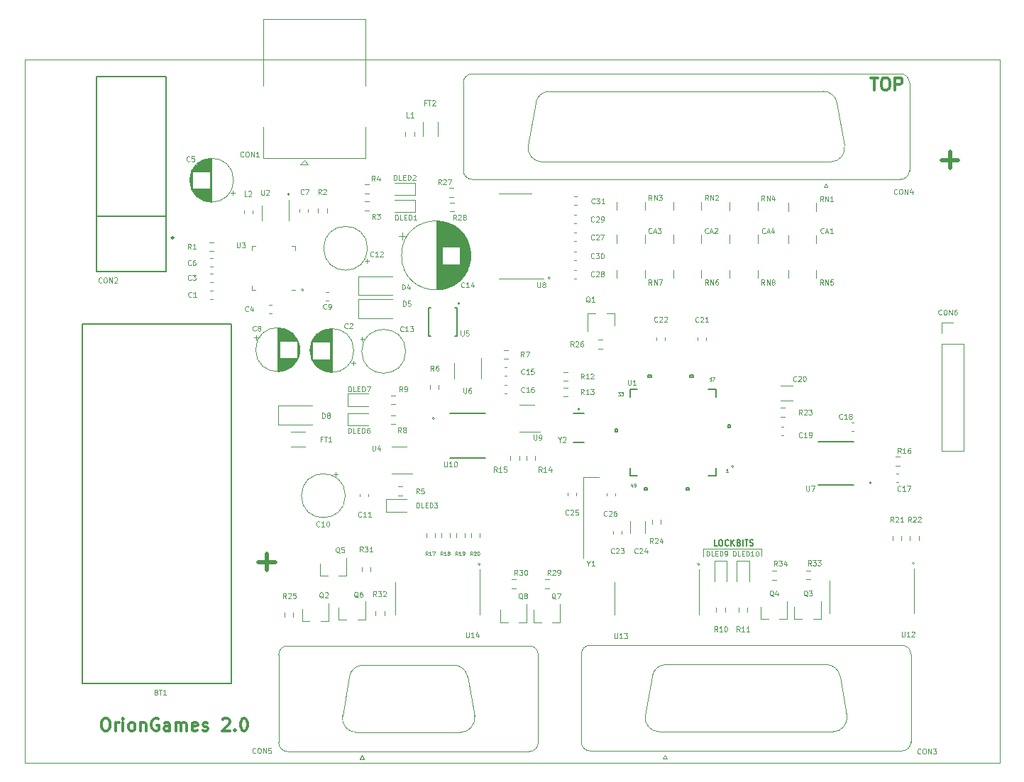
<source format=gbr>
%TF.GenerationSoftware,KiCad,Pcbnew,(6.0.0)*%
%TF.CreationDate,2022-01-24T11:23:06-03:00*%
%TF.ProjectId,HLI-M,484c492d-4d2e-46b6-9963-61645f706362,rev?*%
%TF.SameCoordinates,Original*%
%TF.FileFunction,Legend,Top*%
%TF.FilePolarity,Positive*%
%FSLAX46Y46*%
G04 Gerber Fmt 4.6, Leading zero omitted, Abs format (unit mm)*
G04 Created by KiCad (PCBNEW (6.0.0)) date 2022-01-24 11:23:06*
%MOMM*%
%LPD*%
G01*
G04 APERTURE LIST*
%ADD10C,0.120000*%
%ADD11C,0.500000*%
%TA.AperFunction,Profile*%
%ADD12C,0.050000*%
%TD*%
%ADD13C,0.300000*%
%ADD14C,0.076200*%
%ADD15C,0.150000*%
%ADD16C,0.101600*%
%ADD17C,0.101500*%
%ADD18C,0.152400*%
%ADD19C,0.127000*%
%ADD20C,0.200000*%
%ADD21C,0.250000*%
G04 APERTURE END LIST*
D10*
X103392990Y-57023000D02*
G75*
G03*
X103392990Y-57023000I-141990J0D01*
G01*
X150636990Y-89789000D02*
G75*
G03*
X150636990Y-89789000I-141990J0D01*
G01*
X124474990Y-89789000D02*
G75*
G03*
X124474990Y-89789000I-141990J0D01*
G01*
X154700990Y-78105000D02*
G75*
G03*
X154700990Y-78105000I-141990J0D01*
G01*
X132833980Y-55600000D02*
G75*
G03*
X132833980Y-55600000I-141990J0D01*
G01*
X122041990Y-58650000D02*
G75*
G03*
X122041990Y-58650000I-141990J0D01*
G01*
X171141990Y-80050000D02*
G75*
G03*
X171141990Y-80050000I-141990J0D01*
G01*
X119013990Y-72390000D02*
G75*
G03*
X119013990Y-72390000I-141990J0D01*
G01*
D11*
X99000000Y-88500000D02*
X99000000Y-90500000D01*
D10*
X176290990Y-89662000D02*
G75*
G03*
X176290990Y-89662000I-141990J0D01*
G01*
X158000000Y-87950000D02*
X158000000Y-88750000D01*
D11*
X180500000Y-40500000D02*
X180500000Y-42500000D01*
X100000000Y-89500000D02*
X98000000Y-89500000D01*
D10*
X101741990Y-45593000D02*
G75*
G03*
X101741990Y-45593000I-141990J0D01*
G01*
X151100000Y-87950000D02*
X157800000Y-87950000D01*
X151100000Y-88850000D02*
X151100000Y-87950000D01*
D11*
X181500000Y-41500000D02*
X179500000Y-41500000D01*
D10*
X157800000Y-87950000D02*
X158000000Y-87950000D01*
D12*
X186436000Y-113538000D02*
X186436000Y-29500000D01*
X70104000Y-29500000D02*
X70104000Y-113538000D01*
X186436000Y-29500000D02*
X70104000Y-29500000D01*
X70104000Y-113538000D02*
X186436000Y-113538000D01*
D13*
X79642857Y-108178571D02*
X79928571Y-108178571D01*
X80071428Y-108250000D01*
X80214285Y-108392857D01*
X80285714Y-108678571D01*
X80285714Y-109178571D01*
X80214285Y-109464285D01*
X80071428Y-109607142D01*
X79928571Y-109678571D01*
X79642857Y-109678571D01*
X79500000Y-109607142D01*
X79357142Y-109464285D01*
X79285714Y-109178571D01*
X79285714Y-108678571D01*
X79357142Y-108392857D01*
X79500000Y-108250000D01*
X79642857Y-108178571D01*
X80928571Y-109678571D02*
X80928571Y-108678571D01*
X80928571Y-108964285D02*
X81000000Y-108821428D01*
X81071428Y-108750000D01*
X81214285Y-108678571D01*
X81357142Y-108678571D01*
X81857142Y-109678571D02*
X81857142Y-108678571D01*
X81857142Y-108178571D02*
X81785714Y-108250000D01*
X81857142Y-108321428D01*
X81928571Y-108250000D01*
X81857142Y-108178571D01*
X81857142Y-108321428D01*
X82785714Y-109678571D02*
X82642857Y-109607142D01*
X82571428Y-109535714D01*
X82500000Y-109392857D01*
X82500000Y-108964285D01*
X82571428Y-108821428D01*
X82642857Y-108750000D01*
X82785714Y-108678571D01*
X83000000Y-108678571D01*
X83142857Y-108750000D01*
X83214285Y-108821428D01*
X83285714Y-108964285D01*
X83285714Y-109392857D01*
X83214285Y-109535714D01*
X83142857Y-109607142D01*
X83000000Y-109678571D01*
X82785714Y-109678571D01*
X83928571Y-108678571D02*
X83928571Y-109678571D01*
X83928571Y-108821428D02*
X84000000Y-108750000D01*
X84142857Y-108678571D01*
X84357142Y-108678571D01*
X84500000Y-108750000D01*
X84571428Y-108892857D01*
X84571428Y-109678571D01*
X86071428Y-108250000D02*
X85928571Y-108178571D01*
X85714285Y-108178571D01*
X85500000Y-108250000D01*
X85357142Y-108392857D01*
X85285714Y-108535714D01*
X85214285Y-108821428D01*
X85214285Y-109035714D01*
X85285714Y-109321428D01*
X85357142Y-109464285D01*
X85500000Y-109607142D01*
X85714285Y-109678571D01*
X85857142Y-109678571D01*
X86071428Y-109607142D01*
X86142857Y-109535714D01*
X86142857Y-109035714D01*
X85857142Y-109035714D01*
X87428571Y-109678571D02*
X87428571Y-108892857D01*
X87357142Y-108750000D01*
X87214285Y-108678571D01*
X86928571Y-108678571D01*
X86785714Y-108750000D01*
X87428571Y-109607142D02*
X87285714Y-109678571D01*
X86928571Y-109678571D01*
X86785714Y-109607142D01*
X86714285Y-109464285D01*
X86714285Y-109321428D01*
X86785714Y-109178571D01*
X86928571Y-109107142D01*
X87285714Y-109107142D01*
X87428571Y-109035714D01*
X88142857Y-109678571D02*
X88142857Y-108678571D01*
X88142857Y-108821428D02*
X88214285Y-108750000D01*
X88357142Y-108678571D01*
X88571428Y-108678571D01*
X88714285Y-108750000D01*
X88785714Y-108892857D01*
X88785714Y-109678571D01*
X88785714Y-108892857D02*
X88857142Y-108750000D01*
X89000000Y-108678571D01*
X89214285Y-108678571D01*
X89357142Y-108750000D01*
X89428571Y-108892857D01*
X89428571Y-109678571D01*
X90714285Y-109607142D02*
X90571428Y-109678571D01*
X90285714Y-109678571D01*
X90142857Y-109607142D01*
X90071428Y-109464285D01*
X90071428Y-108892857D01*
X90142857Y-108750000D01*
X90285714Y-108678571D01*
X90571428Y-108678571D01*
X90714285Y-108750000D01*
X90785714Y-108892857D01*
X90785714Y-109035714D01*
X90071428Y-109178571D01*
X91357142Y-109607142D02*
X91500000Y-109678571D01*
X91785714Y-109678571D01*
X91928571Y-109607142D01*
X92000000Y-109464285D01*
X92000000Y-109392857D01*
X91928571Y-109250000D01*
X91785714Y-109178571D01*
X91571428Y-109178571D01*
X91428571Y-109107142D01*
X91357142Y-108964285D01*
X91357142Y-108892857D01*
X91428571Y-108750000D01*
X91571428Y-108678571D01*
X91785714Y-108678571D01*
X91928571Y-108750000D01*
X93714285Y-108321428D02*
X93785714Y-108250000D01*
X93928571Y-108178571D01*
X94285714Y-108178571D01*
X94428571Y-108250000D01*
X94500000Y-108321428D01*
X94571428Y-108464285D01*
X94571428Y-108607142D01*
X94500000Y-108821428D01*
X93642857Y-109678571D01*
X94571428Y-109678571D01*
X95214285Y-109535714D02*
X95285714Y-109607142D01*
X95214285Y-109678571D01*
X95142857Y-109607142D01*
X95214285Y-109535714D01*
X95214285Y-109678571D01*
X96214285Y-108178571D02*
X96357142Y-108178571D01*
X96500000Y-108250000D01*
X96571428Y-108321428D01*
X96642857Y-108464285D01*
X96714285Y-108750000D01*
X96714285Y-109107142D01*
X96642857Y-109392857D01*
X96571428Y-109535714D01*
X96500000Y-109607142D01*
X96357142Y-109678571D01*
X96214285Y-109678571D01*
X96071428Y-109607142D01*
X96000000Y-109535714D01*
X95928571Y-109392857D01*
X95857142Y-109107142D01*
X95857142Y-108750000D01*
X95928571Y-108464285D01*
X96000000Y-108321428D01*
X96071428Y-108250000D01*
X96214285Y-108178571D01*
D14*
X152073428Y-67863357D02*
X151855714Y-67863357D01*
X151964571Y-67863357D02*
X151964571Y-67482357D01*
X151928285Y-67536785D01*
X151892000Y-67573071D01*
X151855714Y-67591214D01*
X152200428Y-67482357D02*
X152454428Y-67482357D01*
X152291142Y-67863357D01*
D15*
X152733333Y-87566666D02*
X152400000Y-87566666D01*
X152400000Y-86866666D01*
X153100000Y-86866666D02*
X153233333Y-86866666D01*
X153300000Y-86900000D01*
X153366666Y-86966666D01*
X153400000Y-87100000D01*
X153400000Y-87333333D01*
X153366666Y-87466666D01*
X153300000Y-87533333D01*
X153233333Y-87566666D01*
X153100000Y-87566666D01*
X153033333Y-87533333D01*
X152966666Y-87466666D01*
X152933333Y-87333333D01*
X152933333Y-87100000D01*
X152966666Y-86966666D01*
X153033333Y-86900000D01*
X153100000Y-86866666D01*
X154100000Y-87500000D02*
X154066666Y-87533333D01*
X153966666Y-87566666D01*
X153900000Y-87566666D01*
X153800000Y-87533333D01*
X153733333Y-87466666D01*
X153700000Y-87400000D01*
X153666666Y-87266666D01*
X153666666Y-87166666D01*
X153700000Y-87033333D01*
X153733333Y-86966666D01*
X153800000Y-86900000D01*
X153900000Y-86866666D01*
X153966666Y-86866666D01*
X154066666Y-86900000D01*
X154100000Y-86933333D01*
X154400000Y-87566666D02*
X154400000Y-86866666D01*
X154800000Y-87566666D02*
X154500000Y-87166666D01*
X154800000Y-86866666D02*
X154400000Y-87266666D01*
X155333333Y-87200000D02*
X155433333Y-87233333D01*
X155466666Y-87266666D01*
X155500000Y-87333333D01*
X155500000Y-87433333D01*
X155466666Y-87500000D01*
X155433333Y-87533333D01*
X155366666Y-87566666D01*
X155100000Y-87566666D01*
X155100000Y-86866666D01*
X155333333Y-86866666D01*
X155400000Y-86900000D01*
X155433333Y-86933333D01*
X155466666Y-87000000D01*
X155466666Y-87066666D01*
X155433333Y-87133333D01*
X155400000Y-87166666D01*
X155333333Y-87200000D01*
X155100000Y-87200000D01*
X155800000Y-87566666D02*
X155800000Y-86866666D01*
X156033333Y-86866666D02*
X156433333Y-86866666D01*
X156233333Y-87566666D02*
X156233333Y-86866666D01*
X156633333Y-87533333D02*
X156733333Y-87566666D01*
X156900000Y-87566666D01*
X156966666Y-87533333D01*
X157000000Y-87500000D01*
X157033333Y-87433333D01*
X157033333Y-87366666D01*
X157000000Y-87300000D01*
X156966666Y-87266666D01*
X156900000Y-87233333D01*
X156766666Y-87200000D01*
X156700000Y-87166666D01*
X156666666Y-87133333D01*
X156633333Y-87066666D01*
X156633333Y-87000000D01*
X156666666Y-86933333D01*
X156700000Y-86900000D01*
X156766666Y-86866666D01*
X156933333Y-86866666D01*
X157033333Y-86900000D01*
D14*
X142639142Y-80309357D02*
X142639142Y-80563357D01*
X142548428Y-80164214D02*
X142457714Y-80436357D01*
X142693571Y-80436357D01*
X142856857Y-80563357D02*
X142929428Y-80563357D01*
X142965714Y-80545214D01*
X142983857Y-80527071D01*
X143020142Y-80472642D01*
X143038285Y-80400071D01*
X143038285Y-80254928D01*
X143020142Y-80218642D01*
X143002000Y-80200500D01*
X142965714Y-80182357D01*
X142893142Y-80182357D01*
X142856857Y-80200500D01*
X142838714Y-80218642D01*
X142820571Y-80254928D01*
X142820571Y-80345642D01*
X142838714Y-80381928D01*
X142856857Y-80400071D01*
X142893142Y-80418214D01*
X142965714Y-80418214D01*
X143002000Y-80400071D01*
X143020142Y-80381928D01*
X143038285Y-80345642D01*
X140915571Y-69260357D02*
X141151428Y-69260357D01*
X141024428Y-69405500D01*
X141078857Y-69405500D01*
X141115142Y-69423642D01*
X141133285Y-69441785D01*
X141151428Y-69478071D01*
X141151428Y-69568785D01*
X141133285Y-69605071D01*
X141115142Y-69623214D01*
X141078857Y-69641357D01*
X140970000Y-69641357D01*
X140933714Y-69623214D01*
X140915571Y-69605071D01*
X141278428Y-69260357D02*
X141514285Y-69260357D01*
X141387285Y-69405500D01*
X141441714Y-69405500D01*
X141478000Y-69423642D01*
X141496142Y-69441785D01*
X141514285Y-69478071D01*
X141514285Y-69568785D01*
X141496142Y-69605071D01*
X141478000Y-69623214D01*
X141441714Y-69641357D01*
X141332857Y-69641357D01*
X141296571Y-69623214D01*
X141278428Y-69605071D01*
D13*
X171035714Y-31678571D02*
X171892857Y-31678571D01*
X171464285Y-33178571D02*
X171464285Y-31678571D01*
X172678571Y-31678571D02*
X172964285Y-31678571D01*
X173107142Y-31750000D01*
X173250000Y-31892857D01*
X173321428Y-32178571D01*
X173321428Y-32678571D01*
X173250000Y-32964285D01*
X173107142Y-33107142D01*
X172964285Y-33178571D01*
X172678571Y-33178571D01*
X172535714Y-33107142D01*
X172392857Y-32964285D01*
X172321428Y-32678571D01*
X172321428Y-32178571D01*
X172392857Y-31892857D01*
X172535714Y-31750000D01*
X172678571Y-31678571D01*
X173964285Y-33178571D02*
X173964285Y-31678571D01*
X174535714Y-31678571D01*
X174678571Y-31750000D01*
X174750000Y-31821428D01*
X174821428Y-31964285D01*
X174821428Y-32178571D01*
X174750000Y-32321428D01*
X174678571Y-32392857D01*
X174535714Y-32464285D01*
X173964285Y-32464285D01*
D14*
X154032857Y-78785357D02*
X153815142Y-78785357D01*
X153924000Y-78785357D02*
X153924000Y-78404357D01*
X153887714Y-78458785D01*
X153851428Y-78495071D01*
X153815142Y-78513214D01*
D16*
%TO.C,C3*%
X89941400Y-55780214D02*
X89912371Y-55809242D01*
X89825285Y-55838271D01*
X89767228Y-55838271D01*
X89680142Y-55809242D01*
X89622085Y-55751185D01*
X89593057Y-55693128D01*
X89564028Y-55577014D01*
X89564028Y-55489928D01*
X89593057Y-55373814D01*
X89622085Y-55315757D01*
X89680142Y-55257700D01*
X89767228Y-55228671D01*
X89825285Y-55228671D01*
X89912371Y-55257700D01*
X89941400Y-55286728D01*
X90144600Y-55228671D02*
X90521971Y-55228671D01*
X90318771Y-55460900D01*
X90405857Y-55460900D01*
X90463914Y-55489928D01*
X90492942Y-55518957D01*
X90521971Y-55577014D01*
X90521971Y-55722157D01*
X90492942Y-55780214D01*
X90463914Y-55809242D01*
X90405857Y-55838271D01*
X90231685Y-55838271D01*
X90173628Y-55809242D01*
X90144600Y-55780214D01*
%TO.C,C6*%
X89941400Y-54002214D02*
X89912371Y-54031242D01*
X89825285Y-54060271D01*
X89767228Y-54060271D01*
X89680142Y-54031242D01*
X89622085Y-53973185D01*
X89593057Y-53915128D01*
X89564028Y-53799014D01*
X89564028Y-53711928D01*
X89593057Y-53595814D01*
X89622085Y-53537757D01*
X89680142Y-53479700D01*
X89767228Y-53450671D01*
X89825285Y-53450671D01*
X89912371Y-53479700D01*
X89941400Y-53508728D01*
X90463914Y-53450671D02*
X90347800Y-53450671D01*
X90289742Y-53479700D01*
X90260714Y-53508728D01*
X90202657Y-53595814D01*
X90173628Y-53711928D01*
X90173628Y-53944157D01*
X90202657Y-54002214D01*
X90231685Y-54031242D01*
X90289742Y-54060271D01*
X90405857Y-54060271D01*
X90463914Y-54031242D01*
X90492942Y-54002214D01*
X90521971Y-53944157D01*
X90521971Y-53799014D01*
X90492942Y-53740957D01*
X90463914Y-53711928D01*
X90405857Y-53682900D01*
X90289742Y-53682900D01*
X90231685Y-53711928D01*
X90202657Y-53740957D01*
X90173628Y-53799014D01*
%TO.C,C7*%
X103402900Y-45556714D02*
X103373871Y-45585742D01*
X103286785Y-45614771D01*
X103228728Y-45614771D01*
X103141642Y-45585742D01*
X103083585Y-45527685D01*
X103054557Y-45469628D01*
X103025528Y-45353514D01*
X103025528Y-45266428D01*
X103054557Y-45150314D01*
X103083585Y-45092257D01*
X103141642Y-45034200D01*
X103228728Y-45005171D01*
X103286785Y-45005171D01*
X103373871Y-45034200D01*
X103402900Y-45063228D01*
X103606100Y-45005171D02*
X104012500Y-45005171D01*
X103751242Y-45614771D01*
%TO.C,C11*%
X110275914Y-84050414D02*
X110246885Y-84079442D01*
X110159800Y-84108471D01*
X110101742Y-84108471D01*
X110014657Y-84079442D01*
X109956600Y-84021385D01*
X109927571Y-83963328D01*
X109898542Y-83847214D01*
X109898542Y-83760128D01*
X109927571Y-83644014D01*
X109956600Y-83585957D01*
X110014657Y-83527900D01*
X110101742Y-83498871D01*
X110159800Y-83498871D01*
X110246885Y-83527900D01*
X110275914Y-83556928D01*
X110856485Y-84108471D02*
X110508142Y-84108471D01*
X110682314Y-84108471D02*
X110682314Y-83498871D01*
X110624257Y-83585957D01*
X110566200Y-83644014D01*
X110508142Y-83673042D01*
X111437057Y-84108471D02*
X111088714Y-84108471D01*
X111262885Y-84108471D02*
X111262885Y-83498871D01*
X111204828Y-83585957D01*
X111146771Y-83644014D01*
X111088714Y-83673042D01*
%TO.C,C15*%
X129719614Y-67019714D02*
X129690585Y-67048742D01*
X129603500Y-67077771D01*
X129545442Y-67077771D01*
X129458357Y-67048742D01*
X129400300Y-66990685D01*
X129371271Y-66932628D01*
X129342242Y-66816514D01*
X129342242Y-66729428D01*
X129371271Y-66613314D01*
X129400300Y-66555257D01*
X129458357Y-66497200D01*
X129545442Y-66468171D01*
X129603500Y-66468171D01*
X129690585Y-66497200D01*
X129719614Y-66526228D01*
X130300185Y-67077771D02*
X129951842Y-67077771D01*
X130126014Y-67077771D02*
X130126014Y-66468171D01*
X130067957Y-66555257D01*
X130009900Y-66613314D01*
X129951842Y-66642342D01*
X130851728Y-66468171D02*
X130561442Y-66468171D01*
X130532414Y-66758457D01*
X130561442Y-66729428D01*
X130619500Y-66700400D01*
X130764642Y-66700400D01*
X130822700Y-66729428D01*
X130851728Y-66758457D01*
X130880757Y-66816514D01*
X130880757Y-66961657D01*
X130851728Y-67019714D01*
X130822700Y-67048742D01*
X130764642Y-67077771D01*
X130619500Y-67077771D01*
X130561442Y-67048742D01*
X130532414Y-67019714D01*
%TO.C,C16*%
X129719614Y-69178714D02*
X129690585Y-69207742D01*
X129603500Y-69236771D01*
X129545442Y-69236771D01*
X129458357Y-69207742D01*
X129400300Y-69149685D01*
X129371271Y-69091628D01*
X129342242Y-68975514D01*
X129342242Y-68888428D01*
X129371271Y-68772314D01*
X129400300Y-68714257D01*
X129458357Y-68656200D01*
X129545442Y-68627171D01*
X129603500Y-68627171D01*
X129690585Y-68656200D01*
X129719614Y-68685228D01*
X130300185Y-69236771D02*
X129951842Y-69236771D01*
X130126014Y-69236771D02*
X130126014Y-68627171D01*
X130067957Y-68714257D01*
X130009900Y-68772314D01*
X129951842Y-68801342D01*
X130822700Y-68627171D02*
X130706585Y-68627171D01*
X130648528Y-68656200D01*
X130619500Y-68685228D01*
X130561442Y-68772314D01*
X130532414Y-68888428D01*
X130532414Y-69120657D01*
X130561442Y-69178714D01*
X130590471Y-69207742D01*
X130648528Y-69236771D01*
X130764642Y-69236771D01*
X130822700Y-69207742D01*
X130851728Y-69178714D01*
X130880757Y-69120657D01*
X130880757Y-68975514D01*
X130851728Y-68917457D01*
X130822700Y-68888428D01*
X130764642Y-68859400D01*
X130648528Y-68859400D01*
X130590471Y-68888428D01*
X130561442Y-68917457D01*
X130532414Y-68975514D01*
%TO.C,C17*%
X174614114Y-80989714D02*
X174585085Y-81018742D01*
X174498000Y-81047771D01*
X174439942Y-81047771D01*
X174352857Y-81018742D01*
X174294800Y-80960685D01*
X174265771Y-80902628D01*
X174236742Y-80786514D01*
X174236742Y-80699428D01*
X174265771Y-80583314D01*
X174294800Y-80525257D01*
X174352857Y-80467200D01*
X174439942Y-80438171D01*
X174498000Y-80438171D01*
X174585085Y-80467200D01*
X174614114Y-80496228D01*
X175194685Y-81047771D02*
X174846342Y-81047771D01*
X175020514Y-81047771D02*
X175020514Y-80438171D01*
X174962457Y-80525257D01*
X174904400Y-80583314D01*
X174846342Y-80612342D01*
X175397885Y-80438171D02*
X175804285Y-80438171D01*
X175543028Y-81047771D01*
%TO.C,C18*%
X167658114Y-72367714D02*
X167629085Y-72396742D01*
X167542000Y-72425771D01*
X167483942Y-72425771D01*
X167396857Y-72396742D01*
X167338800Y-72338685D01*
X167309771Y-72280628D01*
X167280742Y-72164514D01*
X167280742Y-72077428D01*
X167309771Y-71961314D01*
X167338800Y-71903257D01*
X167396857Y-71845200D01*
X167483942Y-71816171D01*
X167542000Y-71816171D01*
X167629085Y-71845200D01*
X167658114Y-71874228D01*
X168238685Y-72425771D02*
X167890342Y-72425771D01*
X168064514Y-72425771D02*
X168064514Y-71816171D01*
X168006457Y-71903257D01*
X167948400Y-71961314D01*
X167890342Y-71990342D01*
X168587028Y-72077428D02*
X168528971Y-72048400D01*
X168499942Y-72019371D01*
X168470914Y-71961314D01*
X168470914Y-71932285D01*
X168499942Y-71874228D01*
X168528971Y-71845200D01*
X168587028Y-71816171D01*
X168703142Y-71816171D01*
X168761200Y-71845200D01*
X168790228Y-71874228D01*
X168819257Y-71932285D01*
X168819257Y-71961314D01*
X168790228Y-72019371D01*
X168761200Y-72048400D01*
X168703142Y-72077428D01*
X168587028Y-72077428D01*
X168528971Y-72106457D01*
X168499942Y-72135485D01*
X168470914Y-72193542D01*
X168470914Y-72309657D01*
X168499942Y-72367714D01*
X168528971Y-72396742D01*
X168587028Y-72425771D01*
X168703142Y-72425771D01*
X168761200Y-72396742D01*
X168790228Y-72367714D01*
X168819257Y-72309657D01*
X168819257Y-72193542D01*
X168790228Y-72135485D01*
X168761200Y-72106457D01*
X168703142Y-72077428D01*
%TO.C,C19*%
X162858114Y-74567714D02*
X162829085Y-74596742D01*
X162742000Y-74625771D01*
X162683942Y-74625771D01*
X162596857Y-74596742D01*
X162538800Y-74538685D01*
X162509771Y-74480628D01*
X162480742Y-74364514D01*
X162480742Y-74277428D01*
X162509771Y-74161314D01*
X162538800Y-74103257D01*
X162596857Y-74045200D01*
X162683942Y-74016171D01*
X162742000Y-74016171D01*
X162829085Y-74045200D01*
X162858114Y-74074228D01*
X163438685Y-74625771D02*
X163090342Y-74625771D01*
X163264514Y-74625771D02*
X163264514Y-74016171D01*
X163206457Y-74103257D01*
X163148400Y-74161314D01*
X163090342Y-74190342D01*
X163728971Y-74625771D02*
X163845085Y-74625771D01*
X163903142Y-74596742D01*
X163932171Y-74567714D01*
X163990228Y-74480628D01*
X164019257Y-74364514D01*
X164019257Y-74132285D01*
X163990228Y-74074228D01*
X163961200Y-74045200D01*
X163903142Y-74016171D01*
X163787028Y-74016171D01*
X163728971Y-74045200D01*
X163699942Y-74074228D01*
X163670914Y-74132285D01*
X163670914Y-74277428D01*
X163699942Y-74335485D01*
X163728971Y-74364514D01*
X163787028Y-74393542D01*
X163903142Y-74393542D01*
X163961200Y-74364514D01*
X163990228Y-74335485D01*
X164019257Y-74277428D01*
%TO.C,C20*%
X162168114Y-67867714D02*
X162139085Y-67896742D01*
X162052000Y-67925771D01*
X161993942Y-67925771D01*
X161906857Y-67896742D01*
X161848800Y-67838685D01*
X161819771Y-67780628D01*
X161790742Y-67664514D01*
X161790742Y-67577428D01*
X161819771Y-67461314D01*
X161848800Y-67403257D01*
X161906857Y-67345200D01*
X161993942Y-67316171D01*
X162052000Y-67316171D01*
X162139085Y-67345200D01*
X162168114Y-67374228D01*
X162400342Y-67374228D02*
X162429371Y-67345200D01*
X162487428Y-67316171D01*
X162632571Y-67316171D01*
X162690628Y-67345200D01*
X162719657Y-67374228D01*
X162748685Y-67432285D01*
X162748685Y-67490342D01*
X162719657Y-67577428D01*
X162371314Y-67925771D01*
X162748685Y-67925771D01*
X163126057Y-67316171D02*
X163184114Y-67316171D01*
X163242171Y-67345200D01*
X163271200Y-67374228D01*
X163300228Y-67432285D01*
X163329257Y-67548400D01*
X163329257Y-67693542D01*
X163300228Y-67809657D01*
X163271200Y-67867714D01*
X163242171Y-67896742D01*
X163184114Y-67925771D01*
X163126057Y-67925771D01*
X163068000Y-67896742D01*
X163038971Y-67867714D01*
X163009942Y-67809657D01*
X162980914Y-67693542D01*
X162980914Y-67548400D01*
X163009942Y-67432285D01*
X163038971Y-67374228D01*
X163068000Y-67345200D01*
X163126057Y-67316171D01*
%TO.C,C21*%
X150522214Y-60817714D02*
X150493185Y-60846742D01*
X150406100Y-60875771D01*
X150348042Y-60875771D01*
X150260957Y-60846742D01*
X150202900Y-60788685D01*
X150173871Y-60730628D01*
X150144842Y-60614514D01*
X150144842Y-60527428D01*
X150173871Y-60411314D01*
X150202900Y-60353257D01*
X150260957Y-60295200D01*
X150348042Y-60266171D01*
X150406100Y-60266171D01*
X150493185Y-60295200D01*
X150522214Y-60324228D01*
X150754442Y-60324228D02*
X150783471Y-60295200D01*
X150841528Y-60266171D01*
X150986671Y-60266171D01*
X151044728Y-60295200D01*
X151073757Y-60324228D01*
X151102785Y-60382285D01*
X151102785Y-60440342D01*
X151073757Y-60527428D01*
X150725414Y-60875771D01*
X151102785Y-60875771D01*
X151683357Y-60875771D02*
X151335014Y-60875771D01*
X151509185Y-60875771D02*
X151509185Y-60266171D01*
X151451128Y-60353257D01*
X151393071Y-60411314D01*
X151335014Y-60440342D01*
%TO.C,C22*%
X145607314Y-60767714D02*
X145578285Y-60796742D01*
X145491200Y-60825771D01*
X145433142Y-60825771D01*
X145346057Y-60796742D01*
X145288000Y-60738685D01*
X145258971Y-60680628D01*
X145229942Y-60564514D01*
X145229942Y-60477428D01*
X145258971Y-60361314D01*
X145288000Y-60303257D01*
X145346057Y-60245200D01*
X145433142Y-60216171D01*
X145491200Y-60216171D01*
X145578285Y-60245200D01*
X145607314Y-60274228D01*
X145839542Y-60274228D02*
X145868571Y-60245200D01*
X145926628Y-60216171D01*
X146071771Y-60216171D01*
X146129828Y-60245200D01*
X146158857Y-60274228D01*
X146187885Y-60332285D01*
X146187885Y-60390342D01*
X146158857Y-60477428D01*
X145810514Y-60825771D01*
X146187885Y-60825771D01*
X146420114Y-60274228D02*
X146449142Y-60245200D01*
X146507200Y-60216171D01*
X146652342Y-60216171D01*
X146710400Y-60245200D01*
X146739428Y-60274228D01*
X146768457Y-60332285D01*
X146768457Y-60390342D01*
X146739428Y-60477428D01*
X146391085Y-60825771D01*
X146768457Y-60825771D01*
%TO.C,C24*%
X143245114Y-88417714D02*
X143216085Y-88446742D01*
X143129000Y-88475771D01*
X143070942Y-88475771D01*
X142983857Y-88446742D01*
X142925800Y-88388685D01*
X142896771Y-88330628D01*
X142867742Y-88214514D01*
X142867742Y-88127428D01*
X142896771Y-88011314D01*
X142925800Y-87953257D01*
X142983857Y-87895200D01*
X143070942Y-87866171D01*
X143129000Y-87866171D01*
X143216085Y-87895200D01*
X143245114Y-87924228D01*
X143477342Y-87924228D02*
X143506371Y-87895200D01*
X143564428Y-87866171D01*
X143709571Y-87866171D01*
X143767628Y-87895200D01*
X143796657Y-87924228D01*
X143825685Y-87982285D01*
X143825685Y-88040342D01*
X143796657Y-88127428D01*
X143448314Y-88475771D01*
X143825685Y-88475771D01*
X144348200Y-88069371D02*
X144348200Y-88475771D01*
X144203057Y-87837142D02*
X144057914Y-88272571D01*
X144435285Y-88272571D01*
%TO.C,C25*%
X135002814Y-83834514D02*
X134973785Y-83863542D01*
X134886700Y-83892571D01*
X134828642Y-83892571D01*
X134741557Y-83863542D01*
X134683500Y-83805485D01*
X134654471Y-83747428D01*
X134625442Y-83631314D01*
X134625442Y-83544228D01*
X134654471Y-83428114D01*
X134683500Y-83370057D01*
X134741557Y-83312000D01*
X134828642Y-83282971D01*
X134886700Y-83282971D01*
X134973785Y-83312000D01*
X135002814Y-83341028D01*
X135235042Y-83341028D02*
X135264071Y-83312000D01*
X135322128Y-83282971D01*
X135467271Y-83282971D01*
X135525328Y-83312000D01*
X135554357Y-83341028D01*
X135583385Y-83399085D01*
X135583385Y-83457142D01*
X135554357Y-83544228D01*
X135206014Y-83892571D01*
X135583385Y-83892571D01*
X136134928Y-83282971D02*
X135844642Y-83282971D01*
X135815614Y-83573257D01*
X135844642Y-83544228D01*
X135902700Y-83515200D01*
X136047842Y-83515200D01*
X136105900Y-83544228D01*
X136134928Y-83573257D01*
X136163957Y-83631314D01*
X136163957Y-83776457D01*
X136134928Y-83834514D01*
X136105900Y-83863542D01*
X136047842Y-83892571D01*
X135902700Y-83892571D01*
X135844642Y-83863542D01*
X135815614Y-83834514D01*
%TO.C,C26*%
X139575314Y-83961514D02*
X139546285Y-83990542D01*
X139459200Y-84019571D01*
X139401142Y-84019571D01*
X139314057Y-83990542D01*
X139256000Y-83932485D01*
X139226971Y-83874428D01*
X139197942Y-83758314D01*
X139197942Y-83671228D01*
X139226971Y-83555114D01*
X139256000Y-83497057D01*
X139314057Y-83439000D01*
X139401142Y-83409971D01*
X139459200Y-83409971D01*
X139546285Y-83439000D01*
X139575314Y-83468028D01*
X139807542Y-83468028D02*
X139836571Y-83439000D01*
X139894628Y-83409971D01*
X140039771Y-83409971D01*
X140097828Y-83439000D01*
X140126857Y-83468028D01*
X140155885Y-83526085D01*
X140155885Y-83584142D01*
X140126857Y-83671228D01*
X139778514Y-84019571D01*
X140155885Y-84019571D01*
X140678400Y-83409971D02*
X140562285Y-83409971D01*
X140504228Y-83439000D01*
X140475200Y-83468028D01*
X140417142Y-83555114D01*
X140388114Y-83671228D01*
X140388114Y-83903457D01*
X140417142Y-83961514D01*
X140446171Y-83990542D01*
X140504228Y-84019571D01*
X140620342Y-84019571D01*
X140678400Y-83990542D01*
X140707428Y-83961514D01*
X140736457Y-83903457D01*
X140736457Y-83758314D01*
X140707428Y-83700257D01*
X140678400Y-83671228D01*
X140620342Y-83642200D01*
X140504228Y-83642200D01*
X140446171Y-83671228D01*
X140417142Y-83700257D01*
X140388114Y-83758314D01*
%TO.C,CA1*%
X165435842Y-50192214D02*
X165406814Y-50221242D01*
X165319728Y-50250271D01*
X165261671Y-50250271D01*
X165174585Y-50221242D01*
X165116528Y-50163185D01*
X165087500Y-50105128D01*
X165058471Y-49989014D01*
X165058471Y-49901928D01*
X165087500Y-49785814D01*
X165116528Y-49727757D01*
X165174585Y-49669700D01*
X165261671Y-49640671D01*
X165319728Y-49640671D01*
X165406814Y-49669700D01*
X165435842Y-49698728D01*
X165668071Y-50076100D02*
X165958357Y-50076100D01*
X165610014Y-50250271D02*
X165813214Y-49640671D01*
X166016414Y-50250271D01*
X166538928Y-50250271D02*
X166190585Y-50250271D01*
X166364757Y-50250271D02*
X166364757Y-49640671D01*
X166306700Y-49727757D01*
X166248642Y-49785814D01*
X166190585Y-49814842D01*
%TO.C,CA3*%
X144924642Y-50192214D02*
X144895614Y-50221242D01*
X144808528Y-50250271D01*
X144750471Y-50250271D01*
X144663385Y-50221242D01*
X144605328Y-50163185D01*
X144576300Y-50105128D01*
X144547271Y-49989014D01*
X144547271Y-49901928D01*
X144576300Y-49785814D01*
X144605328Y-49727757D01*
X144663385Y-49669700D01*
X144750471Y-49640671D01*
X144808528Y-49640671D01*
X144895614Y-49669700D01*
X144924642Y-49698728D01*
X145156871Y-50076100D02*
X145447157Y-50076100D01*
X145098814Y-50250271D02*
X145302014Y-49640671D01*
X145505214Y-50250271D01*
X145650357Y-49640671D02*
X146027728Y-49640671D01*
X145824528Y-49872900D01*
X145911614Y-49872900D01*
X145969671Y-49901928D01*
X145998700Y-49930957D01*
X146027728Y-49989014D01*
X146027728Y-50134157D01*
X145998700Y-50192214D01*
X145969671Y-50221242D01*
X145911614Y-50250271D01*
X145737442Y-50250271D01*
X145679385Y-50221242D01*
X145650357Y-50192214D01*
%TO.C,DLED2*%
X114168242Y-43892271D02*
X114168242Y-43282671D01*
X114313385Y-43282671D01*
X114400471Y-43311700D01*
X114458528Y-43369757D01*
X114487557Y-43427814D01*
X114516585Y-43543928D01*
X114516585Y-43631014D01*
X114487557Y-43747128D01*
X114458528Y-43805185D01*
X114400471Y-43863242D01*
X114313385Y-43892271D01*
X114168242Y-43892271D01*
X115068128Y-43892271D02*
X114777842Y-43892271D01*
X114777842Y-43282671D01*
X115271328Y-43572957D02*
X115474528Y-43572957D01*
X115561614Y-43892271D02*
X115271328Y-43892271D01*
X115271328Y-43282671D01*
X115561614Y-43282671D01*
X115822871Y-43892271D02*
X115822871Y-43282671D01*
X115968014Y-43282671D01*
X116055100Y-43311700D01*
X116113157Y-43369757D01*
X116142185Y-43427814D01*
X116171214Y-43543928D01*
X116171214Y-43631014D01*
X116142185Y-43747128D01*
X116113157Y-43805185D01*
X116055100Y-43863242D01*
X115968014Y-43892271D01*
X115822871Y-43892271D01*
X116403442Y-43340728D02*
X116432471Y-43311700D01*
X116490528Y-43282671D01*
X116635671Y-43282671D01*
X116693728Y-43311700D01*
X116722757Y-43340728D01*
X116751785Y-43398785D01*
X116751785Y-43456842D01*
X116722757Y-43543928D01*
X116374414Y-43892271D01*
X116751785Y-43892271D01*
%TO.C,D4*%
X115150057Y-56975771D02*
X115150057Y-56366171D01*
X115295200Y-56366171D01*
X115382285Y-56395200D01*
X115440342Y-56453257D01*
X115469371Y-56511314D01*
X115498400Y-56627428D01*
X115498400Y-56714514D01*
X115469371Y-56830628D01*
X115440342Y-56888685D01*
X115382285Y-56946742D01*
X115295200Y-56975771D01*
X115150057Y-56975771D01*
X116020914Y-56569371D02*
X116020914Y-56975771D01*
X115875771Y-56337142D02*
X115730628Y-56772571D01*
X116108000Y-56772571D01*
%TO.C,D5*%
X115247057Y-58949771D02*
X115247057Y-58340171D01*
X115392200Y-58340171D01*
X115479285Y-58369200D01*
X115537342Y-58427257D01*
X115566371Y-58485314D01*
X115595400Y-58601428D01*
X115595400Y-58688514D01*
X115566371Y-58804628D01*
X115537342Y-58862685D01*
X115479285Y-58920742D01*
X115392200Y-58949771D01*
X115247057Y-58949771D01*
X116146942Y-58340171D02*
X115856657Y-58340171D01*
X115827628Y-58630457D01*
X115856657Y-58601428D01*
X115914714Y-58572400D01*
X116059857Y-58572400D01*
X116117914Y-58601428D01*
X116146942Y-58630457D01*
X116175971Y-58688514D01*
X116175971Y-58833657D01*
X116146942Y-58891714D01*
X116117914Y-58920742D01*
X116059857Y-58949771D01*
X115914714Y-58949771D01*
X115856657Y-58920742D01*
X115827628Y-58891714D01*
%TO.C,DLED6*%
X108717542Y-74109271D02*
X108717542Y-73499671D01*
X108862685Y-73499671D01*
X108949771Y-73528700D01*
X109007828Y-73586757D01*
X109036857Y-73644814D01*
X109065885Y-73760928D01*
X109065885Y-73848014D01*
X109036857Y-73964128D01*
X109007828Y-74022185D01*
X108949771Y-74080242D01*
X108862685Y-74109271D01*
X108717542Y-74109271D01*
X109617428Y-74109271D02*
X109327142Y-74109271D01*
X109327142Y-73499671D01*
X109820628Y-73789957D02*
X110023828Y-73789957D01*
X110110914Y-74109271D02*
X109820628Y-74109271D01*
X109820628Y-73499671D01*
X110110914Y-73499671D01*
X110372171Y-74109271D02*
X110372171Y-73499671D01*
X110517314Y-73499671D01*
X110604400Y-73528700D01*
X110662457Y-73586757D01*
X110691485Y-73644814D01*
X110720514Y-73760928D01*
X110720514Y-73848014D01*
X110691485Y-73964128D01*
X110662457Y-74022185D01*
X110604400Y-74080242D01*
X110517314Y-74109271D01*
X110372171Y-74109271D01*
X111243028Y-73499671D02*
X111126914Y-73499671D01*
X111068857Y-73528700D01*
X111039828Y-73557728D01*
X110981771Y-73644814D01*
X110952742Y-73760928D01*
X110952742Y-73993157D01*
X110981771Y-74051214D01*
X111010800Y-74080242D01*
X111068857Y-74109271D01*
X111184971Y-74109271D01*
X111243028Y-74080242D01*
X111272057Y-74051214D01*
X111301085Y-73993157D01*
X111301085Y-73848014D01*
X111272057Y-73789957D01*
X111243028Y-73760928D01*
X111184971Y-73731900D01*
X111068857Y-73731900D01*
X111010800Y-73760928D01*
X110981771Y-73789957D01*
X110952742Y-73848014D01*
%TO.C,D8*%
X105600057Y-72325771D02*
X105600057Y-71716171D01*
X105745200Y-71716171D01*
X105832285Y-71745200D01*
X105890342Y-71803257D01*
X105919371Y-71861314D01*
X105948400Y-71977428D01*
X105948400Y-72064514D01*
X105919371Y-72180628D01*
X105890342Y-72238685D01*
X105832285Y-72296742D01*
X105745200Y-72325771D01*
X105600057Y-72325771D01*
X106296742Y-71977428D02*
X106238685Y-71948400D01*
X106209657Y-71919371D01*
X106180628Y-71861314D01*
X106180628Y-71832285D01*
X106209657Y-71774228D01*
X106238685Y-71745200D01*
X106296742Y-71716171D01*
X106412857Y-71716171D01*
X106470914Y-71745200D01*
X106499942Y-71774228D01*
X106528971Y-71832285D01*
X106528971Y-71861314D01*
X106499942Y-71919371D01*
X106470914Y-71948400D01*
X106412857Y-71977428D01*
X106296742Y-71977428D01*
X106238685Y-72006457D01*
X106209657Y-72035485D01*
X106180628Y-72093542D01*
X106180628Y-72209657D01*
X106209657Y-72267714D01*
X106238685Y-72296742D01*
X106296742Y-72325771D01*
X106412857Y-72325771D01*
X106470914Y-72296742D01*
X106499942Y-72267714D01*
X106528971Y-72209657D01*
X106528971Y-72093542D01*
X106499942Y-72035485D01*
X106470914Y-72006457D01*
X106412857Y-71977428D01*
%TO.C,DLED9*%
X151479961Y-88810280D02*
X151479961Y-88226080D01*
X151619057Y-88226080D01*
X151702514Y-88253900D01*
X151758152Y-88309538D01*
X151785971Y-88365176D01*
X151813790Y-88476452D01*
X151813790Y-88559909D01*
X151785971Y-88671185D01*
X151758152Y-88726823D01*
X151702514Y-88782461D01*
X151619057Y-88810280D01*
X151479961Y-88810280D01*
X152342352Y-88810280D02*
X152064161Y-88810280D01*
X152064161Y-88226080D01*
X152537085Y-88504271D02*
X152731819Y-88504271D01*
X152815276Y-88810280D02*
X152537085Y-88810280D01*
X152537085Y-88226080D01*
X152815276Y-88226080D01*
X153065647Y-88810280D02*
X153065647Y-88226080D01*
X153204742Y-88226080D01*
X153288200Y-88253900D01*
X153343838Y-88309538D01*
X153371657Y-88365176D01*
X153399476Y-88476452D01*
X153399476Y-88559909D01*
X153371657Y-88671185D01*
X153343838Y-88726823D01*
X153288200Y-88782461D01*
X153204742Y-88810280D01*
X153065647Y-88810280D01*
X153677666Y-88810280D02*
X153788942Y-88810280D01*
X153844580Y-88782461D01*
X153872400Y-88754642D01*
X153928038Y-88671185D01*
X153955857Y-88559909D01*
X153955857Y-88337357D01*
X153928038Y-88281719D01*
X153900219Y-88253900D01*
X153844580Y-88226080D01*
X153733304Y-88226080D01*
X153677666Y-88253900D01*
X153649847Y-88281719D01*
X153622028Y-88337357D01*
X153622028Y-88476452D01*
X153649847Y-88532090D01*
X153677666Y-88559909D01*
X153733304Y-88587728D01*
X153844580Y-88587728D01*
X153900219Y-88559909D01*
X153928038Y-88532090D01*
X153955857Y-88476452D01*
%TO.C,DLED10*%
X154630771Y-88810280D02*
X154630771Y-88226080D01*
X154769866Y-88226080D01*
X154853323Y-88253900D01*
X154908961Y-88309538D01*
X154936780Y-88365176D01*
X154964600Y-88476452D01*
X154964600Y-88559909D01*
X154936780Y-88671185D01*
X154908961Y-88726823D01*
X154853323Y-88782461D01*
X154769866Y-88810280D01*
X154630771Y-88810280D01*
X155493161Y-88810280D02*
X155214971Y-88810280D01*
X155214971Y-88226080D01*
X155687895Y-88504271D02*
X155882628Y-88504271D01*
X155966085Y-88810280D02*
X155687895Y-88810280D01*
X155687895Y-88226080D01*
X155966085Y-88226080D01*
X156216457Y-88810280D02*
X156216457Y-88226080D01*
X156355552Y-88226080D01*
X156439009Y-88253900D01*
X156494647Y-88309538D01*
X156522466Y-88365176D01*
X156550285Y-88476452D01*
X156550285Y-88559909D01*
X156522466Y-88671185D01*
X156494647Y-88726823D01*
X156439009Y-88782461D01*
X156355552Y-88810280D01*
X156216457Y-88810280D01*
X157106666Y-88810280D02*
X156772838Y-88810280D01*
X156939752Y-88810280D02*
X156939752Y-88226080D01*
X156884114Y-88309538D01*
X156828476Y-88365176D01*
X156772838Y-88392995D01*
X157468314Y-88226080D02*
X157523952Y-88226080D01*
X157579590Y-88253900D01*
X157607409Y-88281719D01*
X157635228Y-88337357D01*
X157663047Y-88448633D01*
X157663047Y-88587728D01*
X157635228Y-88699004D01*
X157607409Y-88754642D01*
X157579590Y-88782461D01*
X157523952Y-88810280D01*
X157468314Y-88810280D01*
X157412676Y-88782461D01*
X157384857Y-88754642D01*
X157357038Y-88699004D01*
X157329219Y-88587728D01*
X157329219Y-88448633D01*
X157357038Y-88337357D01*
X157384857Y-88281719D01*
X157412676Y-88253900D01*
X157468314Y-88226080D01*
%TO.C,FT1*%
X105614571Y-74806457D02*
X105411371Y-74806457D01*
X105411371Y-75125771D02*
X105411371Y-74516171D01*
X105701657Y-74516171D01*
X105846800Y-74516171D02*
X106195142Y-74516171D01*
X106020971Y-75125771D02*
X106020971Y-74516171D01*
X106717657Y-75125771D02*
X106369314Y-75125771D01*
X106543485Y-75125771D02*
X106543485Y-74516171D01*
X106485428Y-74603257D01*
X106427371Y-74661314D01*
X106369314Y-74690342D01*
%TO.C,FT2*%
X118014571Y-34656457D02*
X117811371Y-34656457D01*
X117811371Y-34975771D02*
X117811371Y-34366171D01*
X118101657Y-34366171D01*
X118246800Y-34366171D02*
X118595142Y-34366171D01*
X118420971Y-34975771D02*
X118420971Y-34366171D01*
X118769314Y-34424228D02*
X118798342Y-34395200D01*
X118856400Y-34366171D01*
X119001542Y-34366171D01*
X119059600Y-34395200D01*
X119088628Y-34424228D01*
X119117657Y-34482285D01*
X119117657Y-34540342D01*
X119088628Y-34627428D01*
X118740285Y-34975771D01*
X119117657Y-34975771D01*
D17*
%TO.C,CON4*%
X174209771Y-45517714D02*
X174180742Y-45546742D01*
X174093657Y-45575771D01*
X174035600Y-45575771D01*
X173948514Y-45546742D01*
X173890457Y-45488685D01*
X173861428Y-45430628D01*
X173832400Y-45314514D01*
X173832400Y-45227428D01*
X173861428Y-45111314D01*
X173890457Y-45053257D01*
X173948514Y-44995200D01*
X174035600Y-44966171D01*
X174093657Y-44966171D01*
X174180742Y-44995200D01*
X174209771Y-45024228D01*
X174587142Y-44966171D02*
X174703257Y-44966171D01*
X174761314Y-44995200D01*
X174819371Y-45053257D01*
X174848400Y-45169371D01*
X174848400Y-45372571D01*
X174819371Y-45488685D01*
X174761314Y-45546742D01*
X174703257Y-45575771D01*
X174587142Y-45575771D01*
X174529085Y-45546742D01*
X174471028Y-45488685D01*
X174442000Y-45372571D01*
X174442000Y-45169371D01*
X174471028Y-45053257D01*
X174529085Y-44995200D01*
X174587142Y-44966171D01*
X175109657Y-45575771D02*
X175109657Y-44966171D01*
X175458000Y-45575771D01*
X175458000Y-44966171D01*
X176009542Y-45169371D02*
X176009542Y-45575771D01*
X175864400Y-44937142D02*
X175719257Y-45372571D01*
X176096628Y-45372571D01*
D16*
%TO.C,CON6*%
X179509771Y-59917714D02*
X179480742Y-59946742D01*
X179393657Y-59975771D01*
X179335600Y-59975771D01*
X179248514Y-59946742D01*
X179190457Y-59888685D01*
X179161428Y-59830628D01*
X179132400Y-59714514D01*
X179132400Y-59627428D01*
X179161428Y-59511314D01*
X179190457Y-59453257D01*
X179248514Y-59395200D01*
X179335600Y-59366171D01*
X179393657Y-59366171D01*
X179480742Y-59395200D01*
X179509771Y-59424228D01*
X179887142Y-59366171D02*
X180003257Y-59366171D01*
X180061314Y-59395200D01*
X180119371Y-59453257D01*
X180148400Y-59569371D01*
X180148400Y-59772571D01*
X180119371Y-59888685D01*
X180061314Y-59946742D01*
X180003257Y-59975771D01*
X179887142Y-59975771D01*
X179829085Y-59946742D01*
X179771028Y-59888685D01*
X179742000Y-59772571D01*
X179742000Y-59569371D01*
X179771028Y-59453257D01*
X179829085Y-59395200D01*
X179887142Y-59366171D01*
X180409657Y-59975771D02*
X180409657Y-59366171D01*
X180758000Y-59975771D01*
X180758000Y-59366171D01*
X181309542Y-59366171D02*
X181193428Y-59366171D01*
X181135371Y-59395200D01*
X181106342Y-59424228D01*
X181048285Y-59511314D01*
X181019257Y-59627428D01*
X181019257Y-59859657D01*
X181048285Y-59917714D01*
X181077314Y-59946742D01*
X181135371Y-59975771D01*
X181251485Y-59975771D01*
X181309542Y-59946742D01*
X181338571Y-59917714D01*
X181367600Y-59859657D01*
X181367600Y-59714514D01*
X181338571Y-59656457D01*
X181309542Y-59627428D01*
X181251485Y-59598400D01*
X181135371Y-59598400D01*
X181077314Y-59627428D01*
X181048285Y-59656457D01*
X181019257Y-59714514D01*
%TO.C,Q1*%
X137548942Y-58499828D02*
X137490885Y-58470800D01*
X137432828Y-58412742D01*
X137345742Y-58325657D01*
X137287685Y-58296628D01*
X137229628Y-58296628D01*
X137258657Y-58441771D02*
X137200600Y-58412742D01*
X137142542Y-58354685D01*
X137113514Y-58238571D01*
X137113514Y-58035371D01*
X137142542Y-57919257D01*
X137200600Y-57861200D01*
X137258657Y-57832171D01*
X137374771Y-57832171D01*
X137432828Y-57861200D01*
X137490885Y-57919257D01*
X137519914Y-58035371D01*
X137519914Y-58238571D01*
X137490885Y-58354685D01*
X137432828Y-58412742D01*
X137374771Y-58441771D01*
X137258657Y-58441771D01*
X138100485Y-58441771D02*
X137752142Y-58441771D01*
X137926314Y-58441771D02*
X137926314Y-57832171D01*
X137868257Y-57919257D01*
X137810200Y-57977314D01*
X137752142Y-58006342D01*
%TO.C,Q5*%
X107691942Y-88433828D02*
X107633885Y-88404800D01*
X107575828Y-88346742D01*
X107488742Y-88259657D01*
X107430685Y-88230628D01*
X107372628Y-88230628D01*
X107401657Y-88375771D02*
X107343600Y-88346742D01*
X107285542Y-88288685D01*
X107256514Y-88172571D01*
X107256514Y-87969371D01*
X107285542Y-87853257D01*
X107343600Y-87795200D01*
X107401657Y-87766171D01*
X107517771Y-87766171D01*
X107575828Y-87795200D01*
X107633885Y-87853257D01*
X107662914Y-87969371D01*
X107662914Y-88172571D01*
X107633885Y-88288685D01*
X107575828Y-88346742D01*
X107517771Y-88375771D01*
X107401657Y-88375771D01*
X108214457Y-87766171D02*
X107924171Y-87766171D01*
X107895142Y-88056457D01*
X107924171Y-88027428D01*
X107982228Y-87998400D01*
X108127371Y-87998400D01*
X108185428Y-88027428D01*
X108214457Y-88056457D01*
X108243485Y-88114514D01*
X108243485Y-88259657D01*
X108214457Y-88317714D01*
X108185428Y-88346742D01*
X108127371Y-88375771D01*
X107982228Y-88375771D01*
X107924171Y-88346742D01*
X107895142Y-88317714D01*
%TO.C,Q6*%
X109891942Y-93733828D02*
X109833885Y-93704800D01*
X109775828Y-93646742D01*
X109688742Y-93559657D01*
X109630685Y-93530628D01*
X109572628Y-93530628D01*
X109601657Y-93675771D02*
X109543600Y-93646742D01*
X109485542Y-93588685D01*
X109456514Y-93472571D01*
X109456514Y-93269371D01*
X109485542Y-93153257D01*
X109543600Y-93095200D01*
X109601657Y-93066171D01*
X109717771Y-93066171D01*
X109775828Y-93095200D01*
X109833885Y-93153257D01*
X109862914Y-93269371D01*
X109862914Y-93472571D01*
X109833885Y-93588685D01*
X109775828Y-93646742D01*
X109717771Y-93675771D01*
X109601657Y-93675771D01*
X110385428Y-93066171D02*
X110269314Y-93066171D01*
X110211257Y-93095200D01*
X110182228Y-93124228D01*
X110124171Y-93211314D01*
X110095142Y-93327428D01*
X110095142Y-93559657D01*
X110124171Y-93617714D01*
X110153200Y-93646742D01*
X110211257Y-93675771D01*
X110327371Y-93675771D01*
X110385428Y-93646742D01*
X110414457Y-93617714D01*
X110443485Y-93559657D01*
X110443485Y-93414514D01*
X110414457Y-93356457D01*
X110385428Y-93327428D01*
X110327371Y-93298400D01*
X110211257Y-93298400D01*
X110153200Y-93327428D01*
X110124171Y-93356457D01*
X110095142Y-93414514D01*
%TO.C,Q8*%
X129506842Y-93920128D02*
X129448785Y-93891100D01*
X129390728Y-93833042D01*
X129303642Y-93745957D01*
X129245585Y-93716928D01*
X129187528Y-93716928D01*
X129216557Y-93862071D02*
X129158500Y-93833042D01*
X129100442Y-93774985D01*
X129071414Y-93658871D01*
X129071414Y-93455671D01*
X129100442Y-93339557D01*
X129158500Y-93281500D01*
X129216557Y-93252471D01*
X129332671Y-93252471D01*
X129390728Y-93281500D01*
X129448785Y-93339557D01*
X129477814Y-93455671D01*
X129477814Y-93658871D01*
X129448785Y-93774985D01*
X129390728Y-93833042D01*
X129332671Y-93862071D01*
X129216557Y-93862071D01*
X129826157Y-93513728D02*
X129768100Y-93484700D01*
X129739071Y-93455671D01*
X129710042Y-93397614D01*
X129710042Y-93368585D01*
X129739071Y-93310528D01*
X129768100Y-93281500D01*
X129826157Y-93252471D01*
X129942271Y-93252471D01*
X130000328Y-93281500D01*
X130029357Y-93310528D01*
X130058385Y-93368585D01*
X130058385Y-93397614D01*
X130029357Y-93455671D01*
X130000328Y-93484700D01*
X129942271Y-93513728D01*
X129826157Y-93513728D01*
X129768100Y-93542757D01*
X129739071Y-93571785D01*
X129710042Y-93629842D01*
X129710042Y-93745957D01*
X129739071Y-93804014D01*
X129768100Y-93833042D01*
X129826157Y-93862071D01*
X129942271Y-93862071D01*
X130000328Y-93833042D01*
X130029357Y-93804014D01*
X130058385Y-93745957D01*
X130058385Y-93629842D01*
X130029357Y-93571785D01*
X130000328Y-93542757D01*
X129942271Y-93513728D01*
%TO.C,R2*%
X105498900Y-45614771D02*
X105295700Y-45324485D01*
X105150557Y-45614771D02*
X105150557Y-45005171D01*
X105382785Y-45005171D01*
X105440842Y-45034200D01*
X105469871Y-45063228D01*
X105498900Y-45121285D01*
X105498900Y-45208371D01*
X105469871Y-45266428D01*
X105440842Y-45295457D01*
X105382785Y-45324485D01*
X105150557Y-45324485D01*
X105731128Y-45063228D02*
X105760157Y-45034200D01*
X105818214Y-45005171D01*
X105963357Y-45005171D01*
X106021414Y-45034200D01*
X106050442Y-45063228D01*
X106079471Y-45121285D01*
X106079471Y-45179342D01*
X106050442Y-45266428D01*
X105702100Y-45614771D01*
X106079471Y-45614771D01*
%TO.C,R4*%
X111914900Y-44019271D02*
X111711700Y-43728985D01*
X111566557Y-44019271D02*
X111566557Y-43409671D01*
X111798785Y-43409671D01*
X111856842Y-43438700D01*
X111885871Y-43467728D01*
X111914900Y-43525785D01*
X111914900Y-43612871D01*
X111885871Y-43670928D01*
X111856842Y-43699957D01*
X111798785Y-43728985D01*
X111566557Y-43728985D01*
X112437414Y-43612871D02*
X112437414Y-44019271D01*
X112292271Y-43380642D02*
X112147128Y-43816071D01*
X112524500Y-43816071D01*
%TO.C,R5*%
X117182900Y-81339871D02*
X116979700Y-81049585D01*
X116834557Y-81339871D02*
X116834557Y-80730271D01*
X117066785Y-80730271D01*
X117124842Y-80759300D01*
X117153871Y-80788328D01*
X117182900Y-80846385D01*
X117182900Y-80933471D01*
X117153871Y-80991528D01*
X117124842Y-81020557D01*
X117066785Y-81049585D01*
X116834557Y-81049585D01*
X117734442Y-80730271D02*
X117444157Y-80730271D01*
X117415128Y-81020557D01*
X117444157Y-80991528D01*
X117502214Y-80962500D01*
X117647357Y-80962500D01*
X117705414Y-80991528D01*
X117734442Y-81020557D01*
X117763471Y-81078614D01*
X117763471Y-81223757D01*
X117734442Y-81281814D01*
X117705414Y-81310842D01*
X117647357Y-81339871D01*
X117502214Y-81339871D01*
X117444157Y-81310842D01*
X117415128Y-81281814D01*
%TO.C,R6*%
X118935500Y-66658671D02*
X118732300Y-66368385D01*
X118587157Y-66658671D02*
X118587157Y-66049071D01*
X118819385Y-66049071D01*
X118877442Y-66078100D01*
X118906471Y-66107128D01*
X118935500Y-66165185D01*
X118935500Y-66252271D01*
X118906471Y-66310328D01*
X118877442Y-66339357D01*
X118819385Y-66368385D01*
X118587157Y-66368385D01*
X119458014Y-66049071D02*
X119341900Y-66049071D01*
X119283842Y-66078100D01*
X119254814Y-66107128D01*
X119196757Y-66194214D01*
X119167728Y-66310328D01*
X119167728Y-66542557D01*
X119196757Y-66600614D01*
X119225785Y-66629642D01*
X119283842Y-66658671D01*
X119399957Y-66658671D01*
X119458014Y-66629642D01*
X119487042Y-66600614D01*
X119516071Y-66542557D01*
X119516071Y-66397414D01*
X119487042Y-66339357D01*
X119458014Y-66310328D01*
X119399957Y-66281300D01*
X119283842Y-66281300D01*
X119225785Y-66310328D01*
X119196757Y-66339357D01*
X119167728Y-66397414D01*
%TO.C,R7*%
X129692400Y-64982271D02*
X129489200Y-64691985D01*
X129344057Y-64982271D02*
X129344057Y-64372671D01*
X129576285Y-64372671D01*
X129634342Y-64401700D01*
X129663371Y-64430728D01*
X129692400Y-64488785D01*
X129692400Y-64575871D01*
X129663371Y-64633928D01*
X129634342Y-64662957D01*
X129576285Y-64691985D01*
X129344057Y-64691985D01*
X129895600Y-64372671D02*
X130302000Y-64372671D01*
X130040742Y-64982271D01*
%TO.C,R8*%
X115036700Y-74045771D02*
X114833500Y-73755485D01*
X114688357Y-74045771D02*
X114688357Y-73436171D01*
X114920585Y-73436171D01*
X114978642Y-73465200D01*
X115007671Y-73494228D01*
X115036700Y-73552285D01*
X115036700Y-73639371D01*
X115007671Y-73697428D01*
X114978642Y-73726457D01*
X114920585Y-73755485D01*
X114688357Y-73755485D01*
X115385042Y-73697428D02*
X115326985Y-73668400D01*
X115297957Y-73639371D01*
X115268928Y-73581314D01*
X115268928Y-73552285D01*
X115297957Y-73494228D01*
X115326985Y-73465200D01*
X115385042Y-73436171D01*
X115501157Y-73436171D01*
X115559214Y-73465200D01*
X115588242Y-73494228D01*
X115617271Y-73552285D01*
X115617271Y-73581314D01*
X115588242Y-73639371D01*
X115559214Y-73668400D01*
X115501157Y-73697428D01*
X115385042Y-73697428D01*
X115326985Y-73726457D01*
X115297957Y-73755485D01*
X115268928Y-73813542D01*
X115268928Y-73929657D01*
X115297957Y-73987714D01*
X115326985Y-74016742D01*
X115385042Y-74045771D01*
X115501157Y-74045771D01*
X115559214Y-74016742D01*
X115588242Y-73987714D01*
X115617271Y-73929657D01*
X115617271Y-73813542D01*
X115588242Y-73755485D01*
X115559214Y-73726457D01*
X115501157Y-73697428D01*
%TO.C,R9*%
X115176400Y-69155771D02*
X114973200Y-68865485D01*
X114828057Y-69155771D02*
X114828057Y-68546171D01*
X115060285Y-68546171D01*
X115118342Y-68575200D01*
X115147371Y-68604228D01*
X115176400Y-68662285D01*
X115176400Y-68749371D01*
X115147371Y-68807428D01*
X115118342Y-68836457D01*
X115060285Y-68865485D01*
X114828057Y-68865485D01*
X115466685Y-69155771D02*
X115582800Y-69155771D01*
X115640857Y-69126742D01*
X115669885Y-69097714D01*
X115727942Y-69010628D01*
X115756971Y-68894514D01*
X115756971Y-68662285D01*
X115727942Y-68604228D01*
X115698914Y-68575200D01*
X115640857Y-68546171D01*
X115524742Y-68546171D01*
X115466685Y-68575200D01*
X115437657Y-68604228D01*
X115408628Y-68662285D01*
X115408628Y-68807428D01*
X115437657Y-68865485D01*
X115466685Y-68894514D01*
X115524742Y-68923542D01*
X115640857Y-68923542D01*
X115698914Y-68894514D01*
X115727942Y-68865485D01*
X115756971Y-68807428D01*
%TO.C,R16*%
X174658114Y-76525771D02*
X174454914Y-76235485D01*
X174309771Y-76525771D02*
X174309771Y-75916171D01*
X174542000Y-75916171D01*
X174600057Y-75945200D01*
X174629085Y-75974228D01*
X174658114Y-76032285D01*
X174658114Y-76119371D01*
X174629085Y-76177428D01*
X174600057Y-76206457D01*
X174542000Y-76235485D01*
X174309771Y-76235485D01*
X175238685Y-76525771D02*
X174890342Y-76525771D01*
X175064514Y-76525771D02*
X175064514Y-75916171D01*
X175006457Y-76003257D01*
X174948400Y-76061314D01*
X174890342Y-76090342D01*
X175761200Y-75916171D02*
X175645085Y-75916171D01*
X175587028Y-75945200D01*
X175558000Y-75974228D01*
X175499942Y-76061314D01*
X175470914Y-76177428D01*
X175470914Y-76409657D01*
X175499942Y-76467714D01*
X175528971Y-76496742D01*
X175587028Y-76525771D01*
X175703142Y-76525771D01*
X175761200Y-76496742D01*
X175790228Y-76467714D01*
X175819257Y-76409657D01*
X175819257Y-76264514D01*
X175790228Y-76206457D01*
X175761200Y-76177428D01*
X175703142Y-76148400D01*
X175587028Y-76148400D01*
X175528971Y-76177428D01*
X175499942Y-76206457D01*
X175470914Y-76264514D01*
%TO.C,R17*%
X118212914Y-88714338D02*
X118068980Y-88508719D01*
X117966171Y-88714338D02*
X117966171Y-88282538D01*
X118130666Y-88282538D01*
X118171790Y-88303100D01*
X118192352Y-88323661D01*
X118212914Y-88364785D01*
X118212914Y-88426471D01*
X118192352Y-88467595D01*
X118171790Y-88488157D01*
X118130666Y-88508719D01*
X117966171Y-88508719D01*
X118624152Y-88714338D02*
X118377409Y-88714338D01*
X118500780Y-88714338D02*
X118500780Y-88282538D01*
X118459657Y-88344223D01*
X118418533Y-88385347D01*
X118377409Y-88405909D01*
X118768085Y-88282538D02*
X119055952Y-88282538D01*
X118870895Y-88714338D01*
%TO.C,R18*%
X119990914Y-88714338D02*
X119846980Y-88508719D01*
X119744171Y-88714338D02*
X119744171Y-88282538D01*
X119908666Y-88282538D01*
X119949790Y-88303100D01*
X119970352Y-88323661D01*
X119990914Y-88364785D01*
X119990914Y-88426471D01*
X119970352Y-88467595D01*
X119949790Y-88488157D01*
X119908666Y-88508719D01*
X119744171Y-88508719D01*
X120402152Y-88714338D02*
X120155409Y-88714338D01*
X120278780Y-88714338D02*
X120278780Y-88282538D01*
X120237657Y-88344223D01*
X120196533Y-88385347D01*
X120155409Y-88405909D01*
X120648895Y-88467595D02*
X120607771Y-88447033D01*
X120587209Y-88426471D01*
X120566647Y-88385347D01*
X120566647Y-88364785D01*
X120587209Y-88323661D01*
X120607771Y-88303100D01*
X120648895Y-88282538D01*
X120731142Y-88282538D01*
X120772266Y-88303100D01*
X120792828Y-88323661D01*
X120813390Y-88364785D01*
X120813390Y-88385347D01*
X120792828Y-88426471D01*
X120772266Y-88447033D01*
X120731142Y-88467595D01*
X120648895Y-88467595D01*
X120607771Y-88488157D01*
X120587209Y-88508719D01*
X120566647Y-88549842D01*
X120566647Y-88632090D01*
X120587209Y-88673214D01*
X120607771Y-88693776D01*
X120648895Y-88714338D01*
X120731142Y-88714338D01*
X120772266Y-88693776D01*
X120792828Y-88673214D01*
X120813390Y-88632090D01*
X120813390Y-88549842D01*
X120792828Y-88508719D01*
X120772266Y-88488157D01*
X120731142Y-88467595D01*
%TO.C,R19*%
X121768914Y-88714338D02*
X121624980Y-88508719D01*
X121522171Y-88714338D02*
X121522171Y-88282538D01*
X121686666Y-88282538D01*
X121727790Y-88303100D01*
X121748352Y-88323661D01*
X121768914Y-88364785D01*
X121768914Y-88426471D01*
X121748352Y-88467595D01*
X121727790Y-88488157D01*
X121686666Y-88508719D01*
X121522171Y-88508719D01*
X122180152Y-88714338D02*
X121933409Y-88714338D01*
X122056780Y-88714338D02*
X122056780Y-88282538D01*
X122015657Y-88344223D01*
X121974533Y-88385347D01*
X121933409Y-88405909D01*
X122385771Y-88714338D02*
X122468019Y-88714338D01*
X122509142Y-88693776D01*
X122529704Y-88673214D01*
X122570828Y-88611528D01*
X122591390Y-88529280D01*
X122591390Y-88364785D01*
X122570828Y-88323661D01*
X122550266Y-88303100D01*
X122509142Y-88282538D01*
X122426895Y-88282538D01*
X122385771Y-88303100D01*
X122365209Y-88323661D01*
X122344647Y-88364785D01*
X122344647Y-88467595D01*
X122365209Y-88508719D01*
X122385771Y-88529280D01*
X122426895Y-88549842D01*
X122509142Y-88549842D01*
X122550266Y-88529280D01*
X122570828Y-88508719D01*
X122591390Y-88467595D01*
%TO.C,R20*%
X123546914Y-88714338D02*
X123402980Y-88508719D01*
X123300171Y-88714338D02*
X123300171Y-88282538D01*
X123464666Y-88282538D01*
X123505790Y-88303100D01*
X123526352Y-88323661D01*
X123546914Y-88364785D01*
X123546914Y-88426471D01*
X123526352Y-88467595D01*
X123505790Y-88488157D01*
X123464666Y-88508719D01*
X123300171Y-88508719D01*
X123711409Y-88323661D02*
X123731971Y-88303100D01*
X123773095Y-88282538D01*
X123875904Y-88282538D01*
X123917028Y-88303100D01*
X123937590Y-88323661D01*
X123958152Y-88364785D01*
X123958152Y-88405909D01*
X123937590Y-88467595D01*
X123690847Y-88714338D01*
X123958152Y-88714338D01*
X124225457Y-88282538D02*
X124266580Y-88282538D01*
X124307704Y-88303100D01*
X124328266Y-88323661D01*
X124348828Y-88364785D01*
X124369390Y-88447033D01*
X124369390Y-88549842D01*
X124348828Y-88632090D01*
X124328266Y-88673214D01*
X124307704Y-88693776D01*
X124266580Y-88714338D01*
X124225457Y-88714338D01*
X124184333Y-88693776D01*
X124163771Y-88673214D01*
X124143209Y-88632090D01*
X124122647Y-88549842D01*
X124122647Y-88447033D01*
X124143209Y-88364785D01*
X124163771Y-88323661D01*
X124184333Y-88303100D01*
X124225457Y-88282538D01*
%TO.C,R23*%
X162858114Y-71925771D02*
X162654914Y-71635485D01*
X162509771Y-71925771D02*
X162509771Y-71316171D01*
X162742000Y-71316171D01*
X162800057Y-71345200D01*
X162829085Y-71374228D01*
X162858114Y-71432285D01*
X162858114Y-71519371D01*
X162829085Y-71577428D01*
X162800057Y-71606457D01*
X162742000Y-71635485D01*
X162509771Y-71635485D01*
X163090342Y-71374228D02*
X163119371Y-71345200D01*
X163177428Y-71316171D01*
X163322571Y-71316171D01*
X163380628Y-71345200D01*
X163409657Y-71374228D01*
X163438685Y-71432285D01*
X163438685Y-71490342D01*
X163409657Y-71577428D01*
X163061314Y-71925771D01*
X163438685Y-71925771D01*
X163641885Y-71316171D02*
X164019257Y-71316171D01*
X163816057Y-71548400D01*
X163903142Y-71548400D01*
X163961200Y-71577428D01*
X163990228Y-71606457D01*
X164019257Y-71664514D01*
X164019257Y-71809657D01*
X163990228Y-71867714D01*
X163961200Y-71896742D01*
X163903142Y-71925771D01*
X163728971Y-71925771D01*
X163670914Y-71896742D01*
X163641885Y-71867714D01*
%TO.C,R24*%
X145086614Y-87270771D02*
X144883414Y-86980485D01*
X144738271Y-87270771D02*
X144738271Y-86661171D01*
X144970500Y-86661171D01*
X145028557Y-86690200D01*
X145057585Y-86719228D01*
X145086614Y-86777285D01*
X145086614Y-86864371D01*
X145057585Y-86922428D01*
X145028557Y-86951457D01*
X144970500Y-86980485D01*
X144738271Y-86980485D01*
X145318842Y-86719228D02*
X145347871Y-86690200D01*
X145405928Y-86661171D01*
X145551071Y-86661171D01*
X145609128Y-86690200D01*
X145638157Y-86719228D01*
X145667185Y-86777285D01*
X145667185Y-86835342D01*
X145638157Y-86922428D01*
X145289814Y-87270771D01*
X145667185Y-87270771D01*
X146189700Y-86864371D02*
X146189700Y-87270771D01*
X146044557Y-86632142D02*
X145899414Y-87067571D01*
X146276785Y-87067571D01*
%TO.C,R10*%
X152770114Y-97811771D02*
X152566914Y-97521485D01*
X152421771Y-97811771D02*
X152421771Y-97202171D01*
X152654000Y-97202171D01*
X152712057Y-97231200D01*
X152741085Y-97260228D01*
X152770114Y-97318285D01*
X152770114Y-97405371D01*
X152741085Y-97463428D01*
X152712057Y-97492457D01*
X152654000Y-97521485D01*
X152421771Y-97521485D01*
X153350685Y-97811771D02*
X153002342Y-97811771D01*
X153176514Y-97811771D02*
X153176514Y-97202171D01*
X153118457Y-97289257D01*
X153060400Y-97347314D01*
X153002342Y-97376342D01*
X153728057Y-97202171D02*
X153786114Y-97202171D01*
X153844171Y-97231200D01*
X153873200Y-97260228D01*
X153902228Y-97318285D01*
X153931257Y-97434400D01*
X153931257Y-97579542D01*
X153902228Y-97695657D01*
X153873200Y-97753714D01*
X153844171Y-97782742D01*
X153786114Y-97811771D01*
X153728057Y-97811771D01*
X153670000Y-97782742D01*
X153640971Y-97753714D01*
X153611942Y-97695657D01*
X153582914Y-97579542D01*
X153582914Y-97434400D01*
X153611942Y-97318285D01*
X153640971Y-97260228D01*
X153670000Y-97231200D01*
X153728057Y-97202171D01*
%TO.C,R11*%
X155437114Y-97811771D02*
X155233914Y-97521485D01*
X155088771Y-97811771D02*
X155088771Y-97202171D01*
X155321000Y-97202171D01*
X155379057Y-97231200D01*
X155408085Y-97260228D01*
X155437114Y-97318285D01*
X155437114Y-97405371D01*
X155408085Y-97463428D01*
X155379057Y-97492457D01*
X155321000Y-97521485D01*
X155088771Y-97521485D01*
X156017685Y-97811771D02*
X155669342Y-97811771D01*
X155843514Y-97811771D02*
X155843514Y-97202171D01*
X155785457Y-97289257D01*
X155727400Y-97347314D01*
X155669342Y-97376342D01*
X156598257Y-97811771D02*
X156249914Y-97811771D01*
X156424085Y-97811771D02*
X156424085Y-97202171D01*
X156366028Y-97289257D01*
X156307971Y-97347314D01*
X156249914Y-97376342D01*
%TO.C,R12*%
X136831614Y-67649271D02*
X136628414Y-67358985D01*
X136483271Y-67649271D02*
X136483271Y-67039671D01*
X136715500Y-67039671D01*
X136773557Y-67068700D01*
X136802585Y-67097728D01*
X136831614Y-67155785D01*
X136831614Y-67242871D01*
X136802585Y-67300928D01*
X136773557Y-67329957D01*
X136715500Y-67358985D01*
X136483271Y-67358985D01*
X137412185Y-67649271D02*
X137063842Y-67649271D01*
X137238014Y-67649271D02*
X137238014Y-67039671D01*
X137179957Y-67126757D01*
X137121900Y-67184814D01*
X137063842Y-67213842D01*
X137644414Y-67097728D02*
X137673442Y-67068700D01*
X137731500Y-67039671D01*
X137876642Y-67039671D01*
X137934700Y-67068700D01*
X137963728Y-67097728D01*
X137992757Y-67155785D01*
X137992757Y-67213842D01*
X137963728Y-67300928D01*
X137615385Y-67649271D01*
X137992757Y-67649271D01*
%TO.C,R13*%
X136831614Y-69478071D02*
X136628414Y-69187785D01*
X136483271Y-69478071D02*
X136483271Y-68868471D01*
X136715500Y-68868471D01*
X136773557Y-68897500D01*
X136802585Y-68926528D01*
X136831614Y-68984585D01*
X136831614Y-69071671D01*
X136802585Y-69129728D01*
X136773557Y-69158757D01*
X136715500Y-69187785D01*
X136483271Y-69187785D01*
X137412185Y-69478071D02*
X137063842Y-69478071D01*
X137238014Y-69478071D02*
X137238014Y-68868471D01*
X137179957Y-68955557D01*
X137121900Y-69013614D01*
X137063842Y-69042642D01*
X137615385Y-68868471D02*
X137992757Y-68868471D01*
X137789557Y-69100700D01*
X137876642Y-69100700D01*
X137934700Y-69129728D01*
X137963728Y-69158757D01*
X137992757Y-69216814D01*
X137992757Y-69361957D01*
X137963728Y-69420014D01*
X137934700Y-69449042D01*
X137876642Y-69478071D01*
X137702471Y-69478071D01*
X137644414Y-69449042D01*
X137615385Y-69420014D01*
%TO.C,R26*%
X135625114Y-63775771D02*
X135421914Y-63485485D01*
X135276771Y-63775771D02*
X135276771Y-63166171D01*
X135509000Y-63166171D01*
X135567057Y-63195200D01*
X135596085Y-63224228D01*
X135625114Y-63282285D01*
X135625114Y-63369371D01*
X135596085Y-63427428D01*
X135567057Y-63456457D01*
X135509000Y-63485485D01*
X135276771Y-63485485D01*
X135857342Y-63224228D02*
X135886371Y-63195200D01*
X135944428Y-63166171D01*
X136089571Y-63166171D01*
X136147628Y-63195200D01*
X136176657Y-63224228D01*
X136205685Y-63282285D01*
X136205685Y-63340342D01*
X136176657Y-63427428D01*
X135828314Y-63775771D01*
X136205685Y-63775771D01*
X136728200Y-63166171D02*
X136612085Y-63166171D01*
X136554028Y-63195200D01*
X136525000Y-63224228D01*
X136466942Y-63311314D01*
X136437914Y-63427428D01*
X136437914Y-63659657D01*
X136466942Y-63717714D01*
X136495971Y-63746742D01*
X136554028Y-63775771D01*
X136670142Y-63775771D01*
X136728200Y-63746742D01*
X136757228Y-63717714D01*
X136786257Y-63659657D01*
X136786257Y-63514514D01*
X136757228Y-63456457D01*
X136728200Y-63427428D01*
X136670142Y-63398400D01*
X136554028Y-63398400D01*
X136495971Y-63427428D01*
X136466942Y-63456457D01*
X136437914Y-63514514D01*
%TO.C,R30*%
X128920014Y-91068071D02*
X128716814Y-90777785D01*
X128571671Y-91068071D02*
X128571671Y-90458471D01*
X128803900Y-90458471D01*
X128861957Y-90487500D01*
X128890985Y-90516528D01*
X128920014Y-90574585D01*
X128920014Y-90661671D01*
X128890985Y-90719728D01*
X128861957Y-90748757D01*
X128803900Y-90777785D01*
X128571671Y-90777785D01*
X129123214Y-90458471D02*
X129500585Y-90458471D01*
X129297385Y-90690700D01*
X129384471Y-90690700D01*
X129442528Y-90719728D01*
X129471557Y-90748757D01*
X129500585Y-90806814D01*
X129500585Y-90951957D01*
X129471557Y-91010014D01*
X129442528Y-91039042D01*
X129384471Y-91068071D01*
X129210300Y-91068071D01*
X129152242Y-91039042D01*
X129123214Y-91010014D01*
X129877957Y-90458471D02*
X129936014Y-90458471D01*
X129994071Y-90487500D01*
X130023100Y-90516528D01*
X130052128Y-90574585D01*
X130081157Y-90690700D01*
X130081157Y-90835842D01*
X130052128Y-90951957D01*
X130023100Y-91010014D01*
X129994071Y-91039042D01*
X129936014Y-91068071D01*
X129877957Y-91068071D01*
X129819900Y-91039042D01*
X129790871Y-91010014D01*
X129761842Y-90951957D01*
X129732814Y-90835842D01*
X129732814Y-90690700D01*
X129761842Y-90574585D01*
X129790871Y-90516528D01*
X129819900Y-90487500D01*
X129877957Y-90458471D01*
%TO.C,R31*%
X110479114Y-88286771D02*
X110275914Y-87996485D01*
X110130771Y-88286771D02*
X110130771Y-87677171D01*
X110363000Y-87677171D01*
X110421057Y-87706200D01*
X110450085Y-87735228D01*
X110479114Y-87793285D01*
X110479114Y-87880371D01*
X110450085Y-87938428D01*
X110421057Y-87967457D01*
X110363000Y-87996485D01*
X110130771Y-87996485D01*
X110682314Y-87677171D02*
X111059685Y-87677171D01*
X110856485Y-87909400D01*
X110943571Y-87909400D01*
X111001628Y-87938428D01*
X111030657Y-87967457D01*
X111059685Y-88025514D01*
X111059685Y-88170657D01*
X111030657Y-88228714D01*
X111001628Y-88257742D01*
X110943571Y-88286771D01*
X110769400Y-88286771D01*
X110711342Y-88257742D01*
X110682314Y-88228714D01*
X111640257Y-88286771D02*
X111291914Y-88286771D01*
X111466085Y-88286771D02*
X111466085Y-87677171D01*
X111408028Y-87764257D01*
X111349971Y-87822314D01*
X111291914Y-87851342D01*
%TO.C,RN1*%
X165378085Y-46440271D02*
X165174885Y-46149985D01*
X165029742Y-46440271D02*
X165029742Y-45830671D01*
X165261971Y-45830671D01*
X165320028Y-45859700D01*
X165349057Y-45888728D01*
X165378085Y-45946785D01*
X165378085Y-46033871D01*
X165349057Y-46091928D01*
X165320028Y-46120957D01*
X165261971Y-46149985D01*
X165029742Y-46149985D01*
X165639342Y-46440271D02*
X165639342Y-45830671D01*
X165987685Y-46440271D01*
X165987685Y-45830671D01*
X166597285Y-46440271D02*
X166248942Y-46440271D01*
X166423114Y-46440271D02*
X166423114Y-45830671D01*
X166365057Y-45917757D01*
X166307000Y-45975814D01*
X166248942Y-46004842D01*
%TO.C,RN2*%
X151662085Y-46313271D02*
X151458885Y-46022985D01*
X151313742Y-46313271D02*
X151313742Y-45703671D01*
X151545971Y-45703671D01*
X151604028Y-45732700D01*
X151633057Y-45761728D01*
X151662085Y-45819785D01*
X151662085Y-45906871D01*
X151633057Y-45964928D01*
X151604028Y-45993957D01*
X151545971Y-46022985D01*
X151313742Y-46022985D01*
X151923342Y-46313271D02*
X151923342Y-45703671D01*
X152271685Y-46313271D01*
X152271685Y-45703671D01*
X152532942Y-45761728D02*
X152561971Y-45732700D01*
X152620028Y-45703671D01*
X152765171Y-45703671D01*
X152823228Y-45732700D01*
X152852257Y-45761728D01*
X152881285Y-45819785D01*
X152881285Y-45877842D01*
X152852257Y-45964928D01*
X152503914Y-46313271D01*
X152881285Y-46313271D01*
%TO.C,RN3*%
X144930085Y-46313271D02*
X144726885Y-46022985D01*
X144581742Y-46313271D02*
X144581742Y-45703671D01*
X144813971Y-45703671D01*
X144872028Y-45732700D01*
X144901057Y-45761728D01*
X144930085Y-45819785D01*
X144930085Y-45906871D01*
X144901057Y-45964928D01*
X144872028Y-45993957D01*
X144813971Y-46022985D01*
X144581742Y-46022985D01*
X145191342Y-46313271D02*
X145191342Y-45703671D01*
X145539685Y-46313271D01*
X145539685Y-45703671D01*
X145771914Y-45703671D02*
X146149285Y-45703671D01*
X145946085Y-45935900D01*
X146033171Y-45935900D01*
X146091228Y-45964928D01*
X146120257Y-45993957D01*
X146149285Y-46052014D01*
X146149285Y-46197157D01*
X146120257Y-46255214D01*
X146091228Y-46284242D01*
X146033171Y-46313271D01*
X145859000Y-46313271D01*
X145800942Y-46284242D01*
X145771914Y-46255214D01*
%TO.C,RN5*%
X165378085Y-56409771D02*
X165174885Y-56119485D01*
X165029742Y-56409771D02*
X165029742Y-55800171D01*
X165261971Y-55800171D01*
X165320028Y-55829200D01*
X165349057Y-55858228D01*
X165378085Y-55916285D01*
X165378085Y-56003371D01*
X165349057Y-56061428D01*
X165320028Y-56090457D01*
X165261971Y-56119485D01*
X165029742Y-56119485D01*
X165639342Y-56409771D02*
X165639342Y-55800171D01*
X165987685Y-56409771D01*
X165987685Y-55800171D01*
X166568257Y-55800171D02*
X166277971Y-55800171D01*
X166248942Y-56090457D01*
X166277971Y-56061428D01*
X166336028Y-56032400D01*
X166481171Y-56032400D01*
X166539228Y-56061428D01*
X166568257Y-56090457D01*
X166597285Y-56148514D01*
X166597285Y-56293657D01*
X166568257Y-56351714D01*
X166539228Y-56380742D01*
X166481171Y-56409771D01*
X166336028Y-56409771D01*
X166277971Y-56380742D01*
X166248942Y-56351714D01*
%TO.C,RN6*%
X151662085Y-56409771D02*
X151458885Y-56119485D01*
X151313742Y-56409771D02*
X151313742Y-55800171D01*
X151545971Y-55800171D01*
X151604028Y-55829200D01*
X151633057Y-55858228D01*
X151662085Y-55916285D01*
X151662085Y-56003371D01*
X151633057Y-56061428D01*
X151604028Y-56090457D01*
X151545971Y-56119485D01*
X151313742Y-56119485D01*
X151923342Y-56409771D02*
X151923342Y-55800171D01*
X152271685Y-56409771D01*
X152271685Y-55800171D01*
X152823228Y-55800171D02*
X152707114Y-55800171D01*
X152649057Y-55829200D01*
X152620028Y-55858228D01*
X152561971Y-55945314D01*
X152532942Y-56061428D01*
X152532942Y-56293657D01*
X152561971Y-56351714D01*
X152591000Y-56380742D01*
X152649057Y-56409771D01*
X152765171Y-56409771D01*
X152823228Y-56380742D01*
X152852257Y-56351714D01*
X152881285Y-56293657D01*
X152881285Y-56148514D01*
X152852257Y-56090457D01*
X152823228Y-56061428D01*
X152765171Y-56032400D01*
X152649057Y-56032400D01*
X152591000Y-56061428D01*
X152561971Y-56090457D01*
X152532942Y-56148514D01*
%TO.C,RN7*%
X144930085Y-56409771D02*
X144726885Y-56119485D01*
X144581742Y-56409771D02*
X144581742Y-55800171D01*
X144813971Y-55800171D01*
X144872028Y-55829200D01*
X144901057Y-55858228D01*
X144930085Y-55916285D01*
X144930085Y-56003371D01*
X144901057Y-56061428D01*
X144872028Y-56090457D01*
X144813971Y-56119485D01*
X144581742Y-56119485D01*
X145191342Y-56409771D02*
X145191342Y-55800171D01*
X145539685Y-56409771D01*
X145539685Y-55800171D01*
X145771914Y-55800171D02*
X146178314Y-55800171D01*
X145917057Y-56409771D01*
%TO.C,U1*%
X142085542Y-67766171D02*
X142085542Y-68259657D01*
X142114571Y-68317714D01*
X142143600Y-68346742D01*
X142201657Y-68375771D01*
X142317771Y-68375771D01*
X142375828Y-68346742D01*
X142404857Y-68317714D01*
X142433885Y-68259657D01*
X142433885Y-67766171D01*
X143043485Y-68375771D02*
X142695142Y-68375771D01*
X142869314Y-68375771D02*
X142869314Y-67766171D01*
X142811257Y-67853257D01*
X142753200Y-67911314D01*
X142695142Y-67940342D01*
%TO.C,U2*%
X98341542Y-45068671D02*
X98341542Y-45562157D01*
X98370571Y-45620214D01*
X98399600Y-45649242D01*
X98457657Y-45678271D01*
X98573771Y-45678271D01*
X98631828Y-45649242D01*
X98660857Y-45620214D01*
X98689885Y-45562157D01*
X98689885Y-45068671D01*
X98951142Y-45126728D02*
X98980171Y-45097700D01*
X99038228Y-45068671D01*
X99183371Y-45068671D01*
X99241428Y-45097700D01*
X99270457Y-45126728D01*
X99299485Y-45184785D01*
X99299485Y-45242842D01*
X99270457Y-45329928D01*
X98922114Y-45678271D01*
X99299485Y-45678271D01*
%TO.C,U3*%
X95420542Y-51355171D02*
X95420542Y-51848657D01*
X95449571Y-51906714D01*
X95478600Y-51935742D01*
X95536657Y-51964771D01*
X95652771Y-51964771D01*
X95710828Y-51935742D01*
X95739857Y-51906714D01*
X95768885Y-51848657D01*
X95768885Y-51355171D01*
X96001114Y-51355171D02*
X96378485Y-51355171D01*
X96175285Y-51587400D01*
X96262371Y-51587400D01*
X96320428Y-51616428D01*
X96349457Y-51645457D01*
X96378485Y-51703514D01*
X96378485Y-51848657D01*
X96349457Y-51906714D01*
X96320428Y-51935742D01*
X96262371Y-51964771D01*
X96088200Y-51964771D01*
X96030142Y-51935742D01*
X96001114Y-51906714D01*
%TO.C,U5*%
X122154042Y-61896171D02*
X122154042Y-62389657D01*
X122183071Y-62447714D01*
X122212100Y-62476742D01*
X122270157Y-62505771D01*
X122386271Y-62505771D01*
X122444328Y-62476742D01*
X122473357Y-62447714D01*
X122502385Y-62389657D01*
X122502385Y-61896171D01*
X123082957Y-61896171D02*
X122792671Y-61896171D01*
X122763642Y-62186457D01*
X122792671Y-62157428D01*
X122850728Y-62128400D01*
X122995871Y-62128400D01*
X123053928Y-62157428D01*
X123082957Y-62186457D01*
X123111985Y-62244514D01*
X123111985Y-62389657D01*
X123082957Y-62447714D01*
X123053928Y-62476742D01*
X122995871Y-62505771D01*
X122850728Y-62505771D01*
X122792671Y-62476742D01*
X122763642Y-62447714D01*
D15*
D16*
%TO.C,U6*%
X122471542Y-68754171D02*
X122471542Y-69247657D01*
X122500571Y-69305714D01*
X122529600Y-69334742D01*
X122587657Y-69363771D01*
X122703771Y-69363771D01*
X122761828Y-69334742D01*
X122790857Y-69305714D01*
X122819885Y-69247657D01*
X122819885Y-68754171D01*
X123371428Y-68754171D02*
X123255314Y-68754171D01*
X123197257Y-68783200D01*
X123168228Y-68812228D01*
X123110171Y-68899314D01*
X123081142Y-69015428D01*
X123081142Y-69247657D01*
X123110171Y-69305714D01*
X123139200Y-69334742D01*
X123197257Y-69363771D01*
X123313371Y-69363771D01*
X123371428Y-69334742D01*
X123400457Y-69305714D01*
X123429485Y-69247657D01*
X123429485Y-69102514D01*
X123400457Y-69044457D01*
X123371428Y-69015428D01*
X123313371Y-68986400D01*
X123197257Y-68986400D01*
X123139200Y-69015428D01*
X123110171Y-69044457D01*
X123081142Y-69102514D01*
%TO.C,U7*%
X163365542Y-80438171D02*
X163365542Y-80931657D01*
X163394571Y-80989714D01*
X163423600Y-81018742D01*
X163481657Y-81047771D01*
X163597771Y-81047771D01*
X163655828Y-81018742D01*
X163684857Y-80989714D01*
X163713885Y-80931657D01*
X163713885Y-80438171D01*
X163946114Y-80438171D02*
X164352514Y-80438171D01*
X164091257Y-81047771D01*
%TO.C,U9*%
X130853542Y-74342171D02*
X130853542Y-74835657D01*
X130882571Y-74893714D01*
X130911600Y-74922742D01*
X130969657Y-74951771D01*
X131085771Y-74951771D01*
X131143828Y-74922742D01*
X131172857Y-74893714D01*
X131201885Y-74835657D01*
X131201885Y-74342171D01*
X131521200Y-74951771D02*
X131637314Y-74951771D01*
X131695371Y-74922742D01*
X131724400Y-74893714D01*
X131782457Y-74806628D01*
X131811485Y-74690514D01*
X131811485Y-74458285D01*
X131782457Y-74400228D01*
X131753428Y-74371200D01*
X131695371Y-74342171D01*
X131579257Y-74342171D01*
X131521200Y-74371200D01*
X131492171Y-74400228D01*
X131463142Y-74458285D01*
X131463142Y-74603428D01*
X131492171Y-74661485D01*
X131521200Y-74690514D01*
X131579257Y-74719542D01*
X131695371Y-74719542D01*
X131753428Y-74690514D01*
X131782457Y-74661485D01*
X131811485Y-74603428D01*
%TO.C,U12*%
X174745257Y-97837171D02*
X174745257Y-98330657D01*
X174774285Y-98388714D01*
X174803314Y-98417742D01*
X174861371Y-98446771D01*
X174977485Y-98446771D01*
X175035542Y-98417742D01*
X175064571Y-98388714D01*
X175093600Y-98330657D01*
X175093600Y-97837171D01*
X175703200Y-98446771D02*
X175354857Y-98446771D01*
X175529028Y-98446771D02*
X175529028Y-97837171D01*
X175470971Y-97924257D01*
X175412914Y-97982314D01*
X175354857Y-98011342D01*
X175935428Y-97895228D02*
X175964457Y-97866200D01*
X176022514Y-97837171D01*
X176167657Y-97837171D01*
X176225714Y-97866200D01*
X176254742Y-97895228D01*
X176283771Y-97953285D01*
X176283771Y-98011342D01*
X176254742Y-98098428D01*
X175906400Y-98446771D01*
X176283771Y-98446771D01*
%TO.C,U13*%
X140469257Y-98027671D02*
X140469257Y-98521157D01*
X140498285Y-98579214D01*
X140527314Y-98608242D01*
X140585371Y-98637271D01*
X140701485Y-98637271D01*
X140759542Y-98608242D01*
X140788571Y-98579214D01*
X140817600Y-98521157D01*
X140817600Y-98027671D01*
X141427200Y-98637271D02*
X141078857Y-98637271D01*
X141253028Y-98637271D02*
X141253028Y-98027671D01*
X141194971Y-98114757D01*
X141136914Y-98172814D01*
X141078857Y-98201842D01*
X141630400Y-98027671D02*
X142007771Y-98027671D01*
X141804571Y-98259900D01*
X141891657Y-98259900D01*
X141949714Y-98288928D01*
X141978742Y-98317957D01*
X142007771Y-98376014D01*
X142007771Y-98521157D01*
X141978742Y-98579214D01*
X141949714Y-98608242D01*
X141891657Y-98637271D01*
X141717485Y-98637271D01*
X141659428Y-98608242D01*
X141630400Y-98579214D01*
%TO.C,U14*%
X122752757Y-97900671D02*
X122752757Y-98394157D01*
X122781785Y-98452214D01*
X122810814Y-98481242D01*
X122868871Y-98510271D01*
X122984985Y-98510271D01*
X123043042Y-98481242D01*
X123072071Y-98452214D01*
X123101100Y-98394157D01*
X123101100Y-97900671D01*
X123710700Y-98510271D02*
X123362357Y-98510271D01*
X123536528Y-98510271D02*
X123536528Y-97900671D01*
X123478471Y-97987757D01*
X123420414Y-98045814D01*
X123362357Y-98074842D01*
X124233214Y-98103871D02*
X124233214Y-98510271D01*
X124088071Y-97871642D02*
X123942928Y-98307071D01*
X124320300Y-98307071D01*
%TO.C,Y1*%
X137390414Y-89698285D02*
X137390414Y-89988571D01*
X137187214Y-89378971D02*
X137390414Y-89698285D01*
X137593614Y-89378971D01*
X138116128Y-89988571D02*
X137767785Y-89988571D01*
X137941957Y-89988571D02*
X137941957Y-89378971D01*
X137883900Y-89466057D01*
X137825842Y-89524114D01*
X137767785Y-89553142D01*
%TO.C,Y2*%
X133948714Y-74915485D02*
X133948714Y-75205771D01*
X133745514Y-74596171D02*
X133948714Y-74915485D01*
X134151914Y-74596171D01*
X134326085Y-74654228D02*
X134355114Y-74625200D01*
X134413171Y-74596171D01*
X134558314Y-74596171D01*
X134616371Y-74625200D01*
X134645400Y-74654228D01*
X134674428Y-74712285D01*
X134674428Y-74770342D01*
X134645400Y-74857428D01*
X134297057Y-75205771D01*
X134674428Y-75205771D01*
%TO.C,R32*%
X112066614Y-93620771D02*
X111863414Y-93330485D01*
X111718271Y-93620771D02*
X111718271Y-93011171D01*
X111950500Y-93011171D01*
X112008557Y-93040200D01*
X112037585Y-93069228D01*
X112066614Y-93127285D01*
X112066614Y-93214371D01*
X112037585Y-93272428D01*
X112008557Y-93301457D01*
X111950500Y-93330485D01*
X111718271Y-93330485D01*
X112269814Y-93011171D02*
X112647185Y-93011171D01*
X112443985Y-93243400D01*
X112531071Y-93243400D01*
X112589128Y-93272428D01*
X112618157Y-93301457D01*
X112647185Y-93359514D01*
X112647185Y-93504657D01*
X112618157Y-93562714D01*
X112589128Y-93591742D01*
X112531071Y-93620771D01*
X112356900Y-93620771D01*
X112298842Y-93591742D01*
X112269814Y-93562714D01*
X112879414Y-93069228D02*
X112908442Y-93040200D01*
X112966500Y-93011171D01*
X113111642Y-93011171D01*
X113169700Y-93040200D01*
X113198728Y-93069228D01*
X113227757Y-93127285D01*
X113227757Y-93185342D01*
X113198728Y-93272428D01*
X112850385Y-93620771D01*
X113227757Y-93620771D01*
%TO.C,R29*%
X132856014Y-91075771D02*
X132652814Y-90785485D01*
X132507671Y-91075771D02*
X132507671Y-90466171D01*
X132739900Y-90466171D01*
X132797957Y-90495200D01*
X132826985Y-90524228D01*
X132856014Y-90582285D01*
X132856014Y-90669371D01*
X132826985Y-90727428D01*
X132797957Y-90756457D01*
X132739900Y-90785485D01*
X132507671Y-90785485D01*
X133088242Y-90524228D02*
X133117271Y-90495200D01*
X133175328Y-90466171D01*
X133320471Y-90466171D01*
X133378528Y-90495200D01*
X133407557Y-90524228D01*
X133436585Y-90582285D01*
X133436585Y-90640342D01*
X133407557Y-90727428D01*
X133059214Y-91075771D01*
X133436585Y-91075771D01*
X133726871Y-91075771D02*
X133842985Y-91075771D01*
X133901042Y-91046742D01*
X133930071Y-91017714D01*
X133988128Y-90930628D01*
X134017157Y-90814514D01*
X134017157Y-90582285D01*
X133988128Y-90524228D01*
X133959100Y-90495200D01*
X133901042Y-90466171D01*
X133784928Y-90466171D01*
X133726871Y-90495200D01*
X133697842Y-90524228D01*
X133668814Y-90582285D01*
X133668814Y-90727428D01*
X133697842Y-90785485D01*
X133726871Y-90814514D01*
X133784928Y-90843542D01*
X133901042Y-90843542D01*
X133959100Y-90814514D01*
X133988128Y-90785485D01*
X134017157Y-90727428D01*
%TO.C,Q7*%
X133443842Y-93920128D02*
X133385785Y-93891100D01*
X133327728Y-93833042D01*
X133240642Y-93745957D01*
X133182585Y-93716928D01*
X133124528Y-93716928D01*
X133153557Y-93862071D02*
X133095500Y-93833042D01*
X133037442Y-93774985D01*
X133008414Y-93658871D01*
X133008414Y-93455671D01*
X133037442Y-93339557D01*
X133095500Y-93281500D01*
X133153557Y-93252471D01*
X133269671Y-93252471D01*
X133327728Y-93281500D01*
X133385785Y-93339557D01*
X133414814Y-93455671D01*
X133414814Y-93658871D01*
X133385785Y-93774985D01*
X133327728Y-93833042D01*
X133269671Y-93862071D01*
X133153557Y-93862071D01*
X133618014Y-93252471D02*
X134024414Y-93252471D01*
X133763157Y-93862071D01*
%TO.C,Q4*%
X159453942Y-93615328D02*
X159395885Y-93586300D01*
X159337828Y-93528242D01*
X159250742Y-93441157D01*
X159192685Y-93412128D01*
X159134628Y-93412128D01*
X159163657Y-93557271D02*
X159105600Y-93528242D01*
X159047542Y-93470185D01*
X159018514Y-93354071D01*
X159018514Y-93150871D01*
X159047542Y-93034757D01*
X159105600Y-92976700D01*
X159163657Y-92947671D01*
X159279771Y-92947671D01*
X159337828Y-92976700D01*
X159395885Y-93034757D01*
X159424914Y-93150871D01*
X159424914Y-93354071D01*
X159395885Y-93470185D01*
X159337828Y-93528242D01*
X159279771Y-93557271D01*
X159163657Y-93557271D01*
X159947428Y-93150871D02*
X159947428Y-93557271D01*
X159802285Y-92918642D02*
X159657142Y-93354071D01*
X160034514Y-93354071D01*
%TO.C,R34*%
X159882614Y-89978771D02*
X159679414Y-89688485D01*
X159534271Y-89978771D02*
X159534271Y-89369171D01*
X159766500Y-89369171D01*
X159824557Y-89398200D01*
X159853585Y-89427228D01*
X159882614Y-89485285D01*
X159882614Y-89572371D01*
X159853585Y-89630428D01*
X159824557Y-89659457D01*
X159766500Y-89688485D01*
X159534271Y-89688485D01*
X160085814Y-89369171D02*
X160463185Y-89369171D01*
X160259985Y-89601400D01*
X160347071Y-89601400D01*
X160405128Y-89630428D01*
X160434157Y-89659457D01*
X160463185Y-89717514D01*
X160463185Y-89862657D01*
X160434157Y-89920714D01*
X160405128Y-89949742D01*
X160347071Y-89978771D01*
X160172900Y-89978771D01*
X160114842Y-89949742D01*
X160085814Y-89920714D01*
X160985700Y-89572371D02*
X160985700Y-89978771D01*
X160840557Y-89340142D02*
X160695414Y-89775571D01*
X161072785Y-89775571D01*
%TO.C,R33*%
X163946114Y-89937771D02*
X163742914Y-89647485D01*
X163597771Y-89937771D02*
X163597771Y-89328171D01*
X163830000Y-89328171D01*
X163888057Y-89357200D01*
X163917085Y-89386228D01*
X163946114Y-89444285D01*
X163946114Y-89531371D01*
X163917085Y-89589428D01*
X163888057Y-89618457D01*
X163830000Y-89647485D01*
X163597771Y-89647485D01*
X164149314Y-89328171D02*
X164526685Y-89328171D01*
X164323485Y-89560400D01*
X164410571Y-89560400D01*
X164468628Y-89589428D01*
X164497657Y-89618457D01*
X164526685Y-89676514D01*
X164526685Y-89821657D01*
X164497657Y-89879714D01*
X164468628Y-89908742D01*
X164410571Y-89937771D01*
X164236400Y-89937771D01*
X164178342Y-89908742D01*
X164149314Y-89879714D01*
X164729885Y-89328171D02*
X165107257Y-89328171D01*
X164904057Y-89560400D01*
X164991142Y-89560400D01*
X165049200Y-89589428D01*
X165078228Y-89618457D01*
X165107257Y-89676514D01*
X165107257Y-89821657D01*
X165078228Y-89879714D01*
X165049200Y-89908742D01*
X164991142Y-89937771D01*
X164816971Y-89937771D01*
X164758914Y-89908742D01*
X164729885Y-89879714D01*
%TO.C,Q3*%
X163517442Y-93615328D02*
X163459385Y-93586300D01*
X163401328Y-93528242D01*
X163314242Y-93441157D01*
X163256185Y-93412128D01*
X163198128Y-93412128D01*
X163227157Y-93557271D02*
X163169100Y-93528242D01*
X163111042Y-93470185D01*
X163082014Y-93354071D01*
X163082014Y-93150871D01*
X163111042Y-93034757D01*
X163169100Y-92976700D01*
X163227157Y-92947671D01*
X163343271Y-92947671D01*
X163401328Y-92976700D01*
X163459385Y-93034757D01*
X163488414Y-93150871D01*
X163488414Y-93354071D01*
X163459385Y-93470185D01*
X163401328Y-93528242D01*
X163343271Y-93557271D01*
X163227157Y-93557271D01*
X163691614Y-92947671D02*
X164068985Y-92947671D01*
X163865785Y-93179900D01*
X163952871Y-93179900D01*
X164010928Y-93208928D01*
X164039957Y-93237957D01*
X164068985Y-93296014D01*
X164068985Y-93441157D01*
X164039957Y-93499214D01*
X164010928Y-93528242D01*
X163952871Y-93557271D01*
X163778700Y-93557271D01*
X163720642Y-93528242D01*
X163691614Y-93499214D01*
%TO.C,R21*%
X173788114Y-84730771D02*
X173584914Y-84440485D01*
X173439771Y-84730771D02*
X173439771Y-84121171D01*
X173672000Y-84121171D01*
X173730057Y-84150200D01*
X173759085Y-84179228D01*
X173788114Y-84237285D01*
X173788114Y-84324371D01*
X173759085Y-84382428D01*
X173730057Y-84411457D01*
X173672000Y-84440485D01*
X173439771Y-84440485D01*
X174020342Y-84179228D02*
X174049371Y-84150200D01*
X174107428Y-84121171D01*
X174252571Y-84121171D01*
X174310628Y-84150200D01*
X174339657Y-84179228D01*
X174368685Y-84237285D01*
X174368685Y-84295342D01*
X174339657Y-84382428D01*
X173991314Y-84730771D01*
X174368685Y-84730771D01*
X174949257Y-84730771D02*
X174600914Y-84730771D01*
X174775085Y-84730771D02*
X174775085Y-84121171D01*
X174717028Y-84208257D01*
X174658971Y-84266314D01*
X174600914Y-84295342D01*
%TO.C,U10*%
X120149257Y-77517171D02*
X120149257Y-78010657D01*
X120178285Y-78068714D01*
X120207314Y-78097742D01*
X120265371Y-78126771D01*
X120381485Y-78126771D01*
X120439542Y-78097742D01*
X120468571Y-78068714D01*
X120497600Y-78010657D01*
X120497600Y-77517171D01*
X121107200Y-78126771D02*
X120758857Y-78126771D01*
X120933028Y-78126771D02*
X120933028Y-77517171D01*
X120874971Y-77604257D01*
X120816914Y-77662314D01*
X120758857Y-77691342D01*
X121484571Y-77517171D02*
X121542628Y-77517171D01*
X121600685Y-77546200D01*
X121629714Y-77575228D01*
X121658742Y-77633285D01*
X121687771Y-77749400D01*
X121687771Y-77894542D01*
X121658742Y-78010657D01*
X121629714Y-78068714D01*
X121600685Y-78097742D01*
X121542628Y-78126771D01*
X121484571Y-78126771D01*
X121426514Y-78097742D01*
X121397485Y-78068714D01*
X121368457Y-78010657D01*
X121339428Y-77894542D01*
X121339428Y-77749400D01*
X121368457Y-77633285D01*
X121397485Y-77575228D01*
X121426514Y-77546200D01*
X121484571Y-77517171D01*
%TO.C,R14*%
X131815114Y-78761771D02*
X131611914Y-78471485D01*
X131466771Y-78761771D02*
X131466771Y-78152171D01*
X131699000Y-78152171D01*
X131757057Y-78181200D01*
X131786085Y-78210228D01*
X131815114Y-78268285D01*
X131815114Y-78355371D01*
X131786085Y-78413428D01*
X131757057Y-78442457D01*
X131699000Y-78471485D01*
X131466771Y-78471485D01*
X132395685Y-78761771D02*
X132047342Y-78761771D01*
X132221514Y-78761771D02*
X132221514Y-78152171D01*
X132163457Y-78239257D01*
X132105400Y-78297314D01*
X132047342Y-78326342D01*
X132918200Y-78355371D02*
X132918200Y-78761771D01*
X132773057Y-78123142D02*
X132627914Y-78558571D01*
X133005285Y-78558571D01*
%TO.C,R15*%
X126481114Y-78761771D02*
X126277914Y-78471485D01*
X126132771Y-78761771D02*
X126132771Y-78152171D01*
X126365000Y-78152171D01*
X126423057Y-78181200D01*
X126452085Y-78210228D01*
X126481114Y-78268285D01*
X126481114Y-78355371D01*
X126452085Y-78413428D01*
X126423057Y-78442457D01*
X126365000Y-78471485D01*
X126132771Y-78471485D01*
X127061685Y-78761771D02*
X126713342Y-78761771D01*
X126887514Y-78761771D02*
X126887514Y-78152171D01*
X126829457Y-78239257D01*
X126771400Y-78297314D01*
X126713342Y-78326342D01*
X127613228Y-78152171D02*
X127322942Y-78152171D01*
X127293914Y-78442457D01*
X127322942Y-78413428D01*
X127381000Y-78384400D01*
X127526142Y-78384400D01*
X127584200Y-78413428D01*
X127613228Y-78442457D01*
X127642257Y-78500514D01*
X127642257Y-78645657D01*
X127613228Y-78703714D01*
X127584200Y-78732742D01*
X127526142Y-78761771D01*
X127381000Y-78761771D01*
X127322942Y-78732742D01*
X127293914Y-78703714D01*
%TO.C,CON5*%
X97652271Y-112295714D02*
X97623242Y-112324742D01*
X97536157Y-112353771D01*
X97478100Y-112353771D01*
X97391014Y-112324742D01*
X97332957Y-112266685D01*
X97303928Y-112208628D01*
X97274900Y-112092514D01*
X97274900Y-112005428D01*
X97303928Y-111889314D01*
X97332957Y-111831257D01*
X97391014Y-111773200D01*
X97478100Y-111744171D01*
X97536157Y-111744171D01*
X97623242Y-111773200D01*
X97652271Y-111802228D01*
X98029642Y-111744171D02*
X98145757Y-111744171D01*
X98203814Y-111773200D01*
X98261871Y-111831257D01*
X98290900Y-111947371D01*
X98290900Y-112150571D01*
X98261871Y-112266685D01*
X98203814Y-112324742D01*
X98145757Y-112353771D01*
X98029642Y-112353771D01*
X97971585Y-112324742D01*
X97913528Y-112266685D01*
X97884500Y-112150571D01*
X97884500Y-111947371D01*
X97913528Y-111831257D01*
X97971585Y-111773200D01*
X98029642Y-111744171D01*
X98552157Y-112353771D02*
X98552157Y-111744171D01*
X98900500Y-112353771D01*
X98900500Y-111744171D01*
X99481071Y-111744171D02*
X99190785Y-111744171D01*
X99161757Y-112034457D01*
X99190785Y-112005428D01*
X99248842Y-111976400D01*
X99393985Y-111976400D01*
X99452042Y-112005428D01*
X99481071Y-112034457D01*
X99510100Y-112092514D01*
X99510100Y-112237657D01*
X99481071Y-112295714D01*
X99452042Y-112324742D01*
X99393985Y-112353771D01*
X99248842Y-112353771D01*
X99190785Y-112324742D01*
X99161757Y-112295714D01*
%TO.C,C1*%
X90004900Y-57812214D02*
X89975871Y-57841242D01*
X89888785Y-57870271D01*
X89830728Y-57870271D01*
X89743642Y-57841242D01*
X89685585Y-57783185D01*
X89656557Y-57725128D01*
X89627528Y-57609014D01*
X89627528Y-57521928D01*
X89656557Y-57405814D01*
X89685585Y-57347757D01*
X89743642Y-57289700D01*
X89830728Y-57260671D01*
X89888785Y-57260671D01*
X89975871Y-57289700D01*
X90004900Y-57318728D01*
X90585471Y-57870271D02*
X90237128Y-57870271D01*
X90411300Y-57870271D02*
X90411300Y-57260671D01*
X90353242Y-57347757D01*
X90295185Y-57405814D01*
X90237128Y-57434842D01*
%TO.C,DLED1*%
X114307742Y-48672771D02*
X114307742Y-48063171D01*
X114452885Y-48063171D01*
X114539971Y-48092200D01*
X114598028Y-48150257D01*
X114627057Y-48208314D01*
X114656085Y-48324428D01*
X114656085Y-48411514D01*
X114627057Y-48527628D01*
X114598028Y-48585685D01*
X114539971Y-48643742D01*
X114452885Y-48672771D01*
X114307742Y-48672771D01*
X115207628Y-48672771D02*
X114917342Y-48672771D01*
X114917342Y-48063171D01*
X115410828Y-48353457D02*
X115614028Y-48353457D01*
X115701114Y-48672771D02*
X115410828Y-48672771D01*
X115410828Y-48063171D01*
X115701114Y-48063171D01*
X115962371Y-48672771D02*
X115962371Y-48063171D01*
X116107514Y-48063171D01*
X116194600Y-48092200D01*
X116252657Y-48150257D01*
X116281685Y-48208314D01*
X116310714Y-48324428D01*
X116310714Y-48411514D01*
X116281685Y-48527628D01*
X116252657Y-48585685D01*
X116194600Y-48643742D01*
X116107514Y-48672771D01*
X115962371Y-48672771D01*
X116891285Y-48672771D02*
X116542942Y-48672771D01*
X116717114Y-48672771D02*
X116717114Y-48063171D01*
X116659057Y-48150257D01*
X116601000Y-48208314D01*
X116542942Y-48237342D01*
%TO.C,R3*%
X111927400Y-48545771D02*
X111724200Y-48255485D01*
X111579057Y-48545771D02*
X111579057Y-47936171D01*
X111811285Y-47936171D01*
X111869342Y-47965200D01*
X111898371Y-47994228D01*
X111927400Y-48052285D01*
X111927400Y-48139371D01*
X111898371Y-48197428D01*
X111869342Y-48226457D01*
X111811285Y-48255485D01*
X111579057Y-48255485D01*
X112130600Y-47936171D02*
X112507971Y-47936171D01*
X112304771Y-48168400D01*
X112391857Y-48168400D01*
X112449914Y-48197428D01*
X112478942Y-48226457D01*
X112507971Y-48284514D01*
X112507971Y-48429657D01*
X112478942Y-48487714D01*
X112449914Y-48516742D01*
X112391857Y-48545771D01*
X112217685Y-48545771D01*
X112159628Y-48516742D01*
X112130600Y-48487714D01*
%TO.C,C4*%
X96798400Y-59526714D02*
X96769371Y-59555742D01*
X96682285Y-59584771D01*
X96624228Y-59584771D01*
X96537142Y-59555742D01*
X96479085Y-59497685D01*
X96450057Y-59439628D01*
X96421028Y-59323514D01*
X96421028Y-59236428D01*
X96450057Y-59120314D01*
X96479085Y-59062257D01*
X96537142Y-59004200D01*
X96624228Y-58975171D01*
X96682285Y-58975171D01*
X96769371Y-59004200D01*
X96798400Y-59033228D01*
X97320914Y-59178371D02*
X97320914Y-59584771D01*
X97175771Y-58946142D02*
X97030628Y-59381571D01*
X97408000Y-59381571D01*
%TO.C,C9*%
X106110900Y-59237714D02*
X106081871Y-59266742D01*
X105994785Y-59295771D01*
X105936728Y-59295771D01*
X105849642Y-59266742D01*
X105791585Y-59208685D01*
X105762557Y-59150628D01*
X105733528Y-59034514D01*
X105733528Y-58947428D01*
X105762557Y-58831314D01*
X105791585Y-58773257D01*
X105849642Y-58715200D01*
X105936728Y-58686171D01*
X105994785Y-58686171D01*
X106081871Y-58715200D01*
X106110900Y-58744228D01*
X106401185Y-59295771D02*
X106517300Y-59295771D01*
X106575357Y-59266742D01*
X106604385Y-59237714D01*
X106662442Y-59150628D01*
X106691471Y-59034514D01*
X106691471Y-58802285D01*
X106662442Y-58744228D01*
X106633414Y-58715200D01*
X106575357Y-58686171D01*
X106459242Y-58686171D01*
X106401185Y-58715200D01*
X106372157Y-58744228D01*
X106343128Y-58802285D01*
X106343128Y-58947428D01*
X106372157Y-59005485D01*
X106401185Y-59034514D01*
X106459242Y-59063542D01*
X106575357Y-59063542D01*
X106633414Y-59034514D01*
X106662442Y-59005485D01*
X106691471Y-58947428D01*
%TO.C,U4*%
X111585542Y-75616171D02*
X111585542Y-76109657D01*
X111614571Y-76167714D01*
X111643600Y-76196742D01*
X111701657Y-76225771D01*
X111817771Y-76225771D01*
X111875828Y-76196742D01*
X111904857Y-76167714D01*
X111933885Y-76109657D01*
X111933885Y-75616171D01*
X112485428Y-75819371D02*
X112485428Y-76225771D01*
X112340285Y-75587142D02*
X112195142Y-76022571D01*
X112572514Y-76022571D01*
%TO.C,C23*%
X140451114Y-88417714D02*
X140422085Y-88446742D01*
X140335000Y-88475771D01*
X140276942Y-88475771D01*
X140189857Y-88446742D01*
X140131800Y-88388685D01*
X140102771Y-88330628D01*
X140073742Y-88214514D01*
X140073742Y-88127428D01*
X140102771Y-88011314D01*
X140131800Y-87953257D01*
X140189857Y-87895200D01*
X140276942Y-87866171D01*
X140335000Y-87866171D01*
X140422085Y-87895200D01*
X140451114Y-87924228D01*
X140683342Y-87924228D02*
X140712371Y-87895200D01*
X140770428Y-87866171D01*
X140915571Y-87866171D01*
X140973628Y-87895200D01*
X141002657Y-87924228D01*
X141031685Y-87982285D01*
X141031685Y-88040342D01*
X141002657Y-88127428D01*
X140654314Y-88475771D01*
X141031685Y-88475771D01*
X141234885Y-87866171D02*
X141612257Y-87866171D01*
X141409057Y-88098400D01*
X141496142Y-88098400D01*
X141554200Y-88127428D01*
X141583228Y-88156457D01*
X141612257Y-88214514D01*
X141612257Y-88359657D01*
X141583228Y-88417714D01*
X141554200Y-88446742D01*
X141496142Y-88475771D01*
X141321971Y-88475771D01*
X141263914Y-88446742D01*
X141234885Y-88417714D01*
%TO.C,U8*%
X131285542Y-56116171D02*
X131285542Y-56609657D01*
X131314571Y-56667714D01*
X131343600Y-56696742D01*
X131401657Y-56725771D01*
X131517771Y-56725771D01*
X131575828Y-56696742D01*
X131604857Y-56667714D01*
X131633885Y-56609657D01*
X131633885Y-56116171D01*
X132011257Y-56377428D02*
X131953200Y-56348400D01*
X131924171Y-56319371D01*
X131895142Y-56261314D01*
X131895142Y-56232285D01*
X131924171Y-56174228D01*
X131953200Y-56145200D01*
X132011257Y-56116171D01*
X132127371Y-56116171D01*
X132185428Y-56145200D01*
X132214457Y-56174228D01*
X132243485Y-56232285D01*
X132243485Y-56261314D01*
X132214457Y-56319371D01*
X132185428Y-56348400D01*
X132127371Y-56377428D01*
X132011257Y-56377428D01*
X131953200Y-56406457D01*
X131924171Y-56435485D01*
X131895142Y-56493542D01*
X131895142Y-56609657D01*
X131924171Y-56667714D01*
X131953200Y-56696742D01*
X132011257Y-56725771D01*
X132127371Y-56725771D01*
X132185428Y-56696742D01*
X132214457Y-56667714D01*
X132243485Y-56609657D01*
X132243485Y-56493542D01*
X132214457Y-56435485D01*
X132185428Y-56406457D01*
X132127371Y-56377428D01*
%TO.C,C27*%
X138049964Y-50972964D02*
X138020935Y-51001992D01*
X137933850Y-51031021D01*
X137875792Y-51031021D01*
X137788707Y-51001992D01*
X137730650Y-50943935D01*
X137701621Y-50885878D01*
X137672592Y-50769764D01*
X137672592Y-50682678D01*
X137701621Y-50566564D01*
X137730650Y-50508507D01*
X137788707Y-50450450D01*
X137875792Y-50421421D01*
X137933850Y-50421421D01*
X138020935Y-50450450D01*
X138049964Y-50479478D01*
X138282192Y-50479478D02*
X138311221Y-50450450D01*
X138369278Y-50421421D01*
X138514421Y-50421421D01*
X138572478Y-50450450D01*
X138601507Y-50479478D01*
X138630535Y-50537535D01*
X138630535Y-50595592D01*
X138601507Y-50682678D01*
X138253164Y-51031021D01*
X138630535Y-51031021D01*
X138833735Y-50421421D02*
X139240135Y-50421421D01*
X138978878Y-51031021D01*
%TO.C,C30*%
X138049964Y-53195464D02*
X138020935Y-53224492D01*
X137933850Y-53253521D01*
X137875792Y-53253521D01*
X137788707Y-53224492D01*
X137730650Y-53166435D01*
X137701621Y-53108378D01*
X137672592Y-52992264D01*
X137672592Y-52905178D01*
X137701621Y-52789064D01*
X137730650Y-52731007D01*
X137788707Y-52672950D01*
X137875792Y-52643921D01*
X137933850Y-52643921D01*
X138020935Y-52672950D01*
X138049964Y-52701978D01*
X138253164Y-52643921D02*
X138630535Y-52643921D01*
X138427335Y-52876150D01*
X138514421Y-52876150D01*
X138572478Y-52905178D01*
X138601507Y-52934207D01*
X138630535Y-52992264D01*
X138630535Y-53137407D01*
X138601507Y-53195464D01*
X138572478Y-53224492D01*
X138514421Y-53253521D01*
X138340250Y-53253521D01*
X138282192Y-53224492D01*
X138253164Y-53195464D01*
X139007907Y-52643921D02*
X139065964Y-52643921D01*
X139124021Y-52672950D01*
X139153050Y-52701978D01*
X139182078Y-52760035D01*
X139211107Y-52876150D01*
X139211107Y-53021292D01*
X139182078Y-53137407D01*
X139153050Y-53195464D01*
X139124021Y-53224492D01*
X139065964Y-53253521D01*
X139007907Y-53253521D01*
X138949850Y-53224492D01*
X138920821Y-53195464D01*
X138891792Y-53137407D01*
X138862764Y-53021292D01*
X138862764Y-52876150D01*
X138891792Y-52760035D01*
X138920821Y-52701978D01*
X138949850Y-52672950D01*
X139007907Y-52643921D01*
%TO.C,C31*%
X138112964Y-46654964D02*
X138083935Y-46683992D01*
X137996850Y-46713021D01*
X137938792Y-46713021D01*
X137851707Y-46683992D01*
X137793650Y-46625935D01*
X137764621Y-46567878D01*
X137735592Y-46451764D01*
X137735592Y-46364678D01*
X137764621Y-46248564D01*
X137793650Y-46190507D01*
X137851707Y-46132450D01*
X137938792Y-46103421D01*
X137996850Y-46103421D01*
X138083935Y-46132450D01*
X138112964Y-46161478D01*
X138316164Y-46103421D02*
X138693535Y-46103421D01*
X138490335Y-46335650D01*
X138577421Y-46335650D01*
X138635478Y-46364678D01*
X138664507Y-46393707D01*
X138693535Y-46451764D01*
X138693535Y-46596907D01*
X138664507Y-46654964D01*
X138635478Y-46683992D01*
X138577421Y-46713021D01*
X138403250Y-46713021D01*
X138345192Y-46683992D01*
X138316164Y-46654964D01*
X139274107Y-46713021D02*
X138925764Y-46713021D01*
X139099935Y-46713021D02*
X139099935Y-46103421D01*
X139041878Y-46190507D01*
X138983821Y-46248564D01*
X138925764Y-46277592D01*
%TO.C,R28*%
X121608114Y-48675771D02*
X121404914Y-48385485D01*
X121259771Y-48675771D02*
X121259771Y-48066171D01*
X121492000Y-48066171D01*
X121550057Y-48095200D01*
X121579085Y-48124228D01*
X121608114Y-48182285D01*
X121608114Y-48269371D01*
X121579085Y-48327428D01*
X121550057Y-48356457D01*
X121492000Y-48385485D01*
X121259771Y-48385485D01*
X121840342Y-48124228D02*
X121869371Y-48095200D01*
X121927428Y-48066171D01*
X122072571Y-48066171D01*
X122130628Y-48095200D01*
X122159657Y-48124228D01*
X122188685Y-48182285D01*
X122188685Y-48240342D01*
X122159657Y-48327428D01*
X121811314Y-48675771D01*
X122188685Y-48675771D01*
X122537028Y-48327428D02*
X122478971Y-48298400D01*
X122449942Y-48269371D01*
X122420914Y-48211314D01*
X122420914Y-48182285D01*
X122449942Y-48124228D01*
X122478971Y-48095200D01*
X122537028Y-48066171D01*
X122653142Y-48066171D01*
X122711200Y-48095200D01*
X122740228Y-48124228D01*
X122769257Y-48182285D01*
X122769257Y-48211314D01*
X122740228Y-48269371D01*
X122711200Y-48298400D01*
X122653142Y-48327428D01*
X122537028Y-48327428D01*
X122478971Y-48356457D01*
X122449942Y-48385485D01*
X122420914Y-48443542D01*
X122420914Y-48559657D01*
X122449942Y-48617714D01*
X122478971Y-48646742D01*
X122537028Y-48675771D01*
X122653142Y-48675771D01*
X122711200Y-48646742D01*
X122740228Y-48617714D01*
X122769257Y-48559657D01*
X122769257Y-48443542D01*
X122740228Y-48385485D01*
X122711200Y-48356457D01*
X122653142Y-48327428D01*
%TO.C,C28*%
X138049964Y-55354464D02*
X138020935Y-55383492D01*
X137933850Y-55412521D01*
X137875792Y-55412521D01*
X137788707Y-55383492D01*
X137730650Y-55325435D01*
X137701621Y-55267378D01*
X137672592Y-55151264D01*
X137672592Y-55064178D01*
X137701621Y-54948064D01*
X137730650Y-54890007D01*
X137788707Y-54831950D01*
X137875792Y-54802921D01*
X137933850Y-54802921D01*
X138020935Y-54831950D01*
X138049964Y-54860978D01*
X138282192Y-54860978D02*
X138311221Y-54831950D01*
X138369278Y-54802921D01*
X138514421Y-54802921D01*
X138572478Y-54831950D01*
X138601507Y-54860978D01*
X138630535Y-54919035D01*
X138630535Y-54977092D01*
X138601507Y-55064178D01*
X138253164Y-55412521D01*
X138630535Y-55412521D01*
X138978878Y-55064178D02*
X138920821Y-55035150D01*
X138891792Y-55006121D01*
X138862764Y-54948064D01*
X138862764Y-54919035D01*
X138891792Y-54860978D01*
X138920821Y-54831950D01*
X138978878Y-54802921D01*
X139094992Y-54802921D01*
X139153050Y-54831950D01*
X139182078Y-54860978D01*
X139211107Y-54919035D01*
X139211107Y-54948064D01*
X139182078Y-55006121D01*
X139153050Y-55035150D01*
X139094992Y-55064178D01*
X138978878Y-55064178D01*
X138920821Y-55093207D01*
X138891792Y-55122235D01*
X138862764Y-55180292D01*
X138862764Y-55296407D01*
X138891792Y-55354464D01*
X138920821Y-55383492D01*
X138978878Y-55412521D01*
X139094992Y-55412521D01*
X139153050Y-55383492D01*
X139182078Y-55354464D01*
X139211107Y-55296407D01*
X139211107Y-55180292D01*
X139182078Y-55122235D01*
X139153050Y-55093207D01*
X139094992Y-55064178D01*
%TO.C,C29*%
X138049964Y-48813964D02*
X138020935Y-48842992D01*
X137933850Y-48872021D01*
X137875792Y-48872021D01*
X137788707Y-48842992D01*
X137730650Y-48784935D01*
X137701621Y-48726878D01*
X137672592Y-48610764D01*
X137672592Y-48523678D01*
X137701621Y-48407564D01*
X137730650Y-48349507D01*
X137788707Y-48291450D01*
X137875792Y-48262421D01*
X137933850Y-48262421D01*
X138020935Y-48291450D01*
X138049964Y-48320478D01*
X138282192Y-48320478D02*
X138311221Y-48291450D01*
X138369278Y-48262421D01*
X138514421Y-48262421D01*
X138572478Y-48291450D01*
X138601507Y-48320478D01*
X138630535Y-48378535D01*
X138630535Y-48436592D01*
X138601507Y-48523678D01*
X138253164Y-48872021D01*
X138630535Y-48872021D01*
X138920821Y-48872021D02*
X139036935Y-48872021D01*
X139094992Y-48842992D01*
X139124021Y-48813964D01*
X139182078Y-48726878D01*
X139211107Y-48610764D01*
X139211107Y-48378535D01*
X139182078Y-48320478D01*
X139153050Y-48291450D01*
X139094992Y-48262421D01*
X138978878Y-48262421D01*
X138920821Y-48291450D01*
X138891792Y-48320478D01*
X138862764Y-48378535D01*
X138862764Y-48523678D01*
X138891792Y-48581735D01*
X138920821Y-48610764D01*
X138978878Y-48639792D01*
X139094992Y-48639792D01*
X139153050Y-48610764D01*
X139182078Y-48581735D01*
X139211107Y-48523678D01*
%TO.C,R27*%
X119808114Y-44425771D02*
X119604914Y-44135485D01*
X119459771Y-44425771D02*
X119459771Y-43816171D01*
X119692000Y-43816171D01*
X119750057Y-43845200D01*
X119779085Y-43874228D01*
X119808114Y-43932285D01*
X119808114Y-44019371D01*
X119779085Y-44077428D01*
X119750057Y-44106457D01*
X119692000Y-44135485D01*
X119459771Y-44135485D01*
X120040342Y-43874228D02*
X120069371Y-43845200D01*
X120127428Y-43816171D01*
X120272571Y-43816171D01*
X120330628Y-43845200D01*
X120359657Y-43874228D01*
X120388685Y-43932285D01*
X120388685Y-43990342D01*
X120359657Y-44077428D01*
X120011314Y-44425771D01*
X120388685Y-44425771D01*
X120591885Y-43816171D02*
X120998285Y-43816171D01*
X120737028Y-44425771D01*
%TO.C,DLED7*%
X108730242Y-69155771D02*
X108730242Y-68546171D01*
X108875385Y-68546171D01*
X108962471Y-68575200D01*
X109020528Y-68633257D01*
X109049557Y-68691314D01*
X109078585Y-68807428D01*
X109078585Y-68894514D01*
X109049557Y-69010628D01*
X109020528Y-69068685D01*
X108962471Y-69126742D01*
X108875385Y-69155771D01*
X108730242Y-69155771D01*
X109630128Y-69155771D02*
X109339842Y-69155771D01*
X109339842Y-68546171D01*
X109833328Y-68836457D02*
X110036528Y-68836457D01*
X110123614Y-69155771D02*
X109833328Y-69155771D01*
X109833328Y-68546171D01*
X110123614Y-68546171D01*
X110384871Y-69155771D02*
X110384871Y-68546171D01*
X110530014Y-68546171D01*
X110617100Y-68575200D01*
X110675157Y-68633257D01*
X110704185Y-68691314D01*
X110733214Y-68807428D01*
X110733214Y-68894514D01*
X110704185Y-69010628D01*
X110675157Y-69068685D01*
X110617100Y-69126742D01*
X110530014Y-69155771D01*
X110384871Y-69155771D01*
X110936414Y-68546171D02*
X111342814Y-68546171D01*
X111081557Y-69155771D01*
%TO.C,L1*%
X115998400Y-36425771D02*
X115708114Y-36425771D01*
X115708114Y-35816171D01*
X116520914Y-36425771D02*
X116172571Y-36425771D01*
X116346742Y-36425771D02*
X116346742Y-35816171D01*
X116288685Y-35903257D01*
X116230628Y-35961314D01*
X116172571Y-35990342D01*
%TO.C,R22*%
X175884114Y-84730771D02*
X175680914Y-84440485D01*
X175535771Y-84730771D02*
X175535771Y-84121171D01*
X175768000Y-84121171D01*
X175826057Y-84150200D01*
X175855085Y-84179228D01*
X175884114Y-84237285D01*
X175884114Y-84324371D01*
X175855085Y-84382428D01*
X175826057Y-84411457D01*
X175768000Y-84440485D01*
X175535771Y-84440485D01*
X176116342Y-84179228D02*
X176145371Y-84150200D01*
X176203428Y-84121171D01*
X176348571Y-84121171D01*
X176406628Y-84150200D01*
X176435657Y-84179228D01*
X176464685Y-84237285D01*
X176464685Y-84295342D01*
X176435657Y-84382428D01*
X176087314Y-84730771D01*
X176464685Y-84730771D01*
X176696914Y-84179228D02*
X176725942Y-84150200D01*
X176784000Y-84121171D01*
X176929142Y-84121171D01*
X176987200Y-84150200D01*
X177016228Y-84179228D01*
X177045257Y-84237285D01*
X177045257Y-84295342D01*
X177016228Y-84382428D01*
X176667885Y-84730771D01*
X177045257Y-84730771D01*
%TO.C,CA4*%
X158450142Y-50192214D02*
X158421114Y-50221242D01*
X158334028Y-50250271D01*
X158275971Y-50250271D01*
X158188885Y-50221242D01*
X158130828Y-50163185D01*
X158101800Y-50105128D01*
X158072771Y-49989014D01*
X158072771Y-49901928D01*
X158101800Y-49785814D01*
X158130828Y-49727757D01*
X158188885Y-49669700D01*
X158275971Y-49640671D01*
X158334028Y-49640671D01*
X158421114Y-49669700D01*
X158450142Y-49698728D01*
X158682371Y-50076100D02*
X158972657Y-50076100D01*
X158624314Y-50250271D02*
X158827514Y-49640671D01*
X159030714Y-50250271D01*
X159495171Y-49843871D02*
X159495171Y-50250271D01*
X159350028Y-49611642D02*
X159204885Y-50047071D01*
X159582257Y-50047071D01*
%TO.C,RN4*%
X158393085Y-46376771D02*
X158189885Y-46086485D01*
X158044742Y-46376771D02*
X158044742Y-45767171D01*
X158276971Y-45767171D01*
X158335028Y-45796200D01*
X158364057Y-45825228D01*
X158393085Y-45883285D01*
X158393085Y-45970371D01*
X158364057Y-46028428D01*
X158335028Y-46057457D01*
X158276971Y-46086485D01*
X158044742Y-46086485D01*
X158654342Y-46376771D02*
X158654342Y-45767171D01*
X159002685Y-46376771D01*
X159002685Y-45767171D01*
X159554228Y-45970371D02*
X159554228Y-46376771D01*
X159409085Y-45738142D02*
X159263942Y-46173571D01*
X159641314Y-46173571D01*
%TO.C,RN8*%
X158392085Y-56409771D02*
X158188885Y-56119485D01*
X158043742Y-56409771D02*
X158043742Y-55800171D01*
X158275971Y-55800171D01*
X158334028Y-55829200D01*
X158363057Y-55858228D01*
X158392085Y-55916285D01*
X158392085Y-56003371D01*
X158363057Y-56061428D01*
X158334028Y-56090457D01*
X158275971Y-56119485D01*
X158043742Y-56119485D01*
X158653342Y-56409771D02*
X158653342Y-55800171D01*
X159001685Y-56409771D01*
X159001685Y-55800171D01*
X159379057Y-56061428D02*
X159321000Y-56032400D01*
X159291971Y-56003371D01*
X159262942Y-55945314D01*
X159262942Y-55916285D01*
X159291971Y-55858228D01*
X159321000Y-55829200D01*
X159379057Y-55800171D01*
X159495171Y-55800171D01*
X159553228Y-55829200D01*
X159582257Y-55858228D01*
X159611285Y-55916285D01*
X159611285Y-55945314D01*
X159582257Y-56003371D01*
X159553228Y-56032400D01*
X159495171Y-56061428D01*
X159379057Y-56061428D01*
X159321000Y-56090457D01*
X159291971Y-56119485D01*
X159262942Y-56177542D01*
X159262942Y-56293657D01*
X159291971Y-56351714D01*
X159321000Y-56380742D01*
X159379057Y-56409771D01*
X159495171Y-56409771D01*
X159553228Y-56380742D01*
X159582257Y-56351714D01*
X159611285Y-56293657D01*
X159611285Y-56177542D01*
X159582257Y-56119485D01*
X159553228Y-56090457D01*
X159495171Y-56061428D01*
%TO.C,CON2*%
X79299525Y-56097714D02*
X79270497Y-56126742D01*
X79183411Y-56155771D01*
X79125354Y-56155771D01*
X79038268Y-56126742D01*
X78980211Y-56068685D01*
X78951182Y-56010628D01*
X78922154Y-55894514D01*
X78922154Y-55807428D01*
X78951182Y-55691314D01*
X78980211Y-55633257D01*
X79038268Y-55575200D01*
X79125354Y-55546171D01*
X79183411Y-55546171D01*
X79270497Y-55575200D01*
X79299525Y-55604228D01*
X79676897Y-55546171D02*
X79793011Y-55546171D01*
X79851068Y-55575200D01*
X79909125Y-55633257D01*
X79938154Y-55749371D01*
X79938154Y-55952571D01*
X79909125Y-56068685D01*
X79851068Y-56126742D01*
X79793011Y-56155771D01*
X79676897Y-56155771D01*
X79618840Y-56126742D01*
X79560782Y-56068685D01*
X79531754Y-55952571D01*
X79531754Y-55749371D01*
X79560782Y-55633257D01*
X79618840Y-55575200D01*
X79676897Y-55546171D01*
X80199411Y-56155771D02*
X80199411Y-55546171D01*
X80547754Y-56155771D01*
X80547754Y-55546171D01*
X80809011Y-55604228D02*
X80838040Y-55575200D01*
X80896097Y-55546171D01*
X81041240Y-55546171D01*
X81099297Y-55575200D01*
X81128325Y-55604228D01*
X81157354Y-55662285D01*
X81157354Y-55720342D01*
X81128325Y-55807428D01*
X80779982Y-56155771D01*
X81157354Y-56155771D01*
%TO.C,R1*%
X89941400Y-52155271D02*
X89738200Y-51864985D01*
X89593057Y-52155271D02*
X89593057Y-51545671D01*
X89825285Y-51545671D01*
X89883342Y-51574700D01*
X89912371Y-51603728D01*
X89941400Y-51661785D01*
X89941400Y-51748871D01*
X89912371Y-51806928D01*
X89883342Y-51835957D01*
X89825285Y-51864985D01*
X89593057Y-51864985D01*
X90521971Y-52155271D02*
X90173628Y-52155271D01*
X90347800Y-52155271D02*
X90347800Y-51545671D01*
X90289742Y-51632757D01*
X90231685Y-51690814D01*
X90173628Y-51719842D01*
%TO.C,L2*%
X96648400Y-45825771D02*
X96358114Y-45825771D01*
X96358114Y-45216171D01*
X96822571Y-45274228D02*
X96851600Y-45245200D01*
X96909657Y-45216171D01*
X97054800Y-45216171D01*
X97112857Y-45245200D01*
X97141885Y-45274228D01*
X97170914Y-45332285D01*
X97170914Y-45390342D01*
X97141885Y-45477428D01*
X96793542Y-45825771D01*
X97170914Y-45825771D01*
%TO.C,CON1*%
X96209771Y-41067714D02*
X96180742Y-41096742D01*
X96093657Y-41125771D01*
X96035600Y-41125771D01*
X95948514Y-41096742D01*
X95890457Y-41038685D01*
X95861428Y-40980628D01*
X95832400Y-40864514D01*
X95832400Y-40777428D01*
X95861428Y-40661314D01*
X95890457Y-40603257D01*
X95948514Y-40545200D01*
X96035600Y-40516171D01*
X96093657Y-40516171D01*
X96180742Y-40545200D01*
X96209771Y-40574228D01*
X96587142Y-40516171D02*
X96703257Y-40516171D01*
X96761314Y-40545200D01*
X96819371Y-40603257D01*
X96848400Y-40719371D01*
X96848400Y-40922571D01*
X96819371Y-41038685D01*
X96761314Y-41096742D01*
X96703257Y-41125771D01*
X96587142Y-41125771D01*
X96529085Y-41096742D01*
X96471028Y-41038685D01*
X96442000Y-40922571D01*
X96442000Y-40719371D01*
X96471028Y-40603257D01*
X96529085Y-40545200D01*
X96587142Y-40516171D01*
X97109657Y-41125771D02*
X97109657Y-40516171D01*
X97458000Y-41125771D01*
X97458000Y-40516171D01*
X98067600Y-41125771D02*
X97719257Y-41125771D01*
X97893428Y-41125771D02*
X97893428Y-40516171D01*
X97835371Y-40603257D01*
X97777314Y-40661314D01*
X97719257Y-40690342D01*
%TO.C,Q2*%
X105732942Y-93805828D02*
X105674885Y-93776800D01*
X105616828Y-93718742D01*
X105529742Y-93631657D01*
X105471685Y-93602628D01*
X105413628Y-93602628D01*
X105442657Y-93747771D02*
X105384600Y-93718742D01*
X105326542Y-93660685D01*
X105297514Y-93544571D01*
X105297514Y-93341371D01*
X105326542Y-93225257D01*
X105384600Y-93167200D01*
X105442657Y-93138171D01*
X105558771Y-93138171D01*
X105616828Y-93167200D01*
X105674885Y-93225257D01*
X105703914Y-93341371D01*
X105703914Y-93544571D01*
X105674885Y-93660685D01*
X105616828Y-93718742D01*
X105558771Y-93747771D01*
X105442657Y-93747771D01*
X105936142Y-93196228D02*
X105965171Y-93167200D01*
X106023228Y-93138171D01*
X106168371Y-93138171D01*
X106226428Y-93167200D01*
X106255457Y-93196228D01*
X106284485Y-93254285D01*
X106284485Y-93312342D01*
X106255457Y-93399428D01*
X105907114Y-93747771D01*
X106284485Y-93747771D01*
%TO.C,CON3*%
X177009771Y-112367714D02*
X176980742Y-112396742D01*
X176893657Y-112425771D01*
X176835600Y-112425771D01*
X176748514Y-112396742D01*
X176690457Y-112338685D01*
X176661428Y-112280628D01*
X176632400Y-112164514D01*
X176632400Y-112077428D01*
X176661428Y-111961314D01*
X176690457Y-111903257D01*
X176748514Y-111845200D01*
X176835600Y-111816171D01*
X176893657Y-111816171D01*
X176980742Y-111845200D01*
X177009771Y-111874228D01*
X177387142Y-111816171D02*
X177503257Y-111816171D01*
X177561314Y-111845200D01*
X177619371Y-111903257D01*
X177648400Y-112019371D01*
X177648400Y-112222571D01*
X177619371Y-112338685D01*
X177561314Y-112396742D01*
X177503257Y-112425771D01*
X177387142Y-112425771D01*
X177329085Y-112396742D01*
X177271028Y-112338685D01*
X177242000Y-112222571D01*
X177242000Y-112019371D01*
X177271028Y-111903257D01*
X177329085Y-111845200D01*
X177387142Y-111816171D01*
X177909657Y-112425771D02*
X177909657Y-111816171D01*
X178258000Y-112425771D01*
X178258000Y-111816171D01*
X178490228Y-111816171D02*
X178867600Y-111816171D01*
X178664400Y-112048400D01*
X178751485Y-112048400D01*
X178809542Y-112077428D01*
X178838571Y-112106457D01*
X178867600Y-112164514D01*
X178867600Y-112309657D01*
X178838571Y-112367714D01*
X178809542Y-112396742D01*
X178751485Y-112425771D01*
X178577314Y-112425771D01*
X178519257Y-112396742D01*
X178490228Y-112367714D01*
%TO.C,C2*%
X108648400Y-61567714D02*
X108619371Y-61596742D01*
X108532285Y-61625771D01*
X108474228Y-61625771D01*
X108387142Y-61596742D01*
X108329085Y-61538685D01*
X108300057Y-61480628D01*
X108271028Y-61364514D01*
X108271028Y-61277428D01*
X108300057Y-61161314D01*
X108329085Y-61103257D01*
X108387142Y-61045200D01*
X108474228Y-61016171D01*
X108532285Y-61016171D01*
X108619371Y-61045200D01*
X108648400Y-61074228D01*
X108880628Y-61074228D02*
X108909657Y-61045200D01*
X108967714Y-61016171D01*
X109112857Y-61016171D01*
X109170914Y-61045200D01*
X109199942Y-61074228D01*
X109228971Y-61132285D01*
X109228971Y-61190342D01*
X109199942Y-61277428D01*
X108851600Y-61625771D01*
X109228971Y-61625771D01*
%TO.C,C5*%
X89798400Y-41617714D02*
X89769371Y-41646742D01*
X89682285Y-41675771D01*
X89624228Y-41675771D01*
X89537142Y-41646742D01*
X89479085Y-41588685D01*
X89450057Y-41530628D01*
X89421028Y-41414514D01*
X89421028Y-41327428D01*
X89450057Y-41211314D01*
X89479085Y-41153257D01*
X89537142Y-41095200D01*
X89624228Y-41066171D01*
X89682285Y-41066171D01*
X89769371Y-41095200D01*
X89798400Y-41124228D01*
X90349942Y-41066171D02*
X90059657Y-41066171D01*
X90030628Y-41356457D01*
X90059657Y-41327428D01*
X90117714Y-41298400D01*
X90262857Y-41298400D01*
X90320914Y-41327428D01*
X90349942Y-41356457D01*
X90378971Y-41414514D01*
X90378971Y-41559657D01*
X90349942Y-41617714D01*
X90320914Y-41646742D01*
X90262857Y-41675771D01*
X90117714Y-41675771D01*
X90059657Y-41646742D01*
X90030628Y-41617714D01*
%TO.C,C8*%
X97700088Y-61857314D02*
X97671059Y-61886342D01*
X97583973Y-61915371D01*
X97525916Y-61915371D01*
X97438830Y-61886342D01*
X97380773Y-61828285D01*
X97351745Y-61770228D01*
X97322716Y-61654114D01*
X97322716Y-61567028D01*
X97351745Y-61450914D01*
X97380773Y-61392857D01*
X97438830Y-61334800D01*
X97525916Y-61305771D01*
X97583973Y-61305771D01*
X97671059Y-61334800D01*
X97700088Y-61363828D01*
X98048430Y-61567028D02*
X97990373Y-61538000D01*
X97961345Y-61508971D01*
X97932316Y-61450914D01*
X97932316Y-61421885D01*
X97961345Y-61363828D01*
X97990373Y-61334800D01*
X98048430Y-61305771D01*
X98164545Y-61305771D01*
X98222602Y-61334800D01*
X98251630Y-61363828D01*
X98280659Y-61421885D01*
X98280659Y-61450914D01*
X98251630Y-61508971D01*
X98222602Y-61538000D01*
X98164545Y-61567028D01*
X98048430Y-61567028D01*
X97990373Y-61596057D01*
X97961345Y-61625085D01*
X97932316Y-61683142D01*
X97932316Y-61799257D01*
X97961345Y-61857314D01*
X97990373Y-61886342D01*
X98048430Y-61915371D01*
X98164545Y-61915371D01*
X98222602Y-61886342D01*
X98251630Y-61857314D01*
X98280659Y-61799257D01*
X98280659Y-61683142D01*
X98251630Y-61625085D01*
X98222602Y-61596057D01*
X98164545Y-61567028D01*
%TO.C,C10*%
X105308114Y-85217714D02*
X105279085Y-85246742D01*
X105192000Y-85275771D01*
X105133942Y-85275771D01*
X105046857Y-85246742D01*
X104988800Y-85188685D01*
X104959771Y-85130628D01*
X104930742Y-85014514D01*
X104930742Y-84927428D01*
X104959771Y-84811314D01*
X104988800Y-84753257D01*
X105046857Y-84695200D01*
X105133942Y-84666171D01*
X105192000Y-84666171D01*
X105279085Y-84695200D01*
X105308114Y-84724228D01*
X105888685Y-85275771D02*
X105540342Y-85275771D01*
X105714514Y-85275771D02*
X105714514Y-84666171D01*
X105656457Y-84753257D01*
X105598400Y-84811314D01*
X105540342Y-84840342D01*
X106266057Y-84666171D02*
X106324114Y-84666171D01*
X106382171Y-84695200D01*
X106411200Y-84724228D01*
X106440228Y-84782285D01*
X106469257Y-84898400D01*
X106469257Y-85043542D01*
X106440228Y-85159657D01*
X106411200Y-85217714D01*
X106382171Y-85246742D01*
X106324114Y-85275771D01*
X106266057Y-85275771D01*
X106208000Y-85246742D01*
X106178971Y-85217714D01*
X106149942Y-85159657D01*
X106120914Y-85043542D01*
X106120914Y-84898400D01*
X106149942Y-84782285D01*
X106178971Y-84724228D01*
X106208000Y-84695200D01*
X106266057Y-84666171D01*
%TO.C,C12*%
X111708114Y-52967714D02*
X111679085Y-52996742D01*
X111592000Y-53025771D01*
X111533942Y-53025771D01*
X111446857Y-52996742D01*
X111388800Y-52938685D01*
X111359771Y-52880628D01*
X111330742Y-52764514D01*
X111330742Y-52677428D01*
X111359771Y-52561314D01*
X111388800Y-52503257D01*
X111446857Y-52445200D01*
X111533942Y-52416171D01*
X111592000Y-52416171D01*
X111679085Y-52445200D01*
X111708114Y-52474228D01*
X112288685Y-53025771D02*
X111940342Y-53025771D01*
X112114514Y-53025771D02*
X112114514Y-52416171D01*
X112056457Y-52503257D01*
X111998400Y-52561314D01*
X111940342Y-52590342D01*
X112520914Y-52474228D02*
X112549942Y-52445200D01*
X112608000Y-52416171D01*
X112753142Y-52416171D01*
X112811200Y-52445200D01*
X112840228Y-52474228D01*
X112869257Y-52532285D01*
X112869257Y-52590342D01*
X112840228Y-52677428D01*
X112491885Y-53025771D01*
X112869257Y-53025771D01*
%TO.C,C13*%
X115308114Y-61917714D02*
X115279085Y-61946742D01*
X115192000Y-61975771D01*
X115133942Y-61975771D01*
X115046857Y-61946742D01*
X114988800Y-61888685D01*
X114959771Y-61830628D01*
X114930742Y-61714514D01*
X114930742Y-61627428D01*
X114959771Y-61511314D01*
X114988800Y-61453257D01*
X115046857Y-61395200D01*
X115133942Y-61366171D01*
X115192000Y-61366171D01*
X115279085Y-61395200D01*
X115308114Y-61424228D01*
X115888685Y-61975771D02*
X115540342Y-61975771D01*
X115714514Y-61975771D02*
X115714514Y-61366171D01*
X115656457Y-61453257D01*
X115598400Y-61511314D01*
X115540342Y-61540342D01*
X116091885Y-61366171D02*
X116469257Y-61366171D01*
X116266057Y-61598400D01*
X116353142Y-61598400D01*
X116411200Y-61627428D01*
X116440228Y-61656457D01*
X116469257Y-61714514D01*
X116469257Y-61859657D01*
X116440228Y-61917714D01*
X116411200Y-61946742D01*
X116353142Y-61975771D01*
X116178971Y-61975771D01*
X116120914Y-61946742D01*
X116091885Y-61917714D01*
D17*
%TO.C,C14*%
X122566857Y-56667714D02*
X122537828Y-56696742D01*
X122450743Y-56725771D01*
X122392685Y-56725771D01*
X122305600Y-56696742D01*
X122247543Y-56638685D01*
X122218514Y-56580628D01*
X122189485Y-56464514D01*
X122189485Y-56377428D01*
X122218514Y-56261314D01*
X122247543Y-56203257D01*
X122305600Y-56145200D01*
X122392685Y-56116171D01*
X122450743Y-56116171D01*
X122537828Y-56145200D01*
X122566857Y-56174228D01*
X123147428Y-56725771D02*
X122799085Y-56725771D01*
X122973257Y-56725771D02*
X122973257Y-56116171D01*
X122915200Y-56203257D01*
X122857143Y-56261314D01*
X122799085Y-56290342D01*
X123669943Y-56319371D02*
X123669943Y-56725771D01*
X123524800Y-56087142D02*
X123379657Y-56522571D01*
X123757028Y-56522571D01*
D16*
%TO.C,CA2*%
X151656642Y-50192214D02*
X151627614Y-50221242D01*
X151540528Y-50250271D01*
X151482471Y-50250271D01*
X151395385Y-50221242D01*
X151337328Y-50163185D01*
X151308300Y-50105128D01*
X151279271Y-49989014D01*
X151279271Y-49901928D01*
X151308300Y-49785814D01*
X151337328Y-49727757D01*
X151395385Y-49669700D01*
X151482471Y-49640671D01*
X151540528Y-49640671D01*
X151627614Y-49669700D01*
X151656642Y-49698728D01*
X151888871Y-50076100D02*
X152179157Y-50076100D01*
X151830814Y-50250271D02*
X152034014Y-49640671D01*
X152237214Y-50250271D01*
X152411385Y-49698728D02*
X152440414Y-49669700D01*
X152498471Y-49640671D01*
X152643614Y-49640671D01*
X152701671Y-49669700D01*
X152730700Y-49698728D01*
X152759728Y-49756785D01*
X152759728Y-49814842D01*
X152730700Y-49901928D01*
X152382357Y-50250271D01*
X152759728Y-50250271D01*
%TO.C,BT1*%
X85817528Y-105048957D02*
X85904614Y-105077985D01*
X85933642Y-105107014D01*
X85962671Y-105165071D01*
X85962671Y-105252157D01*
X85933642Y-105310214D01*
X85904614Y-105339242D01*
X85846557Y-105368271D01*
X85614328Y-105368271D01*
X85614328Y-104758671D01*
X85817528Y-104758671D01*
X85875585Y-104787700D01*
X85904614Y-104816728D01*
X85933642Y-104874785D01*
X85933642Y-104932842D01*
X85904614Y-104990900D01*
X85875585Y-105019928D01*
X85817528Y-105048957D01*
X85614328Y-105048957D01*
X86136842Y-104758671D02*
X86485185Y-104758671D01*
X86311014Y-105368271D02*
X86311014Y-104758671D01*
X87007700Y-105368271D02*
X86659357Y-105368271D01*
X86833528Y-105368271D02*
X86833528Y-104758671D01*
X86775471Y-104845757D01*
X86717414Y-104903814D01*
X86659357Y-104932842D01*
%TO.C,DLED3*%
X116875961Y-83014280D02*
X116875961Y-82430080D01*
X117015057Y-82430080D01*
X117098514Y-82457900D01*
X117154152Y-82513538D01*
X117181971Y-82569176D01*
X117209790Y-82680452D01*
X117209790Y-82763909D01*
X117181971Y-82875185D01*
X117154152Y-82930823D01*
X117098514Y-82986461D01*
X117015057Y-83014280D01*
X116875961Y-83014280D01*
X117738352Y-83014280D02*
X117460161Y-83014280D01*
X117460161Y-82430080D01*
X117933085Y-82708271D02*
X118127819Y-82708271D01*
X118211276Y-83014280D02*
X117933085Y-83014280D01*
X117933085Y-82430080D01*
X118211276Y-82430080D01*
X118461647Y-83014280D02*
X118461647Y-82430080D01*
X118600742Y-82430080D01*
X118684200Y-82457900D01*
X118739838Y-82513538D01*
X118767657Y-82569176D01*
X118795476Y-82680452D01*
X118795476Y-82763909D01*
X118767657Y-82875185D01*
X118739838Y-82930823D01*
X118684200Y-82986461D01*
X118600742Y-83014280D01*
X118461647Y-83014280D01*
X118990209Y-82430080D02*
X119351857Y-82430080D01*
X119157123Y-82652633D01*
X119240580Y-82652633D01*
X119296219Y-82680452D01*
X119324038Y-82708271D01*
X119351857Y-82763909D01*
X119351857Y-82903004D01*
X119324038Y-82958642D01*
X119296219Y-82986461D01*
X119240580Y-83014280D01*
X119073666Y-83014280D01*
X119018028Y-82986461D01*
X118990209Y-82958642D01*
%TO.C,R25*%
X101309714Y-93836671D02*
X101106514Y-93546385D01*
X100961371Y-93836671D02*
X100961371Y-93227071D01*
X101193600Y-93227071D01*
X101251657Y-93256100D01*
X101280685Y-93285128D01*
X101309714Y-93343185D01*
X101309714Y-93430271D01*
X101280685Y-93488328D01*
X101251657Y-93517357D01*
X101193600Y-93546385D01*
X100961371Y-93546385D01*
X101541942Y-93285128D02*
X101570971Y-93256100D01*
X101629028Y-93227071D01*
X101774171Y-93227071D01*
X101832228Y-93256100D01*
X101861257Y-93285128D01*
X101890285Y-93343185D01*
X101890285Y-93401242D01*
X101861257Y-93488328D01*
X101512914Y-93836671D01*
X101890285Y-93836671D01*
X102441828Y-93227071D02*
X102151542Y-93227071D01*
X102122514Y-93517357D01*
X102151542Y-93488328D01*
X102209600Y-93459300D01*
X102354742Y-93459300D01*
X102412800Y-93488328D01*
X102441828Y-93517357D01*
X102470857Y-93575414D01*
X102470857Y-93720557D01*
X102441828Y-93778614D01*
X102412800Y-93807642D01*
X102354742Y-93836671D01*
X102209600Y-93836671D01*
X102151542Y-93807642D01*
X102122514Y-93778614D01*
D10*
%TO.C,C3*%
X92538767Y-56136000D02*
X92246233Y-56136000D01*
X92538767Y-55116000D02*
X92246233Y-55116000D01*
%TO.C,C6*%
X92246233Y-53211000D02*
X92538767Y-53211000D01*
X92246233Y-54231000D02*
X92538767Y-54231000D01*
%TO.C,C7*%
X103951000Y-47707767D02*
X103951000Y-47415233D01*
X102931000Y-47707767D02*
X102931000Y-47415233D01*
%TO.C,C11*%
X110107000Y-81387733D02*
X110107000Y-81680267D01*
X111127000Y-81387733D02*
X111127000Y-81680267D01*
%TO.C,C15*%
X127361733Y-67312000D02*
X127654267Y-67312000D01*
X127361733Y-66292000D02*
X127654267Y-66292000D01*
%TO.C,C16*%
X127361733Y-69407500D02*
X127654267Y-69407500D01*
X127361733Y-68387500D02*
X127654267Y-68387500D01*
%TO.C,C17*%
X174097733Y-80012000D02*
X174390267Y-80012000D01*
X174097733Y-78992000D02*
X174390267Y-78992000D01*
%TO.C,C18*%
X168763733Y-73916000D02*
X169056267Y-73916000D01*
X168763733Y-72896000D02*
X169056267Y-72896000D01*
%TO.C,C19*%
X160381733Y-73404000D02*
X160674267Y-73404000D01*
X160381733Y-74424000D02*
X160674267Y-74424000D01*
%TO.C,C20*%
X160324748Y-68432000D02*
X161747252Y-68432000D01*
X160324748Y-70252000D02*
X161747252Y-70252000D01*
%TO.C,C21*%
X150404100Y-63023967D02*
X150404100Y-62731433D01*
X151424100Y-63023967D02*
X151424100Y-62731433D01*
%TO.C,C22*%
X146534600Y-63011267D02*
X146534600Y-62718733D01*
X145514600Y-63011267D02*
X145514600Y-62718733D01*
%TO.C,C24*%
X144166000Y-84632748D02*
X144166000Y-86055252D01*
X142346000Y-84632748D02*
X142346000Y-86055252D01*
%TO.C,C25*%
X135904700Y-81248033D02*
X135904700Y-81540567D01*
X134884700Y-81248033D02*
X134884700Y-81540567D01*
%TO.C,C26*%
X139520700Y-81286133D02*
X139520700Y-81578667D01*
X140540700Y-81286133D02*
X140540700Y-81578667D01*
%TO.C,CA1*%
X161217000Y-51477800D02*
X161217000Y-50477800D01*
X164577000Y-51477800D02*
X164577000Y-50477800D01*
%TO.C,CA3*%
X144110000Y-51427000D02*
X144110000Y-50427000D01*
X140750000Y-51427000D02*
X140750000Y-50427000D01*
%TO.C,DLED2*%
X116724500Y-44215000D02*
X114264500Y-44215000D01*
X114264500Y-45685000D02*
X116724500Y-45685000D01*
X116724500Y-45685000D02*
X116724500Y-44215000D01*
%TO.C,D4*%
X113995000Y-55380000D02*
X109935000Y-55380000D01*
X109935000Y-55380000D02*
X109935000Y-57650000D01*
X109935000Y-57650000D02*
X113995000Y-57650000D01*
%TO.C,D5*%
X113995000Y-58110500D02*
X109935000Y-58110500D01*
X109935000Y-58110500D02*
X109935000Y-60380500D01*
X109935000Y-60380500D02*
X113995000Y-60380500D01*
%TO.C,DLED6*%
X111125000Y-71765000D02*
X108665000Y-71765000D01*
X108665000Y-73235000D02*
X111125000Y-73235000D01*
X108665000Y-71765000D02*
X108665000Y-73235000D01*
%TO.C,D8*%
X104437500Y-70865000D02*
X100377500Y-70865000D01*
X100377500Y-70865000D02*
X100377500Y-73135000D01*
X100377500Y-73135000D02*
X104437500Y-73135000D01*
%TO.C,DLED9*%
X153897000Y-89399000D02*
X152427000Y-89399000D01*
X153897000Y-91859000D02*
X153897000Y-89399000D01*
X152427000Y-89399000D02*
X152427000Y-91859000D01*
%TO.C,DLED10*%
X155094000Y-89399000D02*
X155094000Y-91859000D01*
X156564000Y-91859000D02*
X156564000Y-89399000D01*
X156564000Y-89399000D02*
X155094000Y-89399000D01*
%TO.C,FT1*%
X103545742Y-73947500D02*
X101875258Y-73947500D01*
X103545742Y-75767500D02*
X101875258Y-75767500D01*
%TO.C,FT2*%
X119410000Y-36964758D02*
X119410000Y-38635242D01*
X117590000Y-36964758D02*
X117590000Y-38635242D01*
%TO.C,CON4*%
X122450800Y-42768200D02*
X122450800Y-32268200D01*
X167927270Y-39779944D02*
X167028002Y-34679944D01*
X166292489Y-41728200D02*
X131829111Y-41728200D01*
X165430800Y-44722538D02*
X165680800Y-44289525D01*
X123510800Y-31208200D02*
X174610800Y-31208200D01*
X130194330Y-39779944D02*
X131093598Y-34679944D01*
X165680800Y-44289525D02*
X165930800Y-44722538D01*
X175670800Y-32268200D02*
X175670800Y-42768200D01*
X165930800Y-44722538D02*
X165430800Y-44722538D01*
X174610800Y-43828200D02*
X123510800Y-43828200D01*
X165393221Y-33308200D02*
X132728379Y-33308200D01*
X175670800Y-32268200D02*
G75*
G03*
X174610800Y-31208200I-1060001J-1D01*
G01*
X122450800Y-42768200D02*
G75*
G03*
X123510800Y-43828200I1060001J1D01*
G01*
X166292489Y-41728200D02*
G75*
G03*
X167927270Y-39779944I1J1659999D01*
G01*
X123510800Y-31208200D02*
G75*
G03*
X122450800Y-32268200I1J-1060001D01*
G01*
X130194330Y-39779944D02*
G75*
G03*
X131829111Y-41728200I1634781J-288256D01*
G01*
X132728379Y-33308200D02*
G75*
G03*
X131093598Y-34679944I-1J-1659999D01*
G01*
X174610800Y-43828200D02*
G75*
G03*
X175670800Y-42768200I-1J1060001D01*
G01*
X167028002Y-34679944D02*
G75*
G03*
X165393221Y-33308200I-1634780J-288255D01*
G01*
%TO.C,CON6*%
X179518000Y-62230000D02*
X179518000Y-60900000D01*
X179518000Y-63500000D02*
X179518000Y-76260000D01*
X179518000Y-63500000D02*
X182178000Y-63500000D01*
X182178000Y-63500000D02*
X182178000Y-76260000D01*
X179518000Y-60900000D02*
X180848000Y-60900000D01*
X179518000Y-76260000D02*
X182178000Y-76260000D01*
%TO.C,Q1*%
X140457000Y-59819000D02*
X140457000Y-61279000D01*
X140457000Y-59819000D02*
X139527000Y-59819000D01*
X137297000Y-59819000D02*
X137297000Y-61979000D01*
X137297000Y-59819000D02*
X138227000Y-59819000D01*
%TO.C,Q5*%
X105354000Y-91184000D02*
X105354000Y-89724000D01*
X108514000Y-91184000D02*
X107584000Y-91184000D01*
X105354000Y-91184000D02*
X106284000Y-91184000D01*
X108514000Y-91184000D02*
X108514000Y-89024000D01*
%TO.C,Q6*%
X110736000Y-96391000D02*
X110736000Y-94231000D01*
X107576000Y-96391000D02*
X108506000Y-96391000D01*
X107576000Y-96391000D02*
X107576000Y-94931000D01*
X110736000Y-96391000D02*
X109806000Y-96391000D01*
%TO.C,Q8*%
X126844400Y-96695800D02*
X126844400Y-95235800D01*
X130004400Y-96695800D02*
X129074400Y-96695800D01*
X130004400Y-96695800D02*
X130004400Y-94535800D01*
X126844400Y-96695800D02*
X127774400Y-96695800D01*
%TO.C,R2*%
X106186500Y-47306776D02*
X106186500Y-47816224D01*
X105141500Y-47306776D02*
X105141500Y-47816224D01*
%TO.C,R4*%
X111192224Y-44427500D02*
X110682776Y-44427500D01*
X111192224Y-45472500D02*
X110682776Y-45472500D01*
%TO.C,R5*%
X114680276Y-81548500D02*
X115189724Y-81548500D01*
X114680276Y-80503500D02*
X115189724Y-80503500D01*
%TO.C,R6*%
X119521500Y-68858224D02*
X119521500Y-68348776D01*
X118476500Y-68858224D02*
X118476500Y-68348776D01*
%TO.C,R7*%
X127253276Y-64184000D02*
X127762724Y-64184000D01*
X127253276Y-65229000D02*
X127762724Y-65229000D01*
%TO.C,R8*%
X113804076Y-71977500D02*
X114313524Y-71977500D01*
X113804076Y-73022500D02*
X114313524Y-73022500D01*
%TO.C,R9*%
X114326724Y-70672500D02*
X113817276Y-70672500D01*
X114326724Y-69627500D02*
X113817276Y-69627500D01*
%TO.C,R16*%
X174498724Y-77992500D02*
X173989276Y-77992500D01*
X174498724Y-76947500D02*
X173989276Y-76947500D01*
%TO.C,R17*%
X118031500Y-86081776D02*
X118031500Y-86591224D01*
X119076500Y-86081776D02*
X119076500Y-86591224D01*
%TO.C,R18*%
X119809500Y-86081776D02*
X119809500Y-86591224D01*
X120854500Y-86081776D02*
X120854500Y-86591224D01*
%TO.C,R19*%
X122632500Y-86105276D02*
X122632500Y-86614724D01*
X121587500Y-86105276D02*
X121587500Y-86614724D01*
%TO.C,R20*%
X124410500Y-86081776D02*
X124410500Y-86591224D01*
X123365500Y-86081776D02*
X123365500Y-86591224D01*
%TO.C,R23*%
X160273276Y-71105500D02*
X160782724Y-71105500D01*
X160273276Y-72150500D02*
X160782724Y-72150500D01*
%TO.C,R24*%
X146001000Y-84963724D02*
X146001000Y-84454276D01*
X144956000Y-84963724D02*
X144956000Y-84454276D01*
%TO.C,R10*%
X152639500Y-95504724D02*
X152639500Y-94995276D01*
X153684500Y-95504724D02*
X153684500Y-94995276D01*
%TO.C,R11*%
X155306500Y-95504724D02*
X155306500Y-94995276D01*
X156351500Y-95504724D02*
X156351500Y-94995276D01*
%TO.C,R12*%
X134874724Y-67896000D02*
X134365276Y-67896000D01*
X134874724Y-66851000D02*
X134365276Y-66851000D01*
%TO.C,R13*%
X134365276Y-68692500D02*
X134874724Y-68692500D01*
X134365276Y-69737500D02*
X134874724Y-69737500D01*
%TO.C,R26*%
X138556276Y-64022500D02*
X139065724Y-64022500D01*
X138556276Y-62977500D02*
X139065724Y-62977500D01*
%TO.C,R30*%
X128231676Y-91603300D02*
X128741124Y-91603300D01*
X128231676Y-92648300D02*
X128741124Y-92648300D01*
%TO.C,R31*%
X110348500Y-90169276D02*
X110348500Y-90678724D01*
X111393500Y-90169276D02*
X111393500Y-90678724D01*
%TO.C,RN1*%
X161198000Y-47617000D02*
X161198000Y-46617000D01*
X164558000Y-47617000D02*
X164558000Y-46617000D01*
%TO.C,RN2*%
X150842000Y-47490000D02*
X150842000Y-46490000D01*
X147482000Y-47490000D02*
X147482000Y-46490000D01*
%TO.C,RN3*%
X144110000Y-47490000D02*
X144110000Y-46490000D01*
X140750000Y-47490000D02*
X140750000Y-46490000D01*
%TO.C,RN5*%
X161198000Y-55618000D02*
X161198000Y-54618000D01*
X164558000Y-55618000D02*
X164558000Y-54618000D01*
%TO.C,RN6*%
X150842000Y-55618000D02*
X150842000Y-54618000D01*
X147482000Y-55618000D02*
X147482000Y-54618000D01*
%TO.C,RN7*%
X140750000Y-55618000D02*
X140750000Y-54618000D01*
X144110000Y-55618000D02*
X144110000Y-54618000D01*
D18*
%TO.C,U1*%
X144887500Y-67437000D02*
X144887500Y-67183000D01*
X143224560Y-68910200D02*
X142316200Y-68910200D01*
X140589000Y-73600500D02*
X140843000Y-73600500D01*
X142316200Y-68910200D02*
X142316200Y-69818560D01*
X144887500Y-67183000D02*
X144506500Y-67183000D01*
X144387499Y-80899000D02*
X144006499Y-80899000D01*
X154305000Y-73481499D02*
X154305000Y-73100499D01*
X149387499Y-80899000D02*
X149006499Y-80899000D01*
X152577800Y-79171800D02*
X152577800Y-78263440D01*
X140589000Y-73981501D02*
X140589000Y-73600500D01*
X140843000Y-73981501D02*
X140589000Y-73981501D01*
X154305000Y-73100499D02*
X154051000Y-73100499D01*
X154051000Y-73481499D02*
X154305000Y-73481499D01*
X149006499Y-80899000D02*
X149006499Y-80645000D01*
X144006499Y-80899000D02*
X144006499Y-80645000D01*
X144387499Y-80645000D02*
X144387499Y-80899000D01*
X152577800Y-68910200D02*
X151669440Y-68910200D01*
X140843000Y-73600500D02*
X140843000Y-73981501D01*
X144006499Y-80645000D02*
X144387499Y-80645000D01*
X152577800Y-69818560D02*
X152577800Y-68910200D01*
X151669440Y-79171800D02*
X152577800Y-79171800D01*
X149506501Y-67183000D02*
X149506501Y-67437000D01*
X149887501Y-67437000D02*
X149887501Y-67183000D01*
X142316200Y-79171800D02*
X143224560Y-79171800D01*
X149387499Y-80645000D02*
X149387499Y-80899000D01*
X154051000Y-73100499D02*
X154051000Y-73481499D01*
X142316200Y-78263440D02*
X142316200Y-79171800D01*
X149006499Y-80645000D02*
X149387499Y-80645000D01*
X149887501Y-67183000D02*
X149506501Y-67183000D01*
X144506500Y-67437000D02*
X144887500Y-67437000D01*
X149506501Y-67437000D02*
X149887501Y-67437000D01*
X144506500Y-67183000D02*
X144506500Y-67437000D01*
D10*
%TO.C,U2*%
X101622500Y-48715500D02*
X101622500Y-46265500D01*
X98402500Y-46915500D02*
X98402500Y-48715500D01*
%TO.C,U3*%
X102432000Y-51809500D02*
X102432000Y-52284500D01*
X97212000Y-57029500D02*
X97212000Y-56554500D01*
X101957000Y-57029500D02*
X102432000Y-57029500D01*
X97212000Y-51809500D02*
X97212000Y-52284500D01*
X97687000Y-57029500D02*
X97212000Y-57029500D01*
X97687000Y-51809500D02*
X97212000Y-51809500D01*
X101957000Y-51809500D02*
X102432000Y-51809500D01*
D18*
%TO.C,U5*%
X121474741Y-62509400D02*
X121691400Y-62509400D01*
X121691400Y-62509400D02*
X121691400Y-59156600D01*
X118555259Y-59156600D02*
X118338600Y-59156600D01*
X118338600Y-62509400D02*
X118555259Y-62509400D01*
X118338600Y-59156600D02*
X118338600Y-62509400D01*
X121691400Y-59156600D02*
X121474741Y-59156600D01*
D10*
%TO.C,U6*%
X124546000Y-67575000D02*
X124546000Y-65125000D01*
X121326000Y-65775000D02*
X121326000Y-67575000D01*
D18*
%TO.C,U7*%
X168998900Y-75107800D02*
X164757100Y-75107800D01*
X164757100Y-80340200D02*
X168998900Y-80340200D01*
D10*
%TO.C,U9*%
X129148000Y-74000000D02*
X131598000Y-74000000D01*
X130948000Y-70780000D02*
X129148000Y-70780000D01*
%TO.C,U12*%
X176256000Y-93726000D02*
X176256000Y-95676000D01*
X166136000Y-93726000D02*
X166136000Y-91776000D01*
X166136000Y-93726000D02*
X166136000Y-95676000D01*
X176256000Y-93726000D02*
X176256000Y-90276000D01*
%TO.C,U13*%
X150602000Y-93853000D02*
X150602000Y-90403000D01*
X150602000Y-93853000D02*
X150602000Y-95803000D01*
X140482000Y-93853000D02*
X140482000Y-91903000D01*
X140482000Y-93853000D02*
X140482000Y-95803000D01*
%TO.C,U14*%
X114320000Y-93853000D02*
X114320000Y-95803000D01*
X124440000Y-93853000D02*
X124440000Y-90403000D01*
X114320000Y-93853000D02*
X114320000Y-91903000D01*
X124440000Y-93853000D02*
X124440000Y-95803000D01*
%TO.C,Y1*%
X136730700Y-79338300D02*
X136730700Y-89038300D01*
X138630700Y-79338300D02*
X136730700Y-79338300D01*
D19*
%TO.C,Y2*%
X136858000Y-71749500D02*
X135558000Y-71749500D01*
X136858000Y-75189500D02*
X135558000Y-75189500D01*
D20*
X136308000Y-71249500D02*
G75*
G03*
X136308000Y-71249500I-100000J0D01*
G01*
D10*
%TO.C,R32*%
X111999500Y-95885724D02*
X111999500Y-95376276D01*
X113044500Y-95885724D02*
X113044500Y-95376276D01*
%TO.C,R29*%
X132167676Y-92648300D02*
X132677124Y-92648300D01*
X132167676Y-91603300D02*
X132677124Y-91603300D01*
%TO.C,Q7*%
X130842400Y-96695800D02*
X130842400Y-95235800D01*
X134002400Y-96695800D02*
X134002400Y-94535800D01*
X130842400Y-96695800D02*
X131772400Y-96695800D01*
X134002400Y-96695800D02*
X133072400Y-96695800D01*
%TO.C,Q4*%
X161092000Y-96327500D02*
X161092000Y-94167500D01*
X161092000Y-96327500D02*
X160162000Y-96327500D01*
X157932000Y-96327500D02*
X158862000Y-96327500D01*
X157932000Y-96327500D02*
X157932000Y-94867500D01*
%TO.C,R34*%
X159257776Y-90577500D02*
X159767224Y-90577500D01*
X159257776Y-91622500D02*
X159767224Y-91622500D01*
%TO.C,R33*%
X163321276Y-91581500D02*
X163830724Y-91581500D01*
X163321276Y-90536500D02*
X163830724Y-90536500D01*
%TO.C,Q3*%
X165092000Y-96327500D02*
X164162000Y-96327500D01*
X165092000Y-96327500D02*
X165092000Y-94167500D01*
X161932000Y-96327500D02*
X161932000Y-94867500D01*
X161932000Y-96327500D02*
X162862000Y-96327500D01*
%TO.C,R21*%
X173657500Y-86422776D02*
X173657500Y-86932224D01*
X174702500Y-86422776D02*
X174702500Y-86932224D01*
D18*
%TO.C,U10*%
X120814000Y-77074000D02*
X125058000Y-77074000D01*
X125058000Y-71770000D02*
X120814000Y-71770000D01*
D10*
%TO.C,R14*%
X131015000Y-77369724D02*
X131015000Y-76860276D01*
X129970000Y-77369724D02*
X129970000Y-76860276D01*
%TO.C,R15*%
X128065000Y-77343724D02*
X128065000Y-76834276D01*
X129110000Y-77343724D02*
X129110000Y-76834276D01*
%TO.C,CON5*%
X131388000Y-100582000D02*
X131388000Y-111082000D01*
X110113000Y-113036338D02*
X110363000Y-112603325D01*
X110363000Y-112603325D02*
X110613000Y-113036338D01*
X122134689Y-109842000D02*
X109671311Y-109842000D01*
X121305952Y-101822000D02*
X110500048Y-101822000D01*
X130328000Y-112142000D02*
X101478000Y-112142000D01*
X110613000Y-113036338D02*
X110113000Y-113036338D01*
X123769470Y-107893744D02*
X122940733Y-103193744D01*
X101478000Y-99522000D02*
X130328000Y-99522000D01*
X100418000Y-111082000D02*
X100418000Y-100582000D01*
X108036530Y-107893744D02*
X108865267Y-103193744D01*
X100418000Y-111082000D02*
G75*
G03*
X101478000Y-112142000I1060001J1D01*
G01*
X130328000Y-112142000D02*
G75*
G03*
X131388000Y-111082000I-1J1060001D01*
G01*
X122134689Y-109842000D02*
G75*
G03*
X123769470Y-107893744I1J1659999D01*
G01*
X131388000Y-100582000D02*
G75*
G03*
X130328000Y-99522000I-1060001J-1D01*
G01*
X122940733Y-103193744D02*
G75*
G03*
X121305952Y-101822000I-1634780J-288255D01*
G01*
X110500048Y-101822000D02*
G75*
G03*
X108865267Y-103193744I-1J-1659999D01*
G01*
X101478000Y-99522000D02*
G75*
G03*
X100418000Y-100582000I1J-1060001D01*
G01*
X108036530Y-107893744D02*
G75*
G03*
X109671311Y-109842000I1634781J-288256D01*
G01*
%TO.C,C1*%
X92538767Y-57084500D02*
X92246233Y-57084500D01*
X92538767Y-58104500D02*
X92246233Y-58104500D01*
%TO.C,DLED1*%
X114277000Y-47735000D02*
X116737000Y-47735000D01*
X116737000Y-46265000D02*
X114277000Y-46265000D01*
X116737000Y-47735000D02*
X116737000Y-46265000D01*
%TO.C,R3*%
X111204724Y-46477500D02*
X110695276Y-46477500D01*
X111204724Y-47522500D02*
X110695276Y-47522500D01*
%TO.C,C4*%
X99294733Y-58799000D02*
X99587267Y-58799000D01*
X99294733Y-59819000D02*
X99587267Y-59819000D01*
%TO.C,C9*%
X106066233Y-58260000D02*
X106358767Y-58260000D01*
X106066233Y-57240000D02*
X106358767Y-57240000D01*
%TO.C,U4*%
X113908000Y-78953000D02*
X116358000Y-78953000D01*
X115708000Y-75733000D02*
X113908000Y-75733000D01*
%TO.C,C23*%
X141353000Y-85832733D02*
X141353000Y-86125267D01*
X140333000Y-85832733D02*
X140333000Y-86125267D01*
%TO.C,U8*%
X128599850Y-55650150D02*
X126649850Y-55650150D01*
X128599850Y-45530150D02*
X130549850Y-45530150D01*
X128599850Y-55650150D02*
X132049850Y-55650150D01*
X128599850Y-45530150D02*
X126649850Y-45530150D01*
%TO.C,C27*%
X135628583Y-51201750D02*
X135921117Y-51201750D01*
X135628583Y-50181750D02*
X135921117Y-50181750D01*
%TO.C,C30*%
X135628583Y-53487750D02*
X135921117Y-53487750D01*
X135628583Y-52467750D02*
X135921117Y-52467750D01*
%TO.C,C31*%
X135691583Y-46883750D02*
X135984117Y-46883750D01*
X135691583Y-45863750D02*
X135984117Y-45863750D01*
%TO.C,R28*%
X120845276Y-47668500D02*
X121354724Y-47668500D01*
X120845276Y-46623500D02*
X121354724Y-46623500D01*
%TO.C,C28*%
X135628583Y-55646750D02*
X135921117Y-55646750D01*
X135628583Y-54626750D02*
X135921117Y-54626750D01*
%TO.C,C29*%
X135921117Y-49042750D02*
X135628583Y-49042750D01*
X135921117Y-48022750D02*
X135628583Y-48022750D01*
%TO.C,R27*%
X120795276Y-44877500D02*
X121304724Y-44877500D01*
X120795276Y-45922500D02*
X121304724Y-45922500D01*
%TO.C,DLED7*%
X111125000Y-69415000D02*
X108665000Y-69415000D01*
X108665000Y-69415000D02*
X108665000Y-70885000D01*
X108665000Y-70885000D02*
X111125000Y-70885000D01*
%TO.C,L1*%
X116572500Y-38654724D02*
X116572500Y-38145276D01*
X115527500Y-38654724D02*
X115527500Y-38145276D01*
%TO.C,R22*%
X176798500Y-86422776D02*
X176798500Y-86932224D01*
X175753500Y-86422776D02*
X175753500Y-86932224D01*
%TO.C,CA4*%
X157572000Y-51427000D02*
X157572000Y-50427000D01*
X154212000Y-51427000D02*
X154212000Y-50427000D01*
%TO.C,RN4*%
X157592000Y-47552000D02*
X157592000Y-46552000D01*
X154232000Y-47552000D02*
X154232000Y-46552000D01*
%TO.C,RN8*%
X154212000Y-55618000D02*
X154212000Y-54618000D01*
X157572000Y-55618000D02*
X157572000Y-54618000D01*
D15*
%TO.C,CON2*%
X86944000Y-54810000D02*
X78664002Y-54810000D01*
X86944000Y-31550000D02*
X86944000Y-54810000D01*
X78664001Y-48260000D02*
X86943999Y-48260000D01*
X78664002Y-54810000D02*
X78664002Y-31550000D01*
X78664002Y-31550000D02*
X86944000Y-31550000D01*
D21*
X87879000Y-50800000D02*
G75*
G03*
X87879000Y-50800000I-125000J0D01*
G01*
D10*
%TO.C,R1*%
X92647224Y-51357000D02*
X92137776Y-51357000D01*
X92647224Y-52402000D02*
X92137776Y-52402000D01*
%TO.C,L2*%
X96264000Y-47580733D02*
X96264000Y-47923267D01*
X97284000Y-47580733D02*
X97284000Y-47923267D01*
%TO.C,CON1*%
X98594200Y-41316900D02*
X98594200Y-37566900D01*
X110814200Y-41316900D02*
X98594200Y-41316900D01*
X110814200Y-24696900D02*
X98594200Y-24696900D01*
X103954200Y-42016900D02*
X103454200Y-41516900D01*
X110814200Y-24696900D02*
X110814200Y-32666900D01*
X110814200Y-41316900D02*
X110814200Y-37566900D01*
X98594200Y-24696900D02*
X98594200Y-32666900D01*
X103454200Y-41516900D02*
X102954200Y-42016900D01*
X102954200Y-42016900D02*
X103954200Y-42016900D01*
%TO.C,Q2*%
X106355000Y-96581500D02*
X105425000Y-96581500D01*
X106355000Y-96581500D02*
X106355000Y-94421500D01*
X103195000Y-96581500D02*
X103195000Y-95121500D01*
X103195000Y-96581500D02*
X104125000Y-96581500D01*
%TO.C,CON3*%
X144172530Y-107829744D02*
X145001267Y-103129744D01*
X146744000Y-112972338D02*
X146244000Y-112972338D01*
X146244000Y-112972338D02*
X146494000Y-112539325D01*
X175849000Y-100518000D02*
X175849000Y-111018000D01*
X166570689Y-109778000D02*
X145807311Y-109778000D01*
X174789000Y-112078000D02*
X137589000Y-112078000D01*
X165741952Y-101758000D02*
X146636048Y-101758000D01*
X168205470Y-107829744D02*
X167376733Y-103129744D01*
X146494000Y-112539325D02*
X146744000Y-112972338D01*
X137589000Y-99458000D02*
X174789000Y-99458000D01*
X136529000Y-111018000D02*
X136529000Y-100518000D01*
X146636048Y-101758000D02*
G75*
G03*
X145001267Y-103129744I-1J-1659999D01*
G01*
X167376733Y-103129744D02*
G75*
G03*
X165741952Y-101758000I-1634780J-288255D01*
G01*
X136529000Y-111018000D02*
G75*
G03*
X137589000Y-112078000I1060001J1D01*
G01*
X166570689Y-109778000D02*
G75*
G03*
X168205470Y-107829744I1J1659999D01*
G01*
X175849000Y-100518000D02*
G75*
G03*
X174789000Y-99458000I-1060001J-1D01*
G01*
X137589000Y-99458000D02*
G75*
G03*
X136529000Y-100518000I1J-1060001D01*
G01*
X144172530Y-107829744D02*
G75*
G03*
X145807311Y-109778000I1634781J-288256D01*
G01*
X174789000Y-112078000D02*
G75*
G03*
X175849000Y-111018000I-1J1060001D01*
G01*
%TO.C,C2*%
X105114113Y-66254000D02*
X105114113Y-65290000D01*
X105714113Y-66615000D02*
X105714113Y-65290000D01*
X106315113Y-66793000D02*
X106315113Y-65290000D01*
X104634113Y-65750000D02*
X104634113Y-65290000D01*
X106675113Y-66829000D02*
X106675113Y-61671000D01*
X106115113Y-63210000D02*
X106115113Y-61749000D01*
X106515113Y-66819000D02*
X106515113Y-65290000D01*
X105034113Y-63210000D02*
X105034113Y-62313000D01*
X104234113Y-64927000D02*
X104234113Y-63573000D01*
X105754113Y-66632000D02*
X105754113Y-65290000D01*
X106635113Y-66828000D02*
X106635113Y-61672000D01*
X106195113Y-66770000D02*
X106195113Y-65290000D01*
X104274113Y-65055000D02*
X104274113Y-63445000D01*
X106475113Y-66815000D02*
X106475113Y-65290000D01*
X106355113Y-63210000D02*
X106355113Y-61700000D01*
X104954113Y-66114000D02*
X104954113Y-65290000D01*
X104714113Y-65855000D02*
X104714113Y-65290000D01*
X104314113Y-65165000D02*
X104314113Y-63335000D01*
X104554113Y-63210000D02*
X104554113Y-62867000D01*
X106475113Y-63210000D02*
X106475113Y-61685000D01*
X105994113Y-66718000D02*
X105994113Y-65290000D01*
X105394113Y-63210000D02*
X105394113Y-62050000D01*
X105994113Y-63210000D02*
X105994113Y-61782000D01*
X105914113Y-63210000D02*
X105914113Y-61808000D01*
X105874113Y-66678000D02*
X105874113Y-65290000D01*
X105714113Y-63210000D02*
X105714113Y-61885000D01*
X104834113Y-65993000D02*
X104834113Y-65290000D01*
X105074113Y-66221000D02*
X105074113Y-65290000D01*
X105834113Y-66664000D02*
X105834113Y-65290000D01*
X106195113Y-63210000D02*
X106195113Y-61730000D01*
X104874113Y-63210000D02*
X104874113Y-62465000D01*
X105474113Y-63210000D02*
X105474113Y-62003000D01*
X105954113Y-63210000D02*
X105954113Y-61795000D01*
X105514113Y-66518000D02*
X105514113Y-65290000D01*
X106155113Y-66761000D02*
X106155113Y-65290000D01*
X104794113Y-63210000D02*
X104794113Y-62551000D01*
X106275113Y-63210000D02*
X106275113Y-61714000D01*
X104594113Y-65693000D02*
X104594113Y-65290000D01*
X105914113Y-66692000D02*
X105914113Y-65290000D01*
X105234113Y-63210000D02*
X105234113Y-62155000D01*
X105434113Y-66474000D02*
X105434113Y-65290000D01*
X104474113Y-63210000D02*
X104474113Y-62999000D01*
X104714113Y-63210000D02*
X104714113Y-62645000D01*
X105674113Y-66598000D02*
X105674113Y-65290000D01*
X104514113Y-63210000D02*
X104514113Y-62931000D01*
X109559888Y-65725000D02*
X109059888Y-65725000D01*
X106235113Y-66778000D02*
X106235113Y-65290000D01*
X104914113Y-66076000D02*
X104914113Y-65290000D01*
X109309888Y-65975000D02*
X109309888Y-65475000D01*
X106435113Y-66811000D02*
X106435113Y-65290000D01*
X106034113Y-63210000D02*
X106034113Y-61770000D01*
X104634113Y-63210000D02*
X104634113Y-62750000D01*
X105874113Y-63210000D02*
X105874113Y-61822000D01*
X106075113Y-63210000D02*
X106075113Y-61759000D01*
X104594113Y-63210000D02*
X104594113Y-62807000D01*
X106395113Y-63210000D02*
X106395113Y-61694000D01*
X104354113Y-65261000D02*
X104354113Y-63239000D01*
X104754113Y-63210000D02*
X104754113Y-62597000D01*
X105554113Y-66540000D02*
X105554113Y-65290000D01*
X105674113Y-63210000D02*
X105674113Y-61902000D01*
X105634113Y-66579000D02*
X105634113Y-65290000D01*
X105274113Y-63210000D02*
X105274113Y-62128000D01*
X105394113Y-66450000D02*
X105394113Y-65290000D01*
X104794113Y-65949000D02*
X104794113Y-65290000D01*
X104994113Y-66151000D02*
X104994113Y-65290000D01*
X105194113Y-66315000D02*
X105194113Y-65290000D01*
X105434113Y-63210000D02*
X105434113Y-62026000D01*
X105594113Y-63210000D02*
X105594113Y-61940000D01*
X104674113Y-63210000D02*
X104674113Y-62696000D01*
X104194113Y-64768000D02*
X104194113Y-63732000D01*
X104874113Y-66035000D02*
X104874113Y-65290000D01*
X106115113Y-66751000D02*
X106115113Y-65290000D01*
X106555113Y-66823000D02*
X106555113Y-61677000D01*
X106435113Y-63210000D02*
X106435113Y-61689000D01*
X105594113Y-66560000D02*
X105594113Y-65290000D01*
X106275113Y-66786000D02*
X106275113Y-65290000D01*
X105794113Y-66648000D02*
X105794113Y-65290000D01*
X105154113Y-63210000D02*
X105154113Y-62215000D01*
X104434113Y-65428000D02*
X104434113Y-63072000D01*
X106395113Y-66806000D02*
X106395113Y-65290000D01*
X105634113Y-63210000D02*
X105634113Y-61921000D01*
X104674113Y-65804000D02*
X104674113Y-65290000D01*
X106515113Y-63210000D02*
X106515113Y-61681000D01*
X105234113Y-66345000D02*
X105234113Y-65290000D01*
X104554113Y-65633000D02*
X104554113Y-65290000D01*
X104154113Y-64534000D02*
X104154113Y-63966000D01*
X105314113Y-66399000D02*
X105314113Y-65290000D01*
X105834113Y-63210000D02*
X105834113Y-61836000D01*
X105514113Y-63210000D02*
X105514113Y-61982000D01*
X106355113Y-66800000D02*
X106355113Y-65290000D01*
X105794113Y-63210000D02*
X105794113Y-61852000D01*
X105034113Y-66187000D02*
X105034113Y-65290000D01*
X104994113Y-63210000D02*
X104994113Y-62349000D01*
X105354113Y-66425000D02*
X105354113Y-65290000D01*
X106155113Y-63210000D02*
X106155113Y-61739000D01*
X105354113Y-63210000D02*
X105354113Y-62075000D01*
X106715113Y-66830000D02*
X106715113Y-61670000D01*
X104834113Y-63210000D02*
X104834113Y-62507000D01*
X105754113Y-63210000D02*
X105754113Y-61868000D01*
X104514113Y-65569000D02*
X104514113Y-65290000D01*
X104954113Y-63210000D02*
X104954113Y-62386000D01*
X106595113Y-66826000D02*
X106595113Y-61674000D01*
X105554113Y-63210000D02*
X105554113Y-61960000D01*
X105954113Y-66705000D02*
X105954113Y-65290000D01*
X105274113Y-66372000D02*
X105274113Y-65290000D01*
X105074113Y-63210000D02*
X105074113Y-62279000D01*
X104394113Y-65348000D02*
X104394113Y-63152000D01*
X104914113Y-63210000D02*
X104914113Y-62424000D01*
X106075113Y-66741000D02*
X106075113Y-65290000D01*
X105474113Y-66497000D02*
X105474113Y-65290000D01*
X106755113Y-66830000D02*
X106755113Y-61670000D01*
X106315113Y-63210000D02*
X106315113Y-61707000D01*
X105114113Y-63210000D02*
X105114113Y-62246000D01*
X105154113Y-66285000D02*
X105154113Y-65290000D01*
X106235113Y-63210000D02*
X106235113Y-61722000D01*
X104474113Y-65501000D02*
X104474113Y-65290000D01*
X106034113Y-66730000D02*
X106034113Y-65290000D01*
X105194113Y-63210000D02*
X105194113Y-62185000D01*
X105314113Y-63210000D02*
X105314113Y-62101000D01*
X104754113Y-65903000D02*
X104754113Y-65290000D01*
X109375113Y-64250000D02*
G75*
G03*
X109375113Y-64250000I-2620000J0D01*
G01*
%TO.C,C5*%
X91011500Y-42876600D02*
X91011500Y-41741600D01*
X90091500Y-45094600D02*
X90091500Y-42738600D01*
X89931500Y-44721600D02*
X89931500Y-43111600D01*
X91171500Y-46184600D02*
X91171500Y-44956600D01*
X91251500Y-46226600D02*
X91251500Y-44956600D01*
X92132500Y-46481600D02*
X92132500Y-44956600D01*
X90371500Y-45521600D02*
X90371500Y-44956600D01*
X90971500Y-46065600D02*
X90971500Y-44956600D01*
X90571500Y-45742600D02*
X90571500Y-44956600D01*
X91691500Y-42876600D02*
X91691500Y-41436600D01*
X90531500Y-42876600D02*
X90531500Y-42131600D01*
X91732500Y-42876600D02*
X91732500Y-41425600D01*
X91051500Y-42876600D02*
X91051500Y-41716600D01*
X90891500Y-46011600D02*
X90891500Y-44956600D01*
X92172500Y-42876600D02*
X92172500Y-41347600D01*
X91411500Y-42876600D02*
X91411500Y-41534600D01*
X90611500Y-45780600D02*
X90611500Y-44956600D01*
X92052500Y-46472600D02*
X92052500Y-44956600D01*
X91892500Y-42876600D02*
X91892500Y-41388600D01*
X91611500Y-46371600D02*
X91611500Y-44956600D01*
X91571500Y-42876600D02*
X91571500Y-41474600D01*
X90051500Y-45014600D02*
X90051500Y-42818600D01*
X90291500Y-42876600D02*
X90291500Y-42416600D01*
X91291500Y-42876600D02*
X91291500Y-41587600D01*
X90451500Y-42876600D02*
X90451500Y-42217600D01*
X90251500Y-45359600D02*
X90251500Y-44956600D01*
X90011500Y-44927600D02*
X90011500Y-42905600D01*
X92372500Y-46496600D02*
X92372500Y-41336600D01*
X90691500Y-45853600D02*
X90691500Y-44956600D01*
X91251500Y-42876600D02*
X91251500Y-41606600D01*
X90851500Y-42876600D02*
X90851500Y-41851600D01*
X91972500Y-46459600D02*
X91972500Y-44956600D01*
X89971500Y-44831600D02*
X89971500Y-43001600D01*
X90851500Y-45981600D02*
X90851500Y-44956600D01*
X90251500Y-42876600D02*
X90251500Y-42473600D01*
X91371500Y-42876600D02*
X91371500Y-41551600D01*
X90611500Y-42876600D02*
X90611500Y-42052600D01*
X92212500Y-46489600D02*
X92212500Y-41343600D01*
X91972500Y-42876600D02*
X91972500Y-41373600D01*
X90931500Y-46038600D02*
X90931500Y-44956600D01*
X90131500Y-42876600D02*
X90131500Y-42665600D01*
X91611500Y-42876600D02*
X91611500Y-41461600D01*
X91131500Y-42876600D02*
X91131500Y-41669600D01*
X91932500Y-42876600D02*
X91932500Y-41380600D01*
X91491500Y-42876600D02*
X91491500Y-41502600D01*
X91331500Y-46264600D02*
X91331500Y-44956600D01*
X90411500Y-42876600D02*
X90411500Y-42263600D01*
X91411500Y-46298600D02*
X91411500Y-44956600D01*
X90651500Y-45817600D02*
X90651500Y-44956600D01*
X90211500Y-42876600D02*
X90211500Y-42533600D01*
X91211500Y-42876600D02*
X91211500Y-41626600D01*
X91131500Y-46163600D02*
X91131500Y-44956600D01*
X92132500Y-42876600D02*
X92132500Y-41351600D01*
X91651500Y-42876600D02*
X91651500Y-41448600D01*
X90291500Y-45416600D02*
X90291500Y-44956600D01*
X91852500Y-46436600D02*
X91852500Y-44956600D01*
X91451500Y-42876600D02*
X91451500Y-41518600D01*
X92292500Y-46494600D02*
X92292500Y-41338600D01*
X91291500Y-46245600D02*
X91291500Y-44956600D01*
X90891500Y-42876600D02*
X90891500Y-41821600D01*
X89811500Y-44200600D02*
X89811500Y-43632600D01*
X92092500Y-42876600D02*
X92092500Y-41355600D01*
X90491500Y-45659600D02*
X90491500Y-44956600D01*
X94967275Y-45641600D02*
X94967275Y-45141600D01*
X92012500Y-46466600D02*
X92012500Y-44956600D01*
X91651500Y-46384600D02*
X91651500Y-44956600D01*
X90171500Y-45235600D02*
X90171500Y-44956600D01*
X92012500Y-42876600D02*
X92012500Y-41366600D01*
X90331500Y-45470600D02*
X90331500Y-44956600D01*
X91932500Y-46452600D02*
X91932500Y-44956600D01*
X90691500Y-42876600D02*
X90691500Y-41979600D01*
X91531500Y-46344600D02*
X91531500Y-44956600D01*
X90811500Y-45951600D02*
X90811500Y-44956600D01*
X89891500Y-44593600D02*
X89891500Y-43239600D01*
X92052500Y-42876600D02*
X92052500Y-41360600D01*
X90771500Y-42876600D02*
X90771500Y-41912600D01*
X91571500Y-46358600D02*
X91571500Y-44956600D01*
X91691500Y-46396600D02*
X91691500Y-44956600D01*
X91371500Y-46281600D02*
X91371500Y-44956600D01*
X91091500Y-46140600D02*
X91091500Y-44956600D01*
X91491500Y-46330600D02*
X91491500Y-44956600D01*
X91211500Y-46206600D02*
X91211500Y-44956600D01*
X91812500Y-42876600D02*
X91812500Y-41405600D01*
X90331500Y-42876600D02*
X90331500Y-42362600D01*
X91011500Y-46091600D02*
X91011500Y-44956600D01*
X90131500Y-45167600D02*
X90131500Y-44956600D01*
X89851500Y-44434600D02*
X89851500Y-43398600D01*
X90771500Y-45920600D02*
X90771500Y-44956600D01*
X90371500Y-42876600D02*
X90371500Y-42311600D01*
X90171500Y-42876600D02*
X90171500Y-42597600D01*
X90811500Y-42876600D02*
X90811500Y-41881600D01*
X95217275Y-45391600D02*
X94717275Y-45391600D01*
X91772500Y-42876600D02*
X91772500Y-41415600D01*
X90491500Y-42876600D02*
X90491500Y-42173600D01*
X92412500Y-46496600D02*
X92412500Y-41336600D01*
X91852500Y-42876600D02*
X91852500Y-41396600D01*
X90731500Y-42876600D02*
X90731500Y-41945600D01*
X91531500Y-42876600D02*
X91531500Y-41488600D01*
X92092500Y-46477600D02*
X92092500Y-44956600D01*
X90971500Y-42876600D02*
X90971500Y-41767600D01*
X92172500Y-46485600D02*
X92172500Y-44956600D01*
X91451500Y-46314600D02*
X91451500Y-44956600D01*
X91892500Y-46444600D02*
X91892500Y-44956600D01*
X90411500Y-45569600D02*
X90411500Y-44956600D01*
X90571500Y-42876600D02*
X90571500Y-42090600D01*
X91331500Y-42876600D02*
X91331500Y-41568600D01*
X90211500Y-45299600D02*
X90211500Y-44956600D01*
X90451500Y-45615600D02*
X90451500Y-44956600D01*
X90731500Y-45887600D02*
X90731500Y-44956600D01*
X90931500Y-42876600D02*
X90931500Y-41794600D01*
X91812500Y-46427600D02*
X91812500Y-44956600D01*
X90651500Y-42876600D02*
X90651500Y-42015600D01*
X90531500Y-45701600D02*
X90531500Y-44956600D01*
X91171500Y-42876600D02*
X91171500Y-41648600D01*
X91051500Y-46116600D02*
X91051500Y-44956600D01*
X91091500Y-42876600D02*
X91091500Y-41692600D01*
X92332500Y-46495600D02*
X92332500Y-41337600D01*
X92252500Y-46492600D02*
X92252500Y-41340600D01*
X91732500Y-46407600D02*
X91732500Y-44956600D01*
X91772500Y-46417600D02*
X91772500Y-44956600D01*
X95032500Y-43916600D02*
G75*
G03*
X95032500Y-43916600I-2620000J0D01*
G01*
%TO.C,C8*%
X102735888Y-63235000D02*
X102735888Y-65065000D01*
X102255888Y-62451000D02*
X102255888Y-63110000D01*
X101095888Y-61695000D02*
X101095888Y-63110000D01*
X101615888Y-61926000D02*
X101615888Y-63110000D01*
X101775888Y-65190000D02*
X101775888Y-66272000D01*
X101495888Y-65190000D02*
X101495888Y-66440000D01*
X101575888Y-61903000D02*
X101575888Y-63110000D01*
X102655888Y-63052000D02*
X102655888Y-65248000D01*
X101935888Y-65190000D02*
X101935888Y-66154000D01*
X101455888Y-61840000D02*
X101455888Y-63110000D01*
X100414888Y-61572000D02*
X100414888Y-66728000D01*
X97490113Y-62675000D02*
X97990113Y-62675000D01*
X101615888Y-65190000D02*
X101615888Y-66374000D01*
X102015888Y-65190000D02*
X102015888Y-66087000D01*
X102415888Y-65190000D02*
X102415888Y-65650000D01*
X102415888Y-62650000D02*
X102415888Y-63110000D01*
X101535888Y-65190000D02*
X101535888Y-66418000D01*
X100494888Y-61577000D02*
X100494888Y-66723000D01*
X100454888Y-61574000D02*
X100454888Y-66726000D01*
X100854888Y-61630000D02*
X100854888Y-63110000D01*
X101575888Y-65190000D02*
X101575888Y-66397000D01*
X101055888Y-65190000D02*
X101055888Y-66618000D01*
X102895888Y-63866000D02*
X102895888Y-64434000D01*
X102175888Y-62365000D02*
X102175888Y-63110000D01*
X100694888Y-65190000D02*
X100694888Y-66700000D01*
X100534888Y-61581000D02*
X100534888Y-63110000D01*
X100334888Y-61570000D02*
X100334888Y-66730000D01*
X100654888Y-61594000D02*
X100654888Y-63110000D01*
X100934888Y-65190000D02*
X100934888Y-66651000D01*
X102175888Y-65190000D02*
X102175888Y-65935000D01*
X101415888Y-61821000D02*
X101415888Y-63110000D01*
X102455888Y-62707000D02*
X102455888Y-63110000D01*
X101215888Y-65190000D02*
X101215888Y-66564000D01*
X102375888Y-65190000D02*
X102375888Y-65704000D01*
X100614888Y-61589000D02*
X100614888Y-63110000D01*
X101015888Y-65190000D02*
X101015888Y-66630000D01*
X102615888Y-62972000D02*
X102615888Y-65328000D01*
X101975888Y-62179000D02*
X101975888Y-63110000D01*
X101775888Y-62028000D02*
X101775888Y-63110000D01*
X102535888Y-62831000D02*
X102535888Y-63110000D01*
X101535888Y-61882000D02*
X101535888Y-63110000D01*
X101735888Y-65190000D02*
X101735888Y-66299000D01*
X100534888Y-65190000D02*
X100534888Y-66719000D01*
X102375888Y-62596000D02*
X102375888Y-63110000D01*
X101135888Y-61708000D02*
X101135888Y-63110000D01*
X101695888Y-65190000D02*
X101695888Y-66325000D01*
X102135888Y-62324000D02*
X102135888Y-63110000D01*
X100974888Y-65190000D02*
X100974888Y-66641000D01*
X100654888Y-65190000D02*
X100654888Y-66706000D01*
X102495888Y-62767000D02*
X102495888Y-63110000D01*
X102295888Y-65190000D02*
X102295888Y-65803000D01*
X101335888Y-65190000D02*
X101335888Y-66515000D01*
X100894888Y-61639000D02*
X100894888Y-63110000D01*
X102055888Y-62249000D02*
X102055888Y-63110000D01*
X101695888Y-61975000D02*
X101695888Y-63110000D01*
X101335888Y-61785000D02*
X101335888Y-63110000D01*
X102775888Y-63345000D02*
X102775888Y-64955000D01*
X100854888Y-65190000D02*
X100854888Y-66670000D01*
X102055888Y-65190000D02*
X102055888Y-66051000D01*
X100614888Y-65190000D02*
X100614888Y-66711000D01*
X101295888Y-61768000D02*
X101295888Y-63110000D01*
X102295888Y-62497000D02*
X102295888Y-63110000D01*
X102495888Y-65190000D02*
X102495888Y-65533000D01*
X101895888Y-65190000D02*
X101895888Y-66185000D01*
X102575888Y-62899000D02*
X102575888Y-63110000D01*
X101255888Y-61752000D02*
X101255888Y-63110000D01*
X100374888Y-61571000D02*
X100374888Y-66729000D01*
X100574888Y-65190000D02*
X100574888Y-66715000D01*
X101895888Y-62115000D02*
X101895888Y-63110000D01*
X102455888Y-65190000D02*
X102455888Y-65593000D01*
X100774888Y-65190000D02*
X100774888Y-66686000D01*
X101855888Y-65190000D02*
X101855888Y-66215000D01*
X100774888Y-61614000D02*
X100774888Y-63110000D01*
X100734888Y-61607000D02*
X100734888Y-63110000D01*
X101495888Y-61860000D02*
X101495888Y-63110000D01*
X100734888Y-65190000D02*
X100734888Y-66693000D01*
X101655888Y-65190000D02*
X101655888Y-66350000D01*
X101655888Y-61950000D02*
X101655888Y-63110000D01*
X97740113Y-62425000D02*
X97740113Y-62925000D01*
X101015888Y-61670000D02*
X101015888Y-63110000D01*
X100974888Y-61659000D02*
X100974888Y-63110000D01*
X101375888Y-61802000D02*
X101375888Y-63110000D01*
X101215888Y-61736000D02*
X101215888Y-63110000D01*
X102135888Y-65190000D02*
X102135888Y-65976000D01*
X101935888Y-62146000D02*
X101935888Y-63110000D01*
X102215888Y-65190000D02*
X102215888Y-65893000D01*
X102335888Y-62545000D02*
X102335888Y-63110000D01*
X102255888Y-65190000D02*
X102255888Y-65849000D01*
X101095888Y-65190000D02*
X101095888Y-66605000D01*
X100894888Y-65190000D02*
X100894888Y-66661000D01*
X101295888Y-65190000D02*
X101295888Y-66532000D01*
X101735888Y-62001000D02*
X101735888Y-63110000D01*
X101855888Y-62085000D02*
X101855888Y-63110000D01*
X101975888Y-65190000D02*
X101975888Y-66121000D01*
X102335888Y-65190000D02*
X102335888Y-65755000D01*
X101175888Y-65190000D02*
X101175888Y-66578000D01*
X100694888Y-61600000D02*
X100694888Y-63110000D01*
X102855888Y-63632000D02*
X102855888Y-64668000D01*
X101815888Y-65190000D02*
X101815888Y-66245000D01*
X101375888Y-65190000D02*
X101375888Y-66498000D01*
X102815888Y-63473000D02*
X102815888Y-64827000D01*
X100934888Y-61649000D02*
X100934888Y-63110000D01*
X100814888Y-65190000D02*
X100814888Y-66678000D01*
X100294888Y-61570000D02*
X100294888Y-66730000D01*
X102535888Y-65190000D02*
X102535888Y-65469000D01*
X101055888Y-61682000D02*
X101055888Y-63110000D01*
X102095888Y-62286000D02*
X102095888Y-63110000D01*
X101135888Y-65190000D02*
X101135888Y-66592000D01*
X102695888Y-63139000D02*
X102695888Y-65161000D01*
X101455888Y-65190000D02*
X101455888Y-66460000D01*
X101415888Y-65190000D02*
X101415888Y-66479000D01*
X100814888Y-61622000D02*
X100814888Y-63110000D01*
X101175888Y-61722000D02*
X101175888Y-63110000D01*
X102215888Y-62407000D02*
X102215888Y-63110000D01*
X102575888Y-65190000D02*
X102575888Y-65401000D01*
X102095888Y-65190000D02*
X102095888Y-66014000D01*
X101255888Y-65190000D02*
X101255888Y-66548000D01*
X101815888Y-62055000D02*
X101815888Y-63110000D01*
X100574888Y-61585000D02*
X100574888Y-63110000D01*
X102015888Y-62213000D02*
X102015888Y-63110000D01*
X102914888Y-64150000D02*
G75*
G03*
X102914888Y-64150000I-2620000J0D01*
G01*
%TO.C,C10*%
X107475000Y-79040113D02*
X106975000Y-79040113D01*
X107225000Y-78790113D02*
X107225000Y-79290113D01*
X108370000Y-81594888D02*
G75*
G03*
X108370000Y-81594888I-2620000J0D01*
G01*
%TO.C,C12*%
X110954775Y-53775000D02*
X110954775Y-53275000D01*
X111204775Y-53525000D02*
X110704775Y-53525000D01*
X111020000Y-52050000D02*
G75*
G03*
X111020000Y-52050000I-2620000J0D01*
G01*
%TO.C,C13*%
X110140113Y-62875000D02*
X110640113Y-62875000D01*
X110390113Y-62625000D02*
X110390113Y-63125000D01*
X115564888Y-64350000D02*
G75*
G03*
X115564888Y-64350000I-2620000J0D01*
G01*
%TO.C,C14*%
X121158349Y-53940000D02*
X121158349Y-56484000D01*
X120598349Y-53940000D02*
X120598349Y-56735000D01*
X121958349Y-49881000D02*
X121958349Y-51860000D01*
X119477349Y-48829000D02*
X119477349Y-56971000D01*
X119877349Y-48876000D02*
X119877349Y-56924000D01*
X121198349Y-53940000D02*
X121198349Y-56462000D01*
X120638349Y-53940000D02*
X120638349Y-56721000D01*
X123278349Y-52367000D02*
X123278349Y-53433000D01*
X122478349Y-50446000D02*
X122478349Y-55354000D01*
X121318349Y-49407000D02*
X121318349Y-51860000D01*
X121958349Y-53940000D02*
X121958349Y-55919000D01*
X122678349Y-50734000D02*
X122678349Y-55066000D01*
X121798349Y-53940000D02*
X121798349Y-56056000D01*
X120078349Y-53940000D02*
X120078349Y-56885000D01*
X121238349Y-49360000D02*
X121238349Y-51860000D01*
X120438349Y-53940000D02*
X120438349Y-56789000D01*
X123158349Y-51802000D02*
X123158349Y-53998000D01*
X120598349Y-49065000D02*
X120598349Y-51860000D01*
X120678349Y-49095000D02*
X120678349Y-51860000D01*
X119357349Y-48823000D02*
X119357349Y-56977000D01*
X121478349Y-49508000D02*
X121478349Y-51860000D01*
X120558349Y-53940000D02*
X120558349Y-56750000D01*
X119277349Y-48820000D02*
X119277349Y-56980000D01*
X120318349Y-48975000D02*
X120318349Y-51860000D01*
X121558349Y-53940000D02*
X121558349Y-56238000D01*
X121118349Y-49294000D02*
X121118349Y-51860000D01*
X120038349Y-53940000D02*
X120038349Y-56894000D01*
X119717349Y-48852000D02*
X119717349Y-56948000D01*
X122598349Y-50613000D02*
X122598349Y-55187000D01*
X119958349Y-48890000D02*
X119958349Y-51860000D01*
X121478349Y-53940000D02*
X121478349Y-56292000D01*
X120758349Y-49126000D02*
X120758349Y-51860000D01*
X121318349Y-53940000D02*
X121318349Y-56393000D01*
X121598349Y-53940000D02*
X121598349Y-56209000D01*
X121838349Y-53940000D02*
X121838349Y-56024000D01*
X121638349Y-49620000D02*
X121638349Y-51860000D01*
X121918349Y-49845000D02*
X121918349Y-51860000D01*
X120798349Y-53940000D02*
X120798349Y-56657000D01*
X123078349Y-51554000D02*
X123078349Y-54246000D01*
X122518349Y-50500000D02*
X122518349Y-55300000D01*
X121358349Y-53940000D02*
X121358349Y-56369000D01*
X120398349Y-53940000D02*
X120398349Y-56802000D01*
X119918349Y-48883000D02*
X119918349Y-51860000D01*
X122998349Y-51348000D02*
X122998349Y-54452000D01*
X119837349Y-48870000D02*
X119837349Y-56930000D01*
X120478349Y-49023000D02*
X120478349Y-51860000D01*
X119597349Y-48839000D02*
X119597349Y-56961000D01*
X120238349Y-53940000D02*
X120238349Y-56847000D01*
X122758349Y-50866000D02*
X122758349Y-54934000D01*
X121078349Y-49273000D02*
X121078349Y-51860000D01*
X121718349Y-53940000D02*
X121718349Y-56120000D01*
X119637349Y-48843000D02*
X119637349Y-56957000D01*
X119197349Y-48820000D02*
X119197349Y-56980000D01*
X120838349Y-53940000D02*
X120838349Y-56640000D01*
X120838349Y-49160000D02*
X120838349Y-51860000D01*
X122078349Y-49993000D02*
X122078349Y-55807000D01*
X119677349Y-48848000D02*
X119677349Y-56952000D01*
X121718349Y-49680000D02*
X121718349Y-51860000D01*
X120478349Y-53940000D02*
X120478349Y-56777000D01*
X120958349Y-53940000D02*
X120958349Y-56586000D01*
X120878349Y-53940000D02*
X120878349Y-56622000D01*
X120278349Y-53940000D02*
X120278349Y-56836000D01*
X122318349Y-50249000D02*
X122318349Y-55551000D01*
X121438349Y-49482000D02*
X121438349Y-51860000D01*
X120918349Y-53940000D02*
X120918349Y-56604000D01*
X119918349Y-53940000D02*
X119918349Y-56917000D01*
X119317349Y-48821000D02*
X119317349Y-56979000D01*
X120758349Y-53940000D02*
X120758349Y-56674000D01*
X122878349Y-51087000D02*
X122878349Y-54713000D01*
X121518349Y-53940000D02*
X121518349Y-56265000D01*
X121438349Y-53940000D02*
X121438349Y-56318000D01*
X120038349Y-48906000D02*
X120038349Y-51860000D01*
X120358349Y-48986000D02*
X120358349Y-51860000D01*
X121598349Y-49591000D02*
X121598349Y-51860000D01*
X120318349Y-53940000D02*
X120318349Y-56825000D01*
X122558349Y-50555000D02*
X122558349Y-55245000D01*
X120198349Y-53940000D02*
X120198349Y-56857000D01*
X121878349Y-53940000D02*
X121878349Y-55990000D01*
X121798349Y-49744000D02*
X121798349Y-51860000D01*
X120158349Y-48933000D02*
X120158349Y-51860000D01*
X120998349Y-53940000D02*
X120998349Y-56566000D01*
X119998349Y-53940000D02*
X119998349Y-56902000D01*
X120358349Y-53940000D02*
X120358349Y-56814000D01*
X122838349Y-51010000D02*
X122838349Y-54790000D01*
X122158349Y-50074000D02*
X122158349Y-55726000D01*
X120678349Y-53940000D02*
X120678349Y-56705000D01*
X121838349Y-49776000D02*
X121838349Y-51860000D01*
X120798349Y-49143000D02*
X120798349Y-51860000D01*
X120518349Y-53940000D02*
X120518349Y-56763000D01*
X123038349Y-51447000D02*
X123038349Y-54353000D01*
X121678349Y-53940000D02*
X121678349Y-56150000D01*
X120718349Y-53940000D02*
X120718349Y-56690000D01*
X119757349Y-48858000D02*
X119757349Y-56942000D01*
X119998349Y-48898000D02*
X119998349Y-51860000D01*
X119437349Y-48826000D02*
X119437349Y-56974000D01*
X121078349Y-53940000D02*
X121078349Y-56527000D01*
X119517349Y-48832000D02*
X119517349Y-56968000D01*
X120238349Y-48953000D02*
X120238349Y-51860000D01*
X120118349Y-53940000D02*
X120118349Y-56876000D01*
X120718349Y-49110000D02*
X120718349Y-51860000D01*
X122918349Y-51169000D02*
X122918349Y-54631000D01*
X123198349Y-51952000D02*
X123198349Y-53848000D01*
X121678349Y-49650000D02*
X121678349Y-51860000D01*
X120118349Y-48924000D02*
X120118349Y-51860000D01*
X120278349Y-48964000D02*
X120278349Y-51860000D01*
X122638349Y-50672000D02*
X122638349Y-55128000D01*
X121638349Y-53940000D02*
X121638349Y-56180000D01*
X122798349Y-50936000D02*
X122798349Y-54864000D01*
X122958349Y-51255000D02*
X122958349Y-54545000D01*
X120158349Y-53940000D02*
X120158349Y-56867000D01*
X121198349Y-49338000D02*
X121198349Y-51860000D01*
X121558349Y-49562000D02*
X121558349Y-51860000D01*
X120518349Y-49037000D02*
X120518349Y-51860000D01*
X121878349Y-49810000D02*
X121878349Y-51860000D01*
X122358349Y-50296000D02*
X122358349Y-55504000D01*
X120078349Y-48915000D02*
X120078349Y-51860000D01*
X121398349Y-53940000D02*
X121398349Y-56344000D01*
X120638349Y-49079000D02*
X120638349Y-51860000D01*
X120558349Y-49050000D02*
X120558349Y-51860000D01*
X120198349Y-48943000D02*
X120198349Y-51860000D01*
X120998349Y-49234000D02*
X120998349Y-51860000D01*
X121038349Y-53940000D02*
X121038349Y-56547000D01*
X120398349Y-48998000D02*
X120398349Y-51860000D01*
X123238349Y-52132000D02*
X123238349Y-53668000D01*
X121358349Y-49431000D02*
X121358349Y-51860000D01*
X122118349Y-50033000D02*
X122118349Y-55767000D01*
X122438349Y-50395000D02*
X122438349Y-55405000D01*
X120878349Y-49178000D02*
X120878349Y-51860000D01*
X114787651Y-50585000D02*
X115587651Y-50585000D01*
X122718349Y-50798000D02*
X122718349Y-55002000D01*
X119237349Y-48820000D02*
X119237349Y-56980000D01*
X122398349Y-50344000D02*
X122398349Y-55456000D01*
X122278349Y-50203000D02*
X122278349Y-55597000D01*
X121118349Y-53940000D02*
X121118349Y-56506000D01*
X122238349Y-50159000D02*
X122238349Y-55641000D01*
X122198349Y-50116000D02*
X122198349Y-55684000D01*
X121158349Y-49316000D02*
X121158349Y-51860000D01*
X121398349Y-49456000D02*
X121398349Y-51860000D01*
X120438349Y-49011000D02*
X120438349Y-51860000D01*
X121278349Y-49383000D02*
X121278349Y-51860000D01*
X121278349Y-53940000D02*
X121278349Y-56417000D01*
X121518349Y-49535000D02*
X121518349Y-51860000D01*
X121918349Y-53940000D02*
X121918349Y-55955000D01*
X121998349Y-49917000D02*
X121998349Y-55883000D01*
X120958349Y-49214000D02*
X120958349Y-51860000D01*
X121038349Y-49253000D02*
X121038349Y-51860000D01*
X122038349Y-49955000D02*
X122038349Y-55845000D01*
X121758349Y-53940000D02*
X121758349Y-56089000D01*
X119557349Y-48835000D02*
X119557349Y-56965000D01*
X115187651Y-50185000D02*
X115187651Y-50985000D01*
X119958349Y-53940000D02*
X119958349Y-56910000D01*
X119797349Y-48863000D02*
X119797349Y-56937000D01*
X121238349Y-53940000D02*
X121238349Y-56440000D01*
X123118349Y-51671000D02*
X123118349Y-54129000D01*
X121758349Y-49711000D02*
X121758349Y-51860000D01*
X120918349Y-49196000D02*
X120918349Y-51860000D01*
X119397349Y-48824000D02*
X119397349Y-56976000D01*
X123317349Y-52900000D02*
G75*
G03*
X123317349Y-52900000I-4120000J0D01*
G01*
%TO.C,CA2*%
X150842000Y-51427000D02*
X150842000Y-50427000D01*
X147482000Y-51427000D02*
X147482000Y-50427000D01*
D19*
%TO.C,BT1*%
X94742000Y-61050000D02*
X94742000Y-104050000D01*
X76962000Y-61050000D02*
X94742000Y-61050000D01*
X76962000Y-104050000D02*
X76962000Y-61050000D01*
X94742000Y-104050000D02*
X76962000Y-104050000D01*
D10*
%TO.C,DLED3*%
X113262300Y-82018200D02*
X113262300Y-83488200D01*
X115722300Y-82018200D02*
X113262300Y-82018200D01*
X113262300Y-83488200D02*
X115722300Y-83488200D01*
%TO.C,R25*%
X102160600Y-95566776D02*
X102160600Y-96076224D01*
X101115600Y-95566776D02*
X101115600Y-96076224D01*
%TD*%
M02*

</source>
